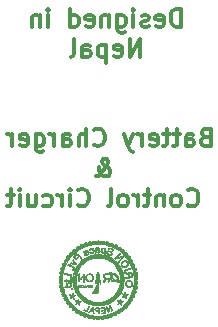
<source format=gbr>
G04 #@! TF.GenerationSoftware,KiCad,Pcbnew,(5.0.1)-3*
G04 #@! TF.CreationDate,2021-06-13T08:30:19+05:45*
G04 #@! TF.ProjectId,Logic-circuit,4C6F6769632D636972637569742E6B69,rev?*
G04 #@! TF.SameCoordinates,Original*
G04 #@! TF.FileFunction,Legend,Bot*
G04 #@! TF.FilePolarity,Positive*
%FSLAX46Y46*%
G04 Gerber Fmt 4.6, Leading zero omitted, Abs format (unit mm)*
G04 Created by KiCad (PCBNEW (5.0.1)-3) date 6/13/2021 8:30:19 AM*
%MOMM*%
%LPD*%
G01*
G04 APERTURE LIST*
%ADD10C,0.300000*%
%ADD11C,0.010000*%
G04 APERTURE END LIST*
D10*
X142525714Y-69793571D02*
X142525714Y-68293571D01*
X142168571Y-68293571D01*
X141954285Y-68365000D01*
X141811428Y-68507857D01*
X141740000Y-68650714D01*
X141668571Y-68936428D01*
X141668571Y-69150714D01*
X141740000Y-69436428D01*
X141811428Y-69579285D01*
X141954285Y-69722142D01*
X142168571Y-69793571D01*
X142525714Y-69793571D01*
X140454285Y-69722142D02*
X140597142Y-69793571D01*
X140882857Y-69793571D01*
X141025714Y-69722142D01*
X141097142Y-69579285D01*
X141097142Y-69007857D01*
X141025714Y-68865000D01*
X140882857Y-68793571D01*
X140597142Y-68793571D01*
X140454285Y-68865000D01*
X140382857Y-69007857D01*
X140382857Y-69150714D01*
X141097142Y-69293571D01*
X139811428Y-69722142D02*
X139668571Y-69793571D01*
X139382857Y-69793571D01*
X139240000Y-69722142D01*
X139168571Y-69579285D01*
X139168571Y-69507857D01*
X139240000Y-69365000D01*
X139382857Y-69293571D01*
X139597142Y-69293571D01*
X139740000Y-69222142D01*
X139811428Y-69079285D01*
X139811428Y-69007857D01*
X139740000Y-68865000D01*
X139597142Y-68793571D01*
X139382857Y-68793571D01*
X139240000Y-68865000D01*
X138525714Y-69793571D02*
X138525714Y-68793571D01*
X138525714Y-68293571D02*
X138597142Y-68365000D01*
X138525714Y-68436428D01*
X138454285Y-68365000D01*
X138525714Y-68293571D01*
X138525714Y-68436428D01*
X137168571Y-68793571D02*
X137168571Y-70007857D01*
X137240000Y-70150714D01*
X137311428Y-70222142D01*
X137454285Y-70293571D01*
X137668571Y-70293571D01*
X137811428Y-70222142D01*
X137168571Y-69722142D02*
X137311428Y-69793571D01*
X137597142Y-69793571D01*
X137740000Y-69722142D01*
X137811428Y-69650714D01*
X137882857Y-69507857D01*
X137882857Y-69079285D01*
X137811428Y-68936428D01*
X137740000Y-68865000D01*
X137597142Y-68793571D01*
X137311428Y-68793571D01*
X137168571Y-68865000D01*
X136454285Y-68793571D02*
X136454285Y-69793571D01*
X136454285Y-68936428D02*
X136382857Y-68865000D01*
X136240000Y-68793571D01*
X136025714Y-68793571D01*
X135882857Y-68865000D01*
X135811428Y-69007857D01*
X135811428Y-69793571D01*
X134525714Y-69722142D02*
X134668571Y-69793571D01*
X134954285Y-69793571D01*
X135097142Y-69722142D01*
X135168571Y-69579285D01*
X135168571Y-69007857D01*
X135097142Y-68865000D01*
X134954285Y-68793571D01*
X134668571Y-68793571D01*
X134525714Y-68865000D01*
X134454285Y-69007857D01*
X134454285Y-69150714D01*
X135168571Y-69293571D01*
X133168571Y-69793571D02*
X133168571Y-68293571D01*
X133168571Y-69722142D02*
X133311428Y-69793571D01*
X133597142Y-69793571D01*
X133740000Y-69722142D01*
X133811428Y-69650714D01*
X133882857Y-69507857D01*
X133882857Y-69079285D01*
X133811428Y-68936428D01*
X133740000Y-68865000D01*
X133597142Y-68793571D01*
X133311428Y-68793571D01*
X133168571Y-68865000D01*
X131311428Y-69793571D02*
X131311428Y-68793571D01*
X131311428Y-68293571D02*
X131382857Y-68365000D01*
X131311428Y-68436428D01*
X131240000Y-68365000D01*
X131311428Y-68293571D01*
X131311428Y-68436428D01*
X130597142Y-68793571D02*
X130597142Y-69793571D01*
X130597142Y-68936428D02*
X130525714Y-68865000D01*
X130382857Y-68793571D01*
X130168571Y-68793571D01*
X130025714Y-68865000D01*
X129954285Y-69007857D01*
X129954285Y-69793571D01*
X139061428Y-72343571D02*
X139061428Y-70843571D01*
X138204285Y-72343571D01*
X138204285Y-70843571D01*
X136918571Y-72272142D02*
X137061428Y-72343571D01*
X137347142Y-72343571D01*
X137490000Y-72272142D01*
X137561428Y-72129285D01*
X137561428Y-71557857D01*
X137490000Y-71415000D01*
X137347142Y-71343571D01*
X137061428Y-71343571D01*
X136918571Y-71415000D01*
X136847142Y-71557857D01*
X136847142Y-71700714D01*
X137561428Y-71843571D01*
X136204285Y-71343571D02*
X136204285Y-72843571D01*
X136204285Y-71415000D02*
X136061428Y-71343571D01*
X135775714Y-71343571D01*
X135632857Y-71415000D01*
X135561428Y-71486428D01*
X135490000Y-71629285D01*
X135490000Y-72057857D01*
X135561428Y-72200714D01*
X135632857Y-72272142D01*
X135775714Y-72343571D01*
X136061428Y-72343571D01*
X136204285Y-72272142D01*
X134204285Y-72343571D02*
X134204285Y-71557857D01*
X134275714Y-71415000D01*
X134418571Y-71343571D01*
X134704285Y-71343571D01*
X134847142Y-71415000D01*
X134204285Y-72272142D02*
X134347142Y-72343571D01*
X134704285Y-72343571D01*
X134847142Y-72272142D01*
X134918571Y-72129285D01*
X134918571Y-71986428D01*
X134847142Y-71843571D01*
X134704285Y-71772142D01*
X134347142Y-71772142D01*
X134204285Y-71700714D01*
X133275714Y-72343571D02*
X133418571Y-72272142D01*
X133490000Y-72129285D01*
X133490000Y-70843571D01*
X144607142Y-79132857D02*
X144392857Y-79204285D01*
X144321428Y-79275714D01*
X144250000Y-79418571D01*
X144250000Y-79632857D01*
X144321428Y-79775714D01*
X144392857Y-79847142D01*
X144535714Y-79918571D01*
X145107142Y-79918571D01*
X145107142Y-78418571D01*
X144607142Y-78418571D01*
X144464285Y-78490000D01*
X144392857Y-78561428D01*
X144321428Y-78704285D01*
X144321428Y-78847142D01*
X144392857Y-78990000D01*
X144464285Y-79061428D01*
X144607142Y-79132857D01*
X145107142Y-79132857D01*
X142964285Y-79918571D02*
X142964285Y-79132857D01*
X143035714Y-78990000D01*
X143178571Y-78918571D01*
X143464285Y-78918571D01*
X143607142Y-78990000D01*
X142964285Y-79847142D02*
X143107142Y-79918571D01*
X143464285Y-79918571D01*
X143607142Y-79847142D01*
X143678571Y-79704285D01*
X143678571Y-79561428D01*
X143607142Y-79418571D01*
X143464285Y-79347142D01*
X143107142Y-79347142D01*
X142964285Y-79275714D01*
X142464285Y-78918571D02*
X141892857Y-78918571D01*
X142250000Y-78418571D02*
X142250000Y-79704285D01*
X142178571Y-79847142D01*
X142035714Y-79918571D01*
X141892857Y-79918571D01*
X141607142Y-78918571D02*
X141035714Y-78918571D01*
X141392857Y-78418571D02*
X141392857Y-79704285D01*
X141321428Y-79847142D01*
X141178571Y-79918571D01*
X141035714Y-79918571D01*
X139964285Y-79847142D02*
X140107142Y-79918571D01*
X140392857Y-79918571D01*
X140535714Y-79847142D01*
X140607142Y-79704285D01*
X140607142Y-79132857D01*
X140535714Y-78990000D01*
X140392857Y-78918571D01*
X140107142Y-78918571D01*
X139964285Y-78990000D01*
X139892857Y-79132857D01*
X139892857Y-79275714D01*
X140607142Y-79418571D01*
X139250000Y-79918571D02*
X139250000Y-78918571D01*
X139250000Y-79204285D02*
X139178571Y-79061428D01*
X139107142Y-78990000D01*
X138964285Y-78918571D01*
X138821428Y-78918571D01*
X138464285Y-78918571D02*
X138107142Y-79918571D01*
X137750000Y-78918571D02*
X138107142Y-79918571D01*
X138250000Y-80275714D01*
X138321428Y-80347142D01*
X138464285Y-80418571D01*
X135178571Y-79775714D02*
X135250000Y-79847142D01*
X135464285Y-79918571D01*
X135607142Y-79918571D01*
X135821428Y-79847142D01*
X135964285Y-79704285D01*
X136035714Y-79561428D01*
X136107142Y-79275714D01*
X136107142Y-79061428D01*
X136035714Y-78775714D01*
X135964285Y-78632857D01*
X135821428Y-78490000D01*
X135607142Y-78418571D01*
X135464285Y-78418571D01*
X135250000Y-78490000D01*
X135178571Y-78561428D01*
X134535714Y-79918571D02*
X134535714Y-78418571D01*
X133892857Y-79918571D02*
X133892857Y-79132857D01*
X133964285Y-78990000D01*
X134107142Y-78918571D01*
X134321428Y-78918571D01*
X134464285Y-78990000D01*
X134535714Y-79061428D01*
X132535714Y-79918571D02*
X132535714Y-79132857D01*
X132607142Y-78990000D01*
X132750000Y-78918571D01*
X133035714Y-78918571D01*
X133178571Y-78990000D01*
X132535714Y-79847142D02*
X132678571Y-79918571D01*
X133035714Y-79918571D01*
X133178571Y-79847142D01*
X133250000Y-79704285D01*
X133250000Y-79561428D01*
X133178571Y-79418571D01*
X133035714Y-79347142D01*
X132678571Y-79347142D01*
X132535714Y-79275714D01*
X131821428Y-79918571D02*
X131821428Y-78918571D01*
X131821428Y-79204285D02*
X131750000Y-79061428D01*
X131678571Y-78990000D01*
X131535714Y-78918571D01*
X131392857Y-78918571D01*
X130250000Y-78918571D02*
X130250000Y-80132857D01*
X130321428Y-80275714D01*
X130392857Y-80347142D01*
X130535714Y-80418571D01*
X130750000Y-80418571D01*
X130892857Y-80347142D01*
X130250000Y-79847142D02*
X130392857Y-79918571D01*
X130678571Y-79918571D01*
X130821428Y-79847142D01*
X130892857Y-79775714D01*
X130964285Y-79632857D01*
X130964285Y-79204285D01*
X130892857Y-79061428D01*
X130821428Y-78990000D01*
X130678571Y-78918571D01*
X130392857Y-78918571D01*
X130250000Y-78990000D01*
X128964285Y-79847142D02*
X129107142Y-79918571D01*
X129392857Y-79918571D01*
X129535714Y-79847142D01*
X129607142Y-79704285D01*
X129607142Y-79132857D01*
X129535714Y-78990000D01*
X129392857Y-78918571D01*
X129107142Y-78918571D01*
X128964285Y-78990000D01*
X128892857Y-79132857D01*
X128892857Y-79275714D01*
X129607142Y-79418571D01*
X128250000Y-79918571D02*
X128250000Y-78918571D01*
X128250000Y-79204285D02*
X128178571Y-79061428D01*
X128107142Y-78990000D01*
X127964285Y-78918571D01*
X127821428Y-78918571D01*
X135357142Y-82468571D02*
X135428571Y-82468571D01*
X135571428Y-82397142D01*
X135785714Y-82182857D01*
X136142857Y-81754285D01*
X136285714Y-81540000D01*
X136357142Y-81325714D01*
X136357142Y-81182857D01*
X136285714Y-81040000D01*
X136142857Y-80968571D01*
X136071428Y-80968571D01*
X135928571Y-81040000D01*
X135857142Y-81182857D01*
X135857142Y-81254285D01*
X135928571Y-81397142D01*
X136000000Y-81468571D01*
X136428571Y-81754285D01*
X136500000Y-81825714D01*
X136571428Y-81968571D01*
X136571428Y-82182857D01*
X136500000Y-82325714D01*
X136428571Y-82397142D01*
X136285714Y-82468571D01*
X136071428Y-82468571D01*
X135928571Y-82397142D01*
X135857142Y-82325714D01*
X135642857Y-82040000D01*
X135571428Y-81825714D01*
X135571428Y-81682857D01*
X143107142Y-84875714D02*
X143178571Y-84947142D01*
X143392857Y-85018571D01*
X143535714Y-85018571D01*
X143750000Y-84947142D01*
X143892857Y-84804285D01*
X143964285Y-84661428D01*
X144035714Y-84375714D01*
X144035714Y-84161428D01*
X143964285Y-83875714D01*
X143892857Y-83732857D01*
X143750000Y-83590000D01*
X143535714Y-83518571D01*
X143392857Y-83518571D01*
X143178571Y-83590000D01*
X143107142Y-83661428D01*
X142250000Y-85018571D02*
X142392857Y-84947142D01*
X142464285Y-84875714D01*
X142535714Y-84732857D01*
X142535714Y-84304285D01*
X142464285Y-84161428D01*
X142392857Y-84090000D01*
X142250000Y-84018571D01*
X142035714Y-84018571D01*
X141892857Y-84090000D01*
X141821428Y-84161428D01*
X141750000Y-84304285D01*
X141750000Y-84732857D01*
X141821428Y-84875714D01*
X141892857Y-84947142D01*
X142035714Y-85018571D01*
X142250000Y-85018571D01*
X141107142Y-84018571D02*
X141107142Y-85018571D01*
X141107142Y-84161428D02*
X141035714Y-84090000D01*
X140892857Y-84018571D01*
X140678571Y-84018571D01*
X140535714Y-84090000D01*
X140464285Y-84232857D01*
X140464285Y-85018571D01*
X139964285Y-84018571D02*
X139392857Y-84018571D01*
X139750000Y-83518571D02*
X139750000Y-84804285D01*
X139678571Y-84947142D01*
X139535714Y-85018571D01*
X139392857Y-85018571D01*
X138892857Y-85018571D02*
X138892857Y-84018571D01*
X138892857Y-84304285D02*
X138821428Y-84161428D01*
X138750000Y-84090000D01*
X138607142Y-84018571D01*
X138464285Y-84018571D01*
X137750000Y-85018571D02*
X137892857Y-84947142D01*
X137964285Y-84875714D01*
X138035714Y-84732857D01*
X138035714Y-84304285D01*
X137964285Y-84161428D01*
X137892857Y-84090000D01*
X137750000Y-84018571D01*
X137535714Y-84018571D01*
X137392857Y-84090000D01*
X137321428Y-84161428D01*
X137250000Y-84304285D01*
X137250000Y-84732857D01*
X137321428Y-84875714D01*
X137392857Y-84947142D01*
X137535714Y-85018571D01*
X137750000Y-85018571D01*
X136392857Y-85018571D02*
X136535714Y-84947142D01*
X136607142Y-84804285D01*
X136607142Y-83518571D01*
X133821428Y-84875714D02*
X133892857Y-84947142D01*
X134107142Y-85018571D01*
X134250000Y-85018571D01*
X134464285Y-84947142D01*
X134607142Y-84804285D01*
X134678571Y-84661428D01*
X134750000Y-84375714D01*
X134750000Y-84161428D01*
X134678571Y-83875714D01*
X134607142Y-83732857D01*
X134464285Y-83590000D01*
X134250000Y-83518571D01*
X134107142Y-83518571D01*
X133892857Y-83590000D01*
X133821428Y-83661428D01*
X133178571Y-85018571D02*
X133178571Y-84018571D01*
X133178571Y-83518571D02*
X133250000Y-83590000D01*
X133178571Y-83661428D01*
X133107142Y-83590000D01*
X133178571Y-83518571D01*
X133178571Y-83661428D01*
X132464285Y-85018571D02*
X132464285Y-84018571D01*
X132464285Y-84304285D02*
X132392857Y-84161428D01*
X132321428Y-84090000D01*
X132178571Y-84018571D01*
X132035714Y-84018571D01*
X130892857Y-84947142D02*
X131035714Y-85018571D01*
X131321428Y-85018571D01*
X131464285Y-84947142D01*
X131535714Y-84875714D01*
X131607142Y-84732857D01*
X131607142Y-84304285D01*
X131535714Y-84161428D01*
X131464285Y-84090000D01*
X131321428Y-84018571D01*
X131035714Y-84018571D01*
X130892857Y-84090000D01*
X129607142Y-84018571D02*
X129607142Y-85018571D01*
X130250000Y-84018571D02*
X130250000Y-84804285D01*
X130178571Y-84947142D01*
X130035714Y-85018571D01*
X129821428Y-85018571D01*
X129678571Y-84947142D01*
X129607142Y-84875714D01*
X128892857Y-85018571D02*
X128892857Y-84018571D01*
X128892857Y-83518571D02*
X128964285Y-83590000D01*
X128892857Y-83661428D01*
X128821428Y-83590000D01*
X128892857Y-83518571D01*
X128892857Y-83661428D01*
X128392857Y-84018571D02*
X127821428Y-84018571D01*
X128178571Y-83518571D02*
X128178571Y-84804285D01*
X128107142Y-84947142D01*
X127964285Y-85018571D01*
X127821428Y-85018571D01*
D11*
G04 #@! TO.C,G\002A\002A\002A*
G36*
X133830900Y-90697767D02*
X133828682Y-91027443D01*
X133828372Y-91100636D01*
X133828434Y-91168554D01*
X133828840Y-91229324D01*
X133829562Y-91281079D01*
X133830573Y-91321946D01*
X133831844Y-91350057D01*
X133833347Y-91363541D01*
X133833728Y-91364381D01*
X133836326Y-91365427D01*
X133840661Y-91363830D01*
X133847649Y-91358592D01*
X133858206Y-91348719D01*
X133873249Y-91333214D01*
X133893695Y-91311084D01*
X133920460Y-91281330D01*
X133954462Y-91242959D01*
X133996616Y-91194974D01*
X134047840Y-91136380D01*
X134109050Y-91066181D01*
X134122576Y-91050655D01*
X134163275Y-91004202D01*
X134200500Y-90962220D01*
X134232779Y-90926333D01*
X134258635Y-90898163D01*
X134276593Y-90879334D01*
X134285180Y-90871468D01*
X134285559Y-90871334D01*
X134287270Y-90879452D01*
X134288822Y-90902417D01*
X134290159Y-90938141D01*
X134291224Y-90984537D01*
X134291960Y-91039519D01*
X134292311Y-91100998D01*
X134292333Y-91121100D01*
X134292333Y-91370867D01*
X134360066Y-91370867D01*
X134360066Y-91032200D01*
X134359896Y-90958338D01*
X134359410Y-90890030D01*
X134358645Y-90829070D01*
X134357639Y-90777250D01*
X134356429Y-90736362D01*
X134355053Y-90708197D01*
X134353547Y-90694549D01*
X134352999Y-90693534D01*
X134343240Y-90699314D01*
X134328301Y-90713550D01*
X134325343Y-90716817D01*
X134315052Y-90728614D01*
X134295250Y-90751456D01*
X134267477Y-90783559D01*
X134233274Y-90823137D01*
X134194182Y-90868407D01*
X134151740Y-90917584D01*
X134107489Y-90968882D01*
X134062969Y-91020518D01*
X134019722Y-91070707D01*
X133979287Y-91117664D01*
X133956870Y-91143714D01*
X133935426Y-91167666D01*
X133917183Y-91186302D01*
X133905728Y-91195980D01*
X133904983Y-91196365D01*
X133901861Y-91194381D01*
X133899378Y-91184435D01*
X133897472Y-91165086D01*
X133896083Y-91134891D01*
X133895150Y-91092410D01*
X133894612Y-91036200D01*
X133894406Y-90964821D01*
X133894400Y-90946757D01*
X133894400Y-90692511D01*
X133830900Y-90697767D01*
X133830900Y-90697767D01*
G37*
X133830900Y-90697767D02*
X133828682Y-91027443D01*
X133828372Y-91100636D01*
X133828434Y-91168554D01*
X133828840Y-91229324D01*
X133829562Y-91281079D01*
X133830573Y-91321946D01*
X133831844Y-91350057D01*
X133833347Y-91363541D01*
X133833728Y-91364381D01*
X133836326Y-91365427D01*
X133840661Y-91363830D01*
X133847649Y-91358592D01*
X133858206Y-91348719D01*
X133873249Y-91333214D01*
X133893695Y-91311084D01*
X133920460Y-91281330D01*
X133954462Y-91242959D01*
X133996616Y-91194974D01*
X134047840Y-91136380D01*
X134109050Y-91066181D01*
X134122576Y-91050655D01*
X134163275Y-91004202D01*
X134200500Y-90962220D01*
X134232779Y-90926333D01*
X134258635Y-90898163D01*
X134276593Y-90879334D01*
X134285180Y-90871468D01*
X134285559Y-90871334D01*
X134287270Y-90879452D01*
X134288822Y-90902417D01*
X134290159Y-90938141D01*
X134291224Y-90984537D01*
X134291960Y-91039519D01*
X134292311Y-91100998D01*
X134292333Y-91121100D01*
X134292333Y-91370867D01*
X134360066Y-91370867D01*
X134360066Y-91032200D01*
X134359896Y-90958338D01*
X134359410Y-90890030D01*
X134358645Y-90829070D01*
X134357639Y-90777250D01*
X134356429Y-90736362D01*
X134355053Y-90708197D01*
X134353547Y-90694549D01*
X134352999Y-90693534D01*
X134343240Y-90699314D01*
X134328301Y-90713550D01*
X134325343Y-90716817D01*
X134315052Y-90728614D01*
X134295250Y-90751456D01*
X134267477Y-90783559D01*
X134233274Y-90823137D01*
X134194182Y-90868407D01*
X134151740Y-90917584D01*
X134107489Y-90968882D01*
X134062969Y-91020518D01*
X134019722Y-91070707D01*
X133979287Y-91117664D01*
X133956870Y-91143714D01*
X133935426Y-91167666D01*
X133917183Y-91186302D01*
X133905728Y-91195980D01*
X133904983Y-91196365D01*
X133901861Y-91194381D01*
X133899378Y-91184435D01*
X133897472Y-91165086D01*
X133896083Y-91134891D01*
X133895150Y-91092410D01*
X133894612Y-91036200D01*
X133894406Y-90964821D01*
X133894400Y-90946757D01*
X133894400Y-90692511D01*
X133830900Y-90697767D01*
G36*
X134692754Y-90695026D02*
X134628777Y-90721258D01*
X134569893Y-90761472D01*
X134538680Y-90791622D01*
X134495034Y-90848838D01*
X134466295Y-90909959D01*
X134451720Y-90970347D01*
X134448021Y-91046655D01*
X134460718Y-91119776D01*
X134489360Y-91188188D01*
X134533495Y-91250370D01*
X134535665Y-91252805D01*
X134584715Y-91298279D01*
X134640649Y-91331761D01*
X134705977Y-91355369D01*
X134762501Y-91367285D01*
X134812876Y-91368751D01*
X134864177Y-91359892D01*
X134870440Y-91358222D01*
X134943840Y-91331137D01*
X135004495Y-91293399D01*
X135053455Y-91244171D01*
X135091770Y-91182619D01*
X135092107Y-91181930D01*
X135120466Y-91108216D01*
X135132229Y-91036508D01*
X135130786Y-91015210D01*
X135057375Y-91015210D01*
X135053622Y-91071449D01*
X135037693Y-91126376D01*
X135009004Y-91177929D01*
X134966970Y-91224045D01*
X134931567Y-91250545D01*
X134871464Y-91279595D01*
X134808510Y-91292209D01*
X134744357Y-91288275D01*
X134680657Y-91267680D01*
X134680547Y-91267629D01*
X134626158Y-91234535D01*
X134580485Y-91190706D01*
X134547384Y-91139894D01*
X134545846Y-91136627D01*
X134535259Y-91108673D01*
X134529276Y-91078217D01*
X134526850Y-91039098D01*
X134526653Y-91023733D01*
X134527240Y-90985238D01*
X134530271Y-90957362D01*
X134536982Y-90933835D01*
X134548606Y-90908388D01*
X134549843Y-90905970D01*
X134588024Y-90848472D01*
X134636018Y-90804497D01*
X134692761Y-90774696D01*
X134757187Y-90759721D01*
X134791866Y-90757995D01*
X134856965Y-90765686D01*
X134913982Y-90786498D01*
X134962332Y-90818369D01*
X135001432Y-90859238D01*
X135030695Y-90907042D01*
X135049538Y-90959720D01*
X135057375Y-91015210D01*
X135130786Y-91015210D01*
X135127419Y-90965561D01*
X135106059Y-90894132D01*
X135097714Y-90875149D01*
X135059917Y-90812754D01*
X135011755Y-90762030D01*
X134955435Y-90723307D01*
X134893166Y-90696915D01*
X134827158Y-90683184D01*
X134759617Y-90682444D01*
X134692754Y-90695026D01*
X134692754Y-90695026D01*
G37*
X134692754Y-90695026D02*
X134628777Y-90721258D01*
X134569893Y-90761472D01*
X134538680Y-90791622D01*
X134495034Y-90848838D01*
X134466295Y-90909959D01*
X134451720Y-90970347D01*
X134448021Y-91046655D01*
X134460718Y-91119776D01*
X134489360Y-91188188D01*
X134533495Y-91250370D01*
X134535665Y-91252805D01*
X134584715Y-91298279D01*
X134640649Y-91331761D01*
X134705977Y-91355369D01*
X134762501Y-91367285D01*
X134812876Y-91368751D01*
X134864177Y-91359892D01*
X134870440Y-91358222D01*
X134943840Y-91331137D01*
X135004495Y-91293399D01*
X135053455Y-91244171D01*
X135091770Y-91182619D01*
X135092107Y-91181930D01*
X135120466Y-91108216D01*
X135132229Y-91036508D01*
X135130786Y-91015210D01*
X135057375Y-91015210D01*
X135053622Y-91071449D01*
X135037693Y-91126376D01*
X135009004Y-91177929D01*
X134966970Y-91224045D01*
X134931567Y-91250545D01*
X134871464Y-91279595D01*
X134808510Y-91292209D01*
X134744357Y-91288275D01*
X134680657Y-91267680D01*
X134680547Y-91267629D01*
X134626158Y-91234535D01*
X134580485Y-91190706D01*
X134547384Y-91139894D01*
X134545846Y-91136627D01*
X134535259Y-91108673D01*
X134529276Y-91078217D01*
X134526850Y-91039098D01*
X134526653Y-91023733D01*
X134527240Y-90985238D01*
X134530271Y-90957362D01*
X134536982Y-90933835D01*
X134548606Y-90908388D01*
X134549843Y-90905970D01*
X134588024Y-90848472D01*
X134636018Y-90804497D01*
X134692761Y-90774696D01*
X134757187Y-90759721D01*
X134791866Y-90757995D01*
X134856965Y-90765686D01*
X134913982Y-90786498D01*
X134962332Y-90818369D01*
X135001432Y-90859238D01*
X135030695Y-90907042D01*
X135049538Y-90959720D01*
X135057375Y-91015210D01*
X135130786Y-91015210D01*
X135127419Y-90965561D01*
X135106059Y-90894132D01*
X135097714Y-90875149D01*
X135059917Y-90812754D01*
X135011755Y-90762030D01*
X134955435Y-90723307D01*
X134893166Y-90696915D01*
X134827158Y-90683184D01*
X134759617Y-90682444D01*
X134692754Y-90695026D01*
G36*
X136233974Y-90677823D02*
X136220851Y-90678100D01*
X136161252Y-90679762D01*
X136115560Y-90682332D01*
X136080749Y-90686596D01*
X136053793Y-90693343D01*
X136031667Y-90703359D01*
X136011345Y-90717431D01*
X135989800Y-90736348D01*
X135987041Y-90738931D01*
X135951806Y-90782833D01*
X135928678Y-90834791D01*
X135918916Y-90890469D01*
X135923775Y-90945528D01*
X135925367Y-90951767D01*
X135942564Y-90991317D01*
X135970480Y-91031454D01*
X136004323Y-91066279D01*
X136036466Y-91088501D01*
X136057862Y-91101026D01*
X136070784Y-91111757D01*
X136072670Y-91115964D01*
X136067722Y-91126148D01*
X136055831Y-91147378D01*
X136038926Y-91176279D01*
X136023987Y-91201170D01*
X136004834Y-91233117D01*
X135989474Y-91259428D01*
X135979729Y-91276934D01*
X135977200Y-91282433D01*
X135973071Y-91291401D01*
X135962603Y-91309455D01*
X135956033Y-91320067D01*
X135943396Y-91341806D01*
X135935827Y-91358144D01*
X135934866Y-91362232D01*
X135942475Y-91367184D01*
X135961907Y-91370307D01*
X135976678Y-91370867D01*
X136018490Y-91370867D01*
X136093596Y-91245983D01*
X136168702Y-91121100D01*
X136259218Y-91118697D01*
X136349733Y-91116294D01*
X136349733Y-91230188D01*
X136350101Y-91273364D01*
X136351109Y-91311128D01*
X136352611Y-91339885D01*
X136354462Y-91356042D01*
X136354872Y-91357474D01*
X136365661Y-91365570D01*
X136385912Y-91370441D01*
X136408333Y-91371322D01*
X136425631Y-91367449D01*
X136428755Y-91365222D01*
X136430532Y-91355354D01*
X136432079Y-91331298D01*
X136433302Y-91295799D01*
X136434107Y-91251602D01*
X136434400Y-91201453D01*
X136434400Y-91201028D01*
X136434233Y-91144646D01*
X136433610Y-91102954D01*
X136432348Y-91073714D01*
X136430264Y-91054684D01*
X136427174Y-91043624D01*
X136422895Y-91038294D01*
X136421007Y-91037339D01*
X136408516Y-91035684D01*
X136382083Y-91034250D01*
X136344698Y-91033130D01*
X136299351Y-91032417D01*
X136254943Y-91032200D01*
X136199912Y-91032065D01*
X136158958Y-91031468D01*
X136129229Y-91030122D01*
X136107870Y-91027739D01*
X136092027Y-91024032D01*
X136078845Y-91018714D01*
X136068951Y-91013473D01*
X136033222Y-90984763D01*
X136010263Y-90948174D01*
X136000183Y-90907072D01*
X136003089Y-90864822D01*
X136019090Y-90824787D01*
X136048294Y-90790332D01*
X136061460Y-90780346D01*
X136072958Y-90773279D01*
X136085140Y-90768208D01*
X136100923Y-90764804D01*
X136123226Y-90762738D01*
X136154966Y-90761681D01*
X136199062Y-90761303D01*
X136230759Y-90761267D01*
X136286803Y-90761012D01*
X136328141Y-90759851D01*
X136356995Y-90757193D01*
X136375591Y-90752443D01*
X136386152Y-90745011D01*
X136390901Y-90734302D01*
X136392062Y-90719725D01*
X136392066Y-90718277D01*
X136390989Y-90703423D01*
X136386323Y-90692435D01*
X136375921Y-90684807D01*
X136357633Y-90680036D01*
X136329312Y-90677618D01*
X136288808Y-90677048D01*
X136233974Y-90677823D01*
X136233974Y-90677823D01*
G37*
X136233974Y-90677823D02*
X136220851Y-90678100D01*
X136161252Y-90679762D01*
X136115560Y-90682332D01*
X136080749Y-90686596D01*
X136053793Y-90693343D01*
X136031667Y-90703359D01*
X136011345Y-90717431D01*
X135989800Y-90736348D01*
X135987041Y-90738931D01*
X135951806Y-90782833D01*
X135928678Y-90834791D01*
X135918916Y-90890469D01*
X135923775Y-90945528D01*
X135925367Y-90951767D01*
X135942564Y-90991317D01*
X135970480Y-91031454D01*
X136004323Y-91066279D01*
X136036466Y-91088501D01*
X136057862Y-91101026D01*
X136070784Y-91111757D01*
X136072670Y-91115964D01*
X136067722Y-91126148D01*
X136055831Y-91147378D01*
X136038926Y-91176279D01*
X136023987Y-91201170D01*
X136004834Y-91233117D01*
X135989474Y-91259428D01*
X135979729Y-91276934D01*
X135977200Y-91282433D01*
X135973071Y-91291401D01*
X135962603Y-91309455D01*
X135956033Y-91320067D01*
X135943396Y-91341806D01*
X135935827Y-91358144D01*
X135934866Y-91362232D01*
X135942475Y-91367184D01*
X135961907Y-91370307D01*
X135976678Y-91370867D01*
X136018490Y-91370867D01*
X136093596Y-91245983D01*
X136168702Y-91121100D01*
X136259218Y-91118697D01*
X136349733Y-91116294D01*
X136349733Y-91230188D01*
X136350101Y-91273364D01*
X136351109Y-91311128D01*
X136352611Y-91339885D01*
X136354462Y-91356042D01*
X136354872Y-91357474D01*
X136365661Y-91365570D01*
X136385912Y-91370441D01*
X136408333Y-91371322D01*
X136425631Y-91367449D01*
X136428755Y-91365222D01*
X136430532Y-91355354D01*
X136432079Y-91331298D01*
X136433302Y-91295799D01*
X136434107Y-91251602D01*
X136434400Y-91201453D01*
X136434400Y-91201028D01*
X136434233Y-91144646D01*
X136433610Y-91102954D01*
X136432348Y-91073714D01*
X136430264Y-91054684D01*
X136427174Y-91043624D01*
X136422895Y-91038294D01*
X136421007Y-91037339D01*
X136408516Y-91035684D01*
X136382083Y-91034250D01*
X136344698Y-91033130D01*
X136299351Y-91032417D01*
X136254943Y-91032200D01*
X136199912Y-91032065D01*
X136158958Y-91031468D01*
X136129229Y-91030122D01*
X136107870Y-91027739D01*
X136092027Y-91024032D01*
X136078845Y-91018714D01*
X136068951Y-91013473D01*
X136033222Y-90984763D01*
X136010263Y-90948174D01*
X136000183Y-90907072D01*
X136003089Y-90864822D01*
X136019090Y-90824787D01*
X136048294Y-90790332D01*
X136061460Y-90780346D01*
X136072958Y-90773279D01*
X136085140Y-90768208D01*
X136100923Y-90764804D01*
X136123226Y-90762738D01*
X136154966Y-90761681D01*
X136199062Y-90761303D01*
X136230759Y-90761267D01*
X136286803Y-90761012D01*
X136328141Y-90759851D01*
X136356995Y-90757193D01*
X136375591Y-90752443D01*
X136386152Y-90745011D01*
X136390901Y-90734302D01*
X136392062Y-90719725D01*
X136392066Y-90718277D01*
X136390989Y-90703423D01*
X136386323Y-90692435D01*
X136375921Y-90684807D01*
X136357633Y-90680036D01*
X136329312Y-90677618D01*
X136288808Y-90677048D01*
X136233974Y-90677823D01*
G36*
X136470453Y-90586941D02*
X136455234Y-90607250D01*
X136451333Y-90633116D01*
X136456938Y-90680178D01*
X136474284Y-90732362D01*
X136504164Y-90791889D01*
X136514433Y-90809422D01*
X136554025Y-90875294D01*
X136542896Y-90913531D01*
X136537910Y-90939543D01*
X136534181Y-90976069D01*
X136532286Y-91016699D01*
X136532168Y-91032200D01*
X136536534Y-91096521D01*
X136550267Y-91150637D01*
X136575389Y-91199603D01*
X136613921Y-91248471D01*
X136622267Y-91257467D01*
X136663020Y-91295861D01*
X136704619Y-91323837D01*
X136753354Y-91345165D01*
X136785766Y-91355513D01*
X136836957Y-91367144D01*
X136882825Y-91369252D01*
X136930508Y-91361665D01*
X136966588Y-91351218D01*
X137026859Y-91331569D01*
X137079879Y-91362130D01*
X137152259Y-91398849D01*
X137217102Y-91421128D01*
X137242991Y-91426365D01*
X137269812Y-91427769D01*
X137290302Y-91420318D01*
X137300141Y-91413333D01*
X137318165Y-91392847D01*
X137323398Y-91366467D01*
X137323400Y-91365851D01*
X137318561Y-91334398D01*
X137304943Y-91292710D01*
X137289389Y-91256811D01*
X137231645Y-91256811D01*
X137230690Y-91288103D01*
X137222043Y-91307074D01*
X137203559Y-91317288D01*
X137175118Y-91319273D01*
X137141566Y-91313018D01*
X137125467Y-91307253D01*
X137105970Y-91297552D01*
X137095415Y-91289276D01*
X137094800Y-91287671D01*
X137100422Y-91278145D01*
X137100997Y-91277501D01*
X136942400Y-91277501D01*
X136934756Y-91286121D01*
X136914515Y-91291483D01*
X136885714Y-91293502D01*
X136852387Y-91292095D01*
X136818571Y-91287179D01*
X136793625Y-91280577D01*
X136731287Y-91252804D01*
X136681596Y-91215088D01*
X136642290Y-91165517D01*
X136628377Y-91140785D01*
X136617368Y-91110298D01*
X136609155Y-91070923D01*
X136604638Y-91029584D01*
X136604717Y-90993211D01*
X136607156Y-90977383D01*
X136610191Y-90967532D01*
X136614565Y-90963894D01*
X136622572Y-90967912D01*
X136636509Y-90981028D01*
X136658670Y-91004685D01*
X136669680Y-91016690D01*
X136712104Y-91061664D01*
X136758152Y-91108196D01*
X136804566Y-91153165D01*
X136848086Y-91193453D01*
X136885453Y-91225938D01*
X136902473Y-91239556D01*
X136923822Y-91257021D01*
X136938310Y-91271099D01*
X136942400Y-91277501D01*
X137100997Y-91277501D01*
X137114519Y-91262362D01*
X137120955Y-91256034D01*
X137141855Y-91232683D01*
X137162715Y-91204134D01*
X137168600Y-91194716D01*
X137190090Y-91158266D01*
X137204887Y-91182599D01*
X137222850Y-91220234D01*
X137231645Y-91256811D01*
X137289389Y-91256811D01*
X137283891Y-91244124D01*
X137256752Y-91191976D01*
X137245193Y-91172037D01*
X137229044Y-91144365D01*
X137218701Y-91123146D01*
X137212823Y-91103055D01*
X137210069Y-91078766D01*
X137209891Y-91072557D01*
X137137635Y-91072557D01*
X137120168Y-91119240D01*
X137105444Y-91150368D01*
X137085462Y-91181928D01*
X137063162Y-91210308D01*
X137041485Y-91231895D01*
X137023372Y-91243076D01*
X137018719Y-91243867D01*
X137004775Y-91238996D01*
X136982214Y-91226145D01*
X136955606Y-91207955D01*
X136952163Y-91205393D01*
X136913972Y-91174844D01*
X136872473Y-91138509D01*
X136829553Y-91098378D01*
X136787095Y-91056442D01*
X136746985Y-91014689D01*
X136711106Y-90975109D01*
X136681344Y-90939692D01*
X136659584Y-90910428D01*
X136647709Y-90889305D01*
X136646066Y-90882261D01*
X136653124Y-90864810D01*
X136671855Y-90842900D01*
X136698598Y-90819248D01*
X136729690Y-90796576D01*
X136761470Y-90777603D01*
X136790276Y-90765048D01*
X136808728Y-90761453D01*
X136823695Y-90767233D01*
X136848027Y-90783523D01*
X136879616Y-90808380D01*
X136916355Y-90839860D01*
X136956135Y-90876020D01*
X136996848Y-90914916D01*
X137036386Y-90954604D01*
X137072641Y-90993142D01*
X137103505Y-91028585D01*
X137117397Y-91046028D01*
X137137635Y-91072557D01*
X137209891Y-91072557D01*
X137209097Y-91044954D01*
X137208911Y-91027967D01*
X137207639Y-91004889D01*
X137137749Y-91004889D01*
X137135106Y-91014905D01*
X137133756Y-91015267D01*
X137125426Y-91009406D01*
X137110460Y-90994476D01*
X137100891Y-90983822D01*
X137080774Y-90962053D01*
X137051652Y-90932347D01*
X137017064Y-90898144D01*
X136980547Y-90862882D01*
X136945640Y-90830003D01*
X136915880Y-90802945D01*
X136906038Y-90794375D01*
X136887737Y-90777327D01*
X136876433Y-90764070D01*
X136874666Y-90760089D01*
X136881946Y-90756161D01*
X136900775Y-90756817D01*
X136926640Y-90761285D01*
X136955024Y-90768796D01*
X136980500Y-90778171D01*
X137031085Y-90808842D01*
X137075164Y-90851974D01*
X137106379Y-90899492D01*
X137118558Y-90927377D01*
X137128498Y-90956993D01*
X137135221Y-90984208D01*
X137137749Y-91004889D01*
X137207639Y-91004889D01*
X137205395Y-90964206D01*
X137195053Y-90911902D01*
X137176103Y-90866345D01*
X137146761Y-90822827D01*
X137119301Y-90791287D01*
X137063047Y-90742021D01*
X137003973Y-90708467D01*
X136722266Y-90708467D01*
X136715367Y-90716496D01*
X136698286Y-90727125D01*
X136693349Y-90729587D01*
X136669124Y-90744666D01*
X136643518Y-90765699D01*
X136636199Y-90772907D01*
X136618351Y-90790330D01*
X136604899Y-90801238D01*
X136601184Y-90803018D01*
X136593876Y-90796393D01*
X136584335Y-90779257D01*
X136582134Y-90774239D01*
X136571373Y-90735937D01*
X136572706Y-90704472D01*
X136585138Y-90681938D01*
X136607674Y-90670426D01*
X136631537Y-90670430D01*
X136658065Y-90676637D01*
X136685036Y-90685883D01*
X136707550Y-90696112D01*
X136720705Y-90705270D01*
X136722266Y-90708467D01*
X137003973Y-90708467D01*
X137000249Y-90706352D01*
X136933338Y-90685162D01*
X136864743Y-90679330D01*
X136822576Y-90683788D01*
X136800843Y-90687331D01*
X136784103Y-90687689D01*
X136767724Y-90683551D01*
X136747077Y-90673609D01*
X136717531Y-90656553D01*
X136709566Y-90651829D01*
X136663190Y-90624922D01*
X136627156Y-90605829D01*
X136597730Y-90592956D01*
X136571173Y-90584710D01*
X136543751Y-90579497D01*
X136538163Y-90578721D01*
X136497854Y-90577583D01*
X136470453Y-90586941D01*
X136470453Y-90586941D01*
G37*
X136470453Y-90586941D02*
X136455234Y-90607250D01*
X136451333Y-90633116D01*
X136456938Y-90680178D01*
X136474284Y-90732362D01*
X136504164Y-90791889D01*
X136514433Y-90809422D01*
X136554025Y-90875294D01*
X136542896Y-90913531D01*
X136537910Y-90939543D01*
X136534181Y-90976069D01*
X136532286Y-91016699D01*
X136532168Y-91032200D01*
X136536534Y-91096521D01*
X136550267Y-91150637D01*
X136575389Y-91199603D01*
X136613921Y-91248471D01*
X136622267Y-91257467D01*
X136663020Y-91295861D01*
X136704619Y-91323837D01*
X136753354Y-91345165D01*
X136785766Y-91355513D01*
X136836957Y-91367144D01*
X136882825Y-91369252D01*
X136930508Y-91361665D01*
X136966588Y-91351218D01*
X137026859Y-91331569D01*
X137079879Y-91362130D01*
X137152259Y-91398849D01*
X137217102Y-91421128D01*
X137242991Y-91426365D01*
X137269812Y-91427769D01*
X137290302Y-91420318D01*
X137300141Y-91413333D01*
X137318165Y-91392847D01*
X137323398Y-91366467D01*
X137323400Y-91365851D01*
X137318561Y-91334398D01*
X137304943Y-91292710D01*
X137289389Y-91256811D01*
X137231645Y-91256811D01*
X137230690Y-91288103D01*
X137222043Y-91307074D01*
X137203559Y-91317288D01*
X137175118Y-91319273D01*
X137141566Y-91313018D01*
X137125467Y-91307253D01*
X137105970Y-91297552D01*
X137095415Y-91289276D01*
X137094800Y-91287671D01*
X137100422Y-91278145D01*
X137100997Y-91277501D01*
X136942400Y-91277501D01*
X136934756Y-91286121D01*
X136914515Y-91291483D01*
X136885714Y-91293502D01*
X136852387Y-91292095D01*
X136818571Y-91287179D01*
X136793625Y-91280577D01*
X136731287Y-91252804D01*
X136681596Y-91215088D01*
X136642290Y-91165517D01*
X136628377Y-91140785D01*
X136617368Y-91110298D01*
X136609155Y-91070923D01*
X136604638Y-91029584D01*
X136604717Y-90993211D01*
X136607156Y-90977383D01*
X136610191Y-90967532D01*
X136614565Y-90963894D01*
X136622572Y-90967912D01*
X136636509Y-90981028D01*
X136658670Y-91004685D01*
X136669680Y-91016690D01*
X136712104Y-91061664D01*
X136758152Y-91108196D01*
X136804566Y-91153165D01*
X136848086Y-91193453D01*
X136885453Y-91225938D01*
X136902473Y-91239556D01*
X136923822Y-91257021D01*
X136938310Y-91271099D01*
X136942400Y-91277501D01*
X137100997Y-91277501D01*
X137114519Y-91262362D01*
X137120955Y-91256034D01*
X137141855Y-91232683D01*
X137162715Y-91204134D01*
X137168600Y-91194716D01*
X137190090Y-91158266D01*
X137204887Y-91182599D01*
X137222850Y-91220234D01*
X137231645Y-91256811D01*
X137289389Y-91256811D01*
X137283891Y-91244124D01*
X137256752Y-91191976D01*
X137245193Y-91172037D01*
X137229044Y-91144365D01*
X137218701Y-91123146D01*
X137212823Y-91103055D01*
X137210069Y-91078766D01*
X137209891Y-91072557D01*
X137137635Y-91072557D01*
X137120168Y-91119240D01*
X137105444Y-91150368D01*
X137085462Y-91181928D01*
X137063162Y-91210308D01*
X137041485Y-91231895D01*
X137023372Y-91243076D01*
X137018719Y-91243867D01*
X137004775Y-91238996D01*
X136982214Y-91226145D01*
X136955606Y-91207955D01*
X136952163Y-91205393D01*
X136913972Y-91174844D01*
X136872473Y-91138509D01*
X136829553Y-91098378D01*
X136787095Y-91056442D01*
X136746985Y-91014689D01*
X136711106Y-90975109D01*
X136681344Y-90939692D01*
X136659584Y-90910428D01*
X136647709Y-90889305D01*
X136646066Y-90882261D01*
X136653124Y-90864810D01*
X136671855Y-90842900D01*
X136698598Y-90819248D01*
X136729690Y-90796576D01*
X136761470Y-90777603D01*
X136790276Y-90765048D01*
X136808728Y-90761453D01*
X136823695Y-90767233D01*
X136848027Y-90783523D01*
X136879616Y-90808380D01*
X136916355Y-90839860D01*
X136956135Y-90876020D01*
X136996848Y-90914916D01*
X137036386Y-90954604D01*
X137072641Y-90993142D01*
X137103505Y-91028585D01*
X137117397Y-91046028D01*
X137137635Y-91072557D01*
X137209891Y-91072557D01*
X137209097Y-91044954D01*
X137208911Y-91027967D01*
X137207639Y-91004889D01*
X137137749Y-91004889D01*
X137135106Y-91014905D01*
X137133756Y-91015267D01*
X137125426Y-91009406D01*
X137110460Y-90994476D01*
X137100891Y-90983822D01*
X137080774Y-90962053D01*
X137051652Y-90932347D01*
X137017064Y-90898144D01*
X136980547Y-90862882D01*
X136945640Y-90830003D01*
X136915880Y-90802945D01*
X136906038Y-90794375D01*
X136887737Y-90777327D01*
X136876433Y-90764070D01*
X136874666Y-90760089D01*
X136881946Y-90756161D01*
X136900775Y-90756817D01*
X136926640Y-90761285D01*
X136955024Y-90768796D01*
X136980500Y-90778171D01*
X137031085Y-90808842D01*
X137075164Y-90851974D01*
X137106379Y-90899492D01*
X137118558Y-90927377D01*
X137128498Y-90956993D01*
X137135221Y-90984208D01*
X137137749Y-91004889D01*
X137207639Y-91004889D01*
X137205395Y-90964206D01*
X137195053Y-90911902D01*
X137176103Y-90866345D01*
X137146761Y-90822827D01*
X137119301Y-90791287D01*
X137063047Y-90742021D01*
X137003973Y-90708467D01*
X136722266Y-90708467D01*
X136715367Y-90716496D01*
X136698286Y-90727125D01*
X136693349Y-90729587D01*
X136669124Y-90744666D01*
X136643518Y-90765699D01*
X136636199Y-90772907D01*
X136618351Y-90790330D01*
X136604899Y-90801238D01*
X136601184Y-90803018D01*
X136593876Y-90796393D01*
X136584335Y-90779257D01*
X136582134Y-90774239D01*
X136571373Y-90735937D01*
X136572706Y-90704472D01*
X136585138Y-90681938D01*
X136607674Y-90670426D01*
X136631537Y-90670430D01*
X136658065Y-90676637D01*
X136685036Y-90685883D01*
X136707550Y-90696112D01*
X136720705Y-90705270D01*
X136722266Y-90708467D01*
X137003973Y-90708467D01*
X137000249Y-90706352D01*
X136933338Y-90685162D01*
X136864743Y-90679330D01*
X136822576Y-90683788D01*
X136800843Y-90687331D01*
X136784103Y-90687689D01*
X136767724Y-90683551D01*
X136747077Y-90673609D01*
X136717531Y-90656553D01*
X136709566Y-90651829D01*
X136663190Y-90624922D01*
X136627156Y-90605829D01*
X136597730Y-90592956D01*
X136571173Y-90584710D01*
X136543751Y-90579497D01*
X136538163Y-90578721D01*
X136497854Y-90577583D01*
X136470453Y-90586941D01*
G36*
X135481913Y-90540161D02*
X135469071Y-90560510D01*
X135453886Y-90590507D01*
X135437874Y-90626950D01*
X135422552Y-90666634D01*
X135410749Y-90702000D01*
X135397962Y-90747251D01*
X135388501Y-90790002D01*
X135382036Y-90833768D01*
X135378234Y-90882065D01*
X135376762Y-90938411D01*
X135377290Y-91006321D01*
X135378216Y-91046368D01*
X135382792Y-91217453D01*
X135353370Y-91251827D01*
X135335809Y-91271059D01*
X135322309Y-91283534D01*
X135317571Y-91286200D01*
X135309405Y-91279559D01*
X135299775Y-91264862D01*
X135289251Y-91250789D01*
X135280857Y-91252283D01*
X135274449Y-91269686D01*
X135269881Y-91303338D01*
X135267492Y-91341365D01*
X135266906Y-91395453D01*
X135270913Y-91440567D01*
X135279356Y-91481181D01*
X135289726Y-91514748D01*
X135299066Y-91532664D01*
X135306858Y-91534653D01*
X135312586Y-91520440D01*
X135315127Y-91500209D01*
X135318010Y-91481084D01*
X135325316Y-91464999D01*
X135339950Y-91447663D01*
X135364817Y-91424784D01*
X135368182Y-91421849D01*
X135418677Y-91377929D01*
X135431444Y-91410381D01*
X135444025Y-91440377D01*
X135454659Y-91457957D01*
X135466832Y-91466744D01*
X135484032Y-91470361D01*
X135489698Y-91470896D01*
X135519218Y-91469494D01*
X135537443Y-91457380D01*
X135547813Y-91431911D01*
X135549215Y-91425154D01*
X135556046Y-91404068D01*
X135565459Y-91391458D01*
X135566831Y-91390761D01*
X135579141Y-91393644D01*
X135599853Y-91406054D01*
X135625204Y-91425736D01*
X135625212Y-91425743D01*
X135650776Y-91448991D01*
X135665877Y-91467534D01*
X135673905Y-91486402D01*
X135677176Y-91502771D01*
X135681844Y-91525213D01*
X135687137Y-91538574D01*
X135689265Y-91540200D01*
X135694433Y-91532656D01*
X135701726Y-91512891D01*
X135709471Y-91485543D01*
X135717928Y-91447591D01*
X135722254Y-91414083D01*
X135722292Y-91380490D01*
X135717882Y-91342281D01*
X135708869Y-91294927D01*
X135701716Y-91262571D01*
X135694754Y-91249478D01*
X135686365Y-91250630D01*
X135681141Y-91264442D01*
X135680867Y-91269767D01*
X135678026Y-91283309D01*
X135668880Y-91283540D01*
X135652489Y-91270065D01*
X135634442Y-91250217D01*
X135603631Y-91214233D01*
X135609304Y-91153629D01*
X135613140Y-91098014D01*
X135615147Y-91036087D01*
X135615378Y-90972378D01*
X135613886Y-90911420D01*
X135610723Y-90857745D01*
X135605943Y-90815883D01*
X135605299Y-90812067D01*
X135595421Y-90766347D01*
X135581932Y-90718163D01*
X135565968Y-90670296D01*
X135548668Y-90625525D01*
X135531172Y-90586632D01*
X135514617Y-90556397D01*
X135500143Y-90537600D01*
X135490896Y-90532667D01*
X135481913Y-90540161D01*
X135481913Y-90540161D01*
G37*
X135481913Y-90540161D02*
X135469071Y-90560510D01*
X135453886Y-90590507D01*
X135437874Y-90626950D01*
X135422552Y-90666634D01*
X135410749Y-90702000D01*
X135397962Y-90747251D01*
X135388501Y-90790002D01*
X135382036Y-90833768D01*
X135378234Y-90882065D01*
X135376762Y-90938411D01*
X135377290Y-91006321D01*
X135378216Y-91046368D01*
X135382792Y-91217453D01*
X135353370Y-91251827D01*
X135335809Y-91271059D01*
X135322309Y-91283534D01*
X135317571Y-91286200D01*
X135309405Y-91279559D01*
X135299775Y-91264862D01*
X135289251Y-91250789D01*
X135280857Y-91252283D01*
X135274449Y-91269686D01*
X135269881Y-91303338D01*
X135267492Y-91341365D01*
X135266906Y-91395453D01*
X135270913Y-91440567D01*
X135279356Y-91481181D01*
X135289726Y-91514748D01*
X135299066Y-91532664D01*
X135306858Y-91534653D01*
X135312586Y-91520440D01*
X135315127Y-91500209D01*
X135318010Y-91481084D01*
X135325316Y-91464999D01*
X135339950Y-91447663D01*
X135364817Y-91424784D01*
X135368182Y-91421849D01*
X135418677Y-91377929D01*
X135431444Y-91410381D01*
X135444025Y-91440377D01*
X135454659Y-91457957D01*
X135466832Y-91466744D01*
X135484032Y-91470361D01*
X135489698Y-91470896D01*
X135519218Y-91469494D01*
X135537443Y-91457380D01*
X135547813Y-91431911D01*
X135549215Y-91425154D01*
X135556046Y-91404068D01*
X135565459Y-91391458D01*
X135566831Y-91390761D01*
X135579141Y-91393644D01*
X135599853Y-91406054D01*
X135625204Y-91425736D01*
X135625212Y-91425743D01*
X135650776Y-91448991D01*
X135665877Y-91467534D01*
X135673905Y-91486402D01*
X135677176Y-91502771D01*
X135681844Y-91525213D01*
X135687137Y-91538574D01*
X135689265Y-91540200D01*
X135694433Y-91532656D01*
X135701726Y-91512891D01*
X135709471Y-91485543D01*
X135717928Y-91447591D01*
X135722254Y-91414083D01*
X135722292Y-91380490D01*
X135717882Y-91342281D01*
X135708869Y-91294927D01*
X135701716Y-91262571D01*
X135694754Y-91249478D01*
X135686365Y-91250630D01*
X135681141Y-91264442D01*
X135680867Y-91269767D01*
X135678026Y-91283309D01*
X135668880Y-91283540D01*
X135652489Y-91270065D01*
X135634442Y-91250217D01*
X135603631Y-91214233D01*
X135609304Y-91153629D01*
X135613140Y-91098014D01*
X135615147Y-91036087D01*
X135615378Y-90972378D01*
X135613886Y-90911420D01*
X135610723Y-90857745D01*
X135605943Y-90815883D01*
X135605299Y-90812067D01*
X135595421Y-90766347D01*
X135581932Y-90718163D01*
X135565968Y-90670296D01*
X135548668Y-90625525D01*
X135531172Y-90586632D01*
X135514617Y-90556397D01*
X135500143Y-90537600D01*
X135490896Y-90532667D01*
X135481913Y-90540161D01*
G36*
X133849664Y-91625119D02*
X133823878Y-91626198D01*
X133809357Y-91628589D01*
X133803267Y-91632775D01*
X133802775Y-91639241D01*
X133802856Y-91639683D01*
X133806838Y-91647224D01*
X133817508Y-91652070D01*
X133838196Y-91655012D01*
X133872232Y-91656844D01*
X133875443Y-91656959D01*
X133945200Y-91659418D01*
X133945200Y-91725755D01*
X133879583Y-91728227D01*
X133845148Y-91730231D01*
X133824732Y-91733493D01*
X133815429Y-91738684D01*
X133813966Y-91743400D01*
X133817613Y-91750202D01*
X133830490Y-91754639D01*
X133855501Y-91757382D01*
X133879583Y-91758573D01*
X133945200Y-91761046D01*
X133945200Y-91836533D01*
X133873733Y-91836533D01*
X133832418Y-91838079D01*
X133805391Y-91842529D01*
X133793406Y-91849606D01*
X133797223Y-91859032D01*
X133802298Y-91862750D01*
X133815413Y-91865981D01*
X133840102Y-91868334D01*
X133871678Y-91869755D01*
X133905455Y-91870187D01*
X133936745Y-91869578D01*
X133960862Y-91867871D01*
X133973118Y-91865011D01*
X133973422Y-91864756D01*
X133975472Y-91854664D01*
X133977190Y-91830886D01*
X133978426Y-91796668D01*
X133979030Y-91755257D01*
X133979066Y-91741989D01*
X133979066Y-91624867D01*
X133889546Y-91624867D01*
X133849664Y-91625119D01*
X133849664Y-91625119D01*
G37*
X133849664Y-91625119D02*
X133823878Y-91626198D01*
X133809357Y-91628589D01*
X133803267Y-91632775D01*
X133802775Y-91639241D01*
X133802856Y-91639683D01*
X133806838Y-91647224D01*
X133817508Y-91652070D01*
X133838196Y-91655012D01*
X133872232Y-91656844D01*
X133875443Y-91656959D01*
X133945200Y-91659418D01*
X133945200Y-91725755D01*
X133879583Y-91728227D01*
X133845148Y-91730231D01*
X133824732Y-91733493D01*
X133815429Y-91738684D01*
X133813966Y-91743400D01*
X133817613Y-91750202D01*
X133830490Y-91754639D01*
X133855501Y-91757382D01*
X133879583Y-91758573D01*
X133945200Y-91761046D01*
X133945200Y-91836533D01*
X133873733Y-91836533D01*
X133832418Y-91838079D01*
X133805391Y-91842529D01*
X133793406Y-91849606D01*
X133797223Y-91859032D01*
X133802298Y-91862750D01*
X133815413Y-91865981D01*
X133840102Y-91868334D01*
X133871678Y-91869755D01*
X133905455Y-91870187D01*
X133936745Y-91869578D01*
X133960862Y-91867871D01*
X133973118Y-91865011D01*
X133973422Y-91864756D01*
X133975472Y-91854664D01*
X133977190Y-91830886D01*
X133978426Y-91796668D01*
X133979030Y-91755257D01*
X133979066Y-91741989D01*
X133979066Y-91624867D01*
X133889546Y-91624867D01*
X133849664Y-91625119D01*
G36*
X134109721Y-91627328D02*
X134095909Y-91635199D01*
X134080618Y-91650319D01*
X134065044Y-91669128D01*
X134060962Y-91681535D01*
X134064941Y-91689823D01*
X134073171Y-91695583D01*
X134083453Y-91691029D01*
X134098486Y-91676061D01*
X134126937Y-91655120D01*
X134157354Y-91649249D01*
X134186236Y-91657491D01*
X134210078Y-91678891D01*
X134224874Y-91710552D01*
X134230376Y-91753514D01*
X134223459Y-91790819D01*
X134205208Y-91819594D01*
X134177204Y-91836807D01*
X134142660Y-91840271D01*
X134112216Y-91827920D01*
X134092836Y-91807278D01*
X134079291Y-91792540D01*
X134065595Y-91785706D01*
X134056549Y-91788497D01*
X134055266Y-91793802D01*
X134061768Y-91816996D01*
X134077850Y-91840964D01*
X134098377Y-91858099D01*
X134098828Y-91858335D01*
X134133279Y-91868351D01*
X134172427Y-91868315D01*
X134207415Y-91858323D01*
X134209677Y-91857147D01*
X134236332Y-91833702D01*
X134254709Y-91799259D01*
X134263368Y-91758312D01*
X134260870Y-91715354D01*
X134258395Y-91705044D01*
X134243221Y-91668059D01*
X134220494Y-91644034D01*
X134187252Y-91630680D01*
X134156857Y-91626505D01*
X134127969Y-91625076D01*
X134109721Y-91627328D01*
X134109721Y-91627328D01*
G37*
X134109721Y-91627328D02*
X134095909Y-91635199D01*
X134080618Y-91650319D01*
X134065044Y-91669128D01*
X134060962Y-91681535D01*
X134064941Y-91689823D01*
X134073171Y-91695583D01*
X134083453Y-91691029D01*
X134098486Y-91676061D01*
X134126937Y-91655120D01*
X134157354Y-91649249D01*
X134186236Y-91657491D01*
X134210078Y-91678891D01*
X134224874Y-91710552D01*
X134230376Y-91753514D01*
X134223459Y-91790819D01*
X134205208Y-91819594D01*
X134177204Y-91836807D01*
X134142660Y-91840271D01*
X134112216Y-91827920D01*
X134092836Y-91807278D01*
X134079291Y-91792540D01*
X134065595Y-91785706D01*
X134056549Y-91788497D01*
X134055266Y-91793802D01*
X134061768Y-91816996D01*
X134077850Y-91840964D01*
X134098377Y-91858099D01*
X134098828Y-91858335D01*
X134133279Y-91868351D01*
X134172427Y-91868315D01*
X134207415Y-91858323D01*
X134209677Y-91857147D01*
X134236332Y-91833702D01*
X134254709Y-91799259D01*
X134263368Y-91758312D01*
X134260870Y-91715354D01*
X134258395Y-91705044D01*
X134243221Y-91668059D01*
X134220494Y-91644034D01*
X134187252Y-91630680D01*
X134156857Y-91626505D01*
X134127969Y-91625076D01*
X134109721Y-91627328D01*
G36*
X134409244Y-91639688D02*
X134399836Y-91656617D01*
X134372877Y-91720058D01*
X134352363Y-91769657D01*
X134337725Y-91806983D01*
X134328395Y-91833608D01*
X134323805Y-91851101D01*
X134323386Y-91861034D01*
X134324828Y-91863948D01*
X134337759Y-91868209D01*
X134351428Y-91855739D01*
X134365576Y-91827347D01*
X134373731Y-91808670D01*
X134382459Y-91798786D01*
X134396966Y-91794896D01*
X134422460Y-91794202D01*
X134427270Y-91794200D01*
X134475701Y-91794200D01*
X134491967Y-91829658D01*
X134506826Y-91856134D01*
X134520204Y-91868710D01*
X134530778Y-91866246D01*
X134532143Y-91864344D01*
X134530709Y-91854381D01*
X134523874Y-91831533D01*
X134512639Y-91798591D01*
X134498004Y-91758345D01*
X134496216Y-91753646D01*
X134460946Y-91753646D01*
X134455363Y-91764337D01*
X134439812Y-91768385D01*
X134426882Y-91768800D01*
X134405050Y-91767936D01*
X134396121Y-91763595D01*
X134396085Y-91753156D01*
X134397003Y-91749256D01*
X134403451Y-91728809D01*
X134413282Y-91702636D01*
X134415862Y-91696339D01*
X134429816Y-91662967D01*
X134445268Y-91701067D01*
X134457327Y-91733495D01*
X134460946Y-91753646D01*
X134496216Y-91753646D01*
X134480973Y-91713588D01*
X134462546Y-91667110D01*
X134453047Y-91643917D01*
X134440549Y-91627448D01*
X134425037Y-91626256D01*
X134409244Y-91639688D01*
X134409244Y-91639688D01*
G37*
X134409244Y-91639688D02*
X134399836Y-91656617D01*
X134372877Y-91720058D01*
X134352363Y-91769657D01*
X134337725Y-91806983D01*
X134328395Y-91833608D01*
X134323805Y-91851101D01*
X134323386Y-91861034D01*
X134324828Y-91863948D01*
X134337759Y-91868209D01*
X134351428Y-91855739D01*
X134365576Y-91827347D01*
X134373731Y-91808670D01*
X134382459Y-91798786D01*
X134396966Y-91794896D01*
X134422460Y-91794202D01*
X134427270Y-91794200D01*
X134475701Y-91794200D01*
X134491967Y-91829658D01*
X134506826Y-91856134D01*
X134520204Y-91868710D01*
X134530778Y-91866246D01*
X134532143Y-91864344D01*
X134530709Y-91854381D01*
X134523874Y-91831533D01*
X134512639Y-91798591D01*
X134498004Y-91758345D01*
X134496216Y-91753646D01*
X134460946Y-91753646D01*
X134455363Y-91764337D01*
X134439812Y-91768385D01*
X134426882Y-91768800D01*
X134405050Y-91767936D01*
X134396121Y-91763595D01*
X134396085Y-91753156D01*
X134397003Y-91749256D01*
X134403451Y-91728809D01*
X134413282Y-91702636D01*
X134415862Y-91696339D01*
X134429816Y-91662967D01*
X134445268Y-91701067D01*
X134457327Y-91733495D01*
X134460946Y-91753646D01*
X134496216Y-91753646D01*
X134480973Y-91713588D01*
X134462546Y-91667110D01*
X134453047Y-91643917D01*
X134440549Y-91627448D01*
X134425037Y-91626256D01*
X134409244Y-91639688D01*
G36*
X134665071Y-91626140D02*
X134629463Y-91628331D01*
X134606504Y-91631731D01*
X134591909Y-91637493D01*
X134581394Y-91646769D01*
X134579370Y-91649189D01*
X134566065Y-91677614D01*
X134564853Y-91710224D01*
X134575778Y-91739669D01*
X134578812Y-91743789D01*
X134591201Y-91754912D01*
X134609374Y-91762001D01*
X134637999Y-91766583D01*
X134652896Y-91768011D01*
X134711433Y-91773033D01*
X134715666Y-91818943D01*
X134720913Y-91850524D01*
X134729171Y-91867142D01*
X134739948Y-91867988D01*
X134743712Y-91864932D01*
X134746309Y-91854120D01*
X134748086Y-91830361D01*
X134749074Y-91797620D01*
X134749301Y-91759862D01*
X134748799Y-91721051D01*
X134748165Y-91702104D01*
X134715666Y-91702104D01*
X134715666Y-91734933D01*
X134666560Y-91734933D01*
X134638081Y-91733273D01*
X134615960Y-91728988D01*
X134607293Y-91724773D01*
X134598151Y-91705420D01*
X134599777Y-91682717D01*
X134609501Y-91667476D01*
X134629105Y-91658022D01*
X134655790Y-91652755D01*
X134682284Y-91652362D01*
X134701312Y-91657528D01*
X134702885Y-91658666D01*
X134711722Y-91674518D01*
X134715632Y-91699488D01*
X134715666Y-91702104D01*
X134748165Y-91702104D01*
X134747596Y-91685154D01*
X134745724Y-91656134D01*
X134743211Y-91637957D01*
X134741971Y-91634507D01*
X134733219Y-91628570D01*
X134714632Y-91625657D01*
X134683357Y-91625459D01*
X134665071Y-91626140D01*
X134665071Y-91626140D01*
G37*
X134665071Y-91626140D02*
X134629463Y-91628331D01*
X134606504Y-91631731D01*
X134591909Y-91637493D01*
X134581394Y-91646769D01*
X134579370Y-91649189D01*
X134566065Y-91677614D01*
X134564853Y-91710224D01*
X134575778Y-91739669D01*
X134578812Y-91743789D01*
X134591201Y-91754912D01*
X134609374Y-91762001D01*
X134637999Y-91766583D01*
X134652896Y-91768011D01*
X134711433Y-91773033D01*
X134715666Y-91818943D01*
X134720913Y-91850524D01*
X134729171Y-91867142D01*
X134739948Y-91867988D01*
X134743712Y-91864932D01*
X134746309Y-91854120D01*
X134748086Y-91830361D01*
X134749074Y-91797620D01*
X134749301Y-91759862D01*
X134748799Y-91721051D01*
X134748165Y-91702104D01*
X134715666Y-91702104D01*
X134715666Y-91734933D01*
X134666560Y-91734933D01*
X134638081Y-91733273D01*
X134615960Y-91728988D01*
X134607293Y-91724773D01*
X134598151Y-91705420D01*
X134599777Y-91682717D01*
X134609501Y-91667476D01*
X134629105Y-91658022D01*
X134655790Y-91652755D01*
X134682284Y-91652362D01*
X134701312Y-91657528D01*
X134702885Y-91658666D01*
X134711722Y-91674518D01*
X134715632Y-91699488D01*
X134715666Y-91702104D01*
X134748165Y-91702104D01*
X134747596Y-91685154D01*
X134745724Y-91656134D01*
X134743211Y-91637957D01*
X134741971Y-91634507D01*
X134733219Y-91628570D01*
X134714632Y-91625657D01*
X134683357Y-91625459D01*
X134665071Y-91626140D01*
G36*
X134891528Y-91628114D02*
X134863219Y-91638187D01*
X134842719Y-91654065D01*
X134834235Y-91674778D01*
X134834200Y-91676281D01*
X134838505Y-91690186D01*
X134850519Y-91689953D01*
X134868891Y-91675753D01*
X134873041Y-91671433D01*
X134899403Y-91653626D01*
X134921002Y-91650267D01*
X134950118Y-91655307D01*
X134966050Y-91670711D01*
X134969667Y-91689732D01*
X134966737Y-91702045D01*
X134955424Y-91711223D01*
X134931941Y-91720043D01*
X134925796Y-91721905D01*
X134899435Y-91729238D01*
X134879238Y-91733964D01*
X134872360Y-91734933D01*
X134852439Y-91742515D01*
X134836905Y-91762036D01*
X134827817Y-91788666D01*
X134827238Y-91817570D01*
X134830993Y-91831921D01*
X134845929Y-91849454D01*
X134872375Y-91862166D01*
X134905319Y-91868945D01*
X134939748Y-91868681D01*
X134966644Y-91862005D01*
X134985019Y-91849952D01*
X134999826Y-91832322D01*
X135009312Y-91813206D01*
X135011727Y-91796694D01*
X135005318Y-91786877D01*
X134999300Y-91785733D01*
X134988033Y-91790305D01*
X134986600Y-91794200D01*
X134979006Y-91811406D01*
X134959676Y-91826158D01*
X134933787Y-91835186D01*
X134919559Y-91836533D01*
X134887352Y-91834628D01*
X134868729Y-91827771D01*
X134860650Y-91814253D01*
X134859600Y-91802788D01*
X134863333Y-91786063D01*
X134876351Y-91773401D01*
X134901383Y-91762996D01*
X134931567Y-91755157D01*
X134966955Y-91741623D01*
X134991405Y-91721239D01*
X135003678Y-91696823D01*
X135002532Y-91671190D01*
X134986727Y-91647157D01*
X134981225Y-91642415D01*
X134954739Y-91629258D01*
X134923438Y-91624814D01*
X134891528Y-91628114D01*
X134891528Y-91628114D01*
G37*
X134891528Y-91628114D02*
X134863219Y-91638187D01*
X134842719Y-91654065D01*
X134834235Y-91674778D01*
X134834200Y-91676281D01*
X134838505Y-91690186D01*
X134850519Y-91689953D01*
X134868891Y-91675753D01*
X134873041Y-91671433D01*
X134899403Y-91653626D01*
X134921002Y-91650267D01*
X134950118Y-91655307D01*
X134966050Y-91670711D01*
X134969667Y-91689732D01*
X134966737Y-91702045D01*
X134955424Y-91711223D01*
X134931941Y-91720043D01*
X134925796Y-91721905D01*
X134899435Y-91729238D01*
X134879238Y-91733964D01*
X134872360Y-91734933D01*
X134852439Y-91742515D01*
X134836905Y-91762036D01*
X134827817Y-91788666D01*
X134827238Y-91817570D01*
X134830993Y-91831921D01*
X134845929Y-91849454D01*
X134872375Y-91862166D01*
X134905319Y-91868945D01*
X134939748Y-91868681D01*
X134966644Y-91862005D01*
X134985019Y-91849952D01*
X134999826Y-91832322D01*
X135009312Y-91813206D01*
X135011727Y-91796694D01*
X135005318Y-91786877D01*
X134999300Y-91785733D01*
X134988033Y-91790305D01*
X134986600Y-91794200D01*
X134979006Y-91811406D01*
X134959676Y-91826158D01*
X134933787Y-91835186D01*
X134919559Y-91836533D01*
X134887352Y-91834628D01*
X134868729Y-91827771D01*
X134860650Y-91814253D01*
X134859600Y-91802788D01*
X134863333Y-91786063D01*
X134876351Y-91773401D01*
X134901383Y-91762996D01*
X134931567Y-91755157D01*
X134966955Y-91741623D01*
X134991405Y-91721239D01*
X135003678Y-91696823D01*
X135002532Y-91671190D01*
X134986727Y-91647157D01*
X134981225Y-91642415D01*
X134954739Y-91629258D01*
X134923438Y-91624814D01*
X134891528Y-91628114D01*
G36*
X135492258Y-91482577D02*
X135471978Y-91484828D01*
X135459627Y-91490567D01*
X135450917Y-91503870D01*
X135441563Y-91528813D01*
X135440554Y-91531733D01*
X135414464Y-91601979D01*
X135381527Y-91682235D01*
X135343781Y-91768097D01*
X135303268Y-91855162D01*
X135262026Y-91939026D01*
X135222095Y-92015284D01*
X135191574Y-92069367D01*
X135169480Y-92105202D01*
X135141243Y-92148654D01*
X135109800Y-92195428D01*
X135078085Y-92241230D01*
X135049034Y-92281764D01*
X135025581Y-92312738D01*
X135023150Y-92315772D01*
X135007232Y-92337185D01*
X134997054Y-92354185D01*
X134995067Y-92360222D01*
X135003088Y-92363384D01*
X135025392Y-92365975D01*
X135059336Y-92368000D01*
X135102280Y-92369465D01*
X135151581Y-92370373D01*
X135204599Y-92370731D01*
X135258692Y-92370542D01*
X135311218Y-92369813D01*
X135359537Y-92368547D01*
X135401006Y-92366751D01*
X135432985Y-92364428D01*
X135452831Y-92361585D01*
X135458053Y-92359350D01*
X135463577Y-92345573D01*
X135470554Y-92321416D01*
X135475184Y-92302200D01*
X135483016Y-92267349D01*
X135492258Y-92226790D01*
X135498292Y-92200600D01*
X135511283Y-92141172D01*
X135521406Y-92085886D01*
X135528987Y-92031242D01*
X135534351Y-91973742D01*
X135537823Y-91909885D01*
X135539728Y-91836173D01*
X135540393Y-91749105D01*
X135540395Y-91747633D01*
X135540240Y-91686995D01*
X135539639Y-91630894D01*
X135538655Y-91581884D01*
X135537352Y-91542520D01*
X135535794Y-91515355D01*
X135534310Y-91503744D01*
X135528649Y-91488811D01*
X135518816Y-91482543D01*
X135499198Y-91482114D01*
X135492258Y-91482577D01*
X135492258Y-91482577D01*
G37*
X135492258Y-91482577D02*
X135471978Y-91484828D01*
X135459627Y-91490567D01*
X135450917Y-91503870D01*
X135441563Y-91528813D01*
X135440554Y-91531733D01*
X135414464Y-91601979D01*
X135381527Y-91682235D01*
X135343781Y-91768097D01*
X135303268Y-91855162D01*
X135262026Y-91939026D01*
X135222095Y-92015284D01*
X135191574Y-92069367D01*
X135169480Y-92105202D01*
X135141243Y-92148654D01*
X135109800Y-92195428D01*
X135078085Y-92241230D01*
X135049034Y-92281764D01*
X135025581Y-92312738D01*
X135023150Y-92315772D01*
X135007232Y-92337185D01*
X134997054Y-92354185D01*
X134995067Y-92360222D01*
X135003088Y-92363384D01*
X135025392Y-92365975D01*
X135059336Y-92368000D01*
X135102280Y-92369465D01*
X135151581Y-92370373D01*
X135204599Y-92370731D01*
X135258692Y-92370542D01*
X135311218Y-92369813D01*
X135359537Y-92368547D01*
X135401006Y-92366751D01*
X135432985Y-92364428D01*
X135452831Y-92361585D01*
X135458053Y-92359350D01*
X135463577Y-92345573D01*
X135470554Y-92321416D01*
X135475184Y-92302200D01*
X135483016Y-92267349D01*
X135492258Y-92226790D01*
X135498292Y-92200600D01*
X135511283Y-92141172D01*
X135521406Y-92085886D01*
X135528987Y-92031242D01*
X135534351Y-91973742D01*
X135537823Y-91909885D01*
X135539728Y-91836173D01*
X135540393Y-91749105D01*
X135540395Y-91747633D01*
X135540240Y-91686995D01*
X135539639Y-91630894D01*
X135538655Y-91581884D01*
X135537352Y-91542520D01*
X135535794Y-91515355D01*
X135534310Y-91503744D01*
X135528649Y-91488811D01*
X135518816Y-91482543D01*
X135499198Y-91482114D01*
X135492258Y-91482577D01*
G36*
X135463014Y-89265154D02*
X135399395Y-89266752D01*
X135340237Y-89269081D01*
X135288743Y-89272084D01*
X135248116Y-89275704D01*
X135223667Y-89279404D01*
X135193800Y-89285817D01*
X135154275Y-89294259D01*
X135112001Y-89303256D01*
X135096667Y-89306511D01*
X134927517Y-89350968D01*
X134762818Y-89411400D01*
X134603715Y-89487172D01*
X134451352Y-89577653D01*
X134306873Y-89682209D01*
X134171421Y-89800208D01*
X134128931Y-89841955D01*
X134009606Y-89974456D01*
X133902686Y-90117386D01*
X133809058Y-90269178D01*
X133729609Y-90428268D01*
X133665227Y-90593091D01*
X133624000Y-90732606D01*
X133606533Y-90804854D01*
X133593013Y-90869512D01*
X133582981Y-90930649D01*
X133575973Y-90992338D01*
X133571530Y-91058651D01*
X133569190Y-91133658D01*
X133568492Y-91221433D01*
X133568492Y-91222700D01*
X133568883Y-91300433D01*
X133570347Y-91365318D01*
X133573278Y-91421428D01*
X133578070Y-91472836D01*
X133585117Y-91523613D01*
X133594812Y-91577833D01*
X133607551Y-91639567D01*
X133609866Y-91650267D01*
X133655719Y-91821808D01*
X133717164Y-91987731D01*
X133793521Y-92147093D01*
X133884108Y-92298955D01*
X133988244Y-92442375D01*
X134105247Y-92576413D01*
X134234435Y-92700128D01*
X134375128Y-92812579D01*
X134522525Y-92910353D01*
X134617687Y-92963056D01*
X134722592Y-93013138D01*
X134831877Y-93058394D01*
X134940177Y-93096619D01*
X135042130Y-93125610D01*
X135052191Y-93128016D01*
X135119547Y-93143287D01*
X135177630Y-93155024D01*
X135230753Y-93163726D01*
X135283231Y-93169892D01*
X135339376Y-93174021D01*
X135403504Y-93176614D01*
X135479927Y-93178168D01*
X135486133Y-93178255D01*
X135544608Y-93178888D01*
X135599269Y-93179169D01*
X135647218Y-93179108D01*
X135685557Y-93178714D01*
X135711386Y-93177997D01*
X135718967Y-93177495D01*
X135797387Y-93166958D01*
X135885611Y-93150928D01*
X135977933Y-93130711D01*
X136068647Y-93107611D01*
X136152049Y-93082934D01*
X136193100Y-93069031D01*
X136266150Y-93040135D01*
X136347222Y-93003433D01*
X136431042Y-92961604D01*
X136512334Y-92917326D01*
X136585822Y-92873276D01*
X136611020Y-92856877D01*
X136758864Y-92748010D01*
X136894713Y-92627329D01*
X137018141Y-92495321D01*
X137128719Y-92352473D01*
X137226022Y-92199272D01*
X137285925Y-92086300D01*
X137357584Y-91922734D01*
X137412932Y-91757216D01*
X137452488Y-91587776D01*
X137476770Y-91412440D01*
X137482409Y-91338756D01*
X137484063Y-91222700D01*
X137403330Y-91222700D01*
X137403130Y-91294775D01*
X137402522Y-91352757D01*
X137401344Y-91399483D01*
X137399436Y-91437790D01*
X137396635Y-91470517D01*
X137392783Y-91500502D01*
X137387717Y-91530582D01*
X137385091Y-91544433D01*
X137345854Y-91714298D01*
X137296060Y-91872419D01*
X137234688Y-92021049D01*
X137160714Y-92162438D01*
X137073118Y-92298839D01*
X136995736Y-92401891D01*
X136898712Y-92513113D01*
X136790343Y-92618784D01*
X136673389Y-92716803D01*
X136550615Y-92805065D01*
X136424780Y-92881470D01*
X136298649Y-92943915D01*
X136265066Y-92958042D01*
X136234721Y-92970359D01*
X136208711Y-92981001D01*
X136193100Y-92987484D01*
X136153869Y-93002219D01*
X136098702Y-93019924D01*
X136028297Y-93040384D01*
X135960266Y-93058911D01*
X135915651Y-93069269D01*
X135859327Y-93080036D01*
X135796469Y-93090292D01*
X135740133Y-93098126D01*
X135708863Y-93100766D01*
X135664508Y-93102725D01*
X135610907Y-93104002D01*
X135551894Y-93104596D01*
X135491305Y-93104506D01*
X135432978Y-93103732D01*
X135380747Y-93102273D01*
X135338449Y-93100128D01*
X135316800Y-93098217D01*
X135143222Y-93069893D01*
X134973962Y-93026229D01*
X134810263Y-92967867D01*
X134653367Y-92895448D01*
X134504516Y-92809614D01*
X134364952Y-92711008D01*
X134235917Y-92600271D01*
X134120355Y-92480000D01*
X134022325Y-92360622D01*
X133938483Y-92243058D01*
X133866892Y-92123959D01*
X133805616Y-91999975D01*
X133752715Y-91867755D01*
X133732899Y-91810087D01*
X133694898Y-91681422D01*
X133667614Y-91557192D01*
X133650184Y-91431891D01*
X133641741Y-91300016D01*
X133640615Y-91222700D01*
X133648809Y-91041052D01*
X133673099Y-90864623D01*
X133713425Y-90693569D01*
X133769724Y-90528044D01*
X133841935Y-90368202D01*
X133929997Y-90214198D01*
X134033848Y-90066186D01*
X134153426Y-89924320D01*
X134160440Y-89916718D01*
X134230151Y-89847608D01*
X134312016Y-89776677D01*
X134401966Y-89706958D01*
X134495932Y-89641485D01*
X134589845Y-89583291D01*
X134656400Y-89546961D01*
X134770813Y-89492060D01*
X134880780Y-89447121D01*
X134990959Y-89410698D01*
X135106008Y-89381345D01*
X135230585Y-89357615D01*
X135299867Y-89347131D01*
X135331368Y-89344190D01*
X135376102Y-89341995D01*
X135430384Y-89340543D01*
X135490531Y-89339828D01*
X135552858Y-89339850D01*
X135613681Y-89340603D01*
X135669316Y-89342084D01*
X135716079Y-89344291D01*
X135750285Y-89347219D01*
X135752833Y-89347547D01*
X135810507Y-89356308D01*
X135872795Y-89367543D01*
X135936090Y-89380439D01*
X135996781Y-89394182D01*
X136051261Y-89407957D01*
X136095920Y-89420950D01*
X136125366Y-89431572D01*
X136141879Y-89438033D01*
X136168456Y-89447830D01*
X136197333Y-89458132D01*
X136242167Y-89475875D01*
X136297095Y-89500721D01*
X136358010Y-89530554D01*
X136420804Y-89563256D01*
X136481369Y-89596710D01*
X136535596Y-89628799D01*
X136565150Y-89647690D01*
X136710621Y-89754421D01*
X136843987Y-89872915D01*
X136964904Y-90002747D01*
X137073029Y-90143498D01*
X137168015Y-90294744D01*
X137249521Y-90456064D01*
X137276906Y-90519967D01*
X137309990Y-90609865D01*
X137340927Y-90711188D01*
X137368140Y-90818438D01*
X137384041Y-90893631D01*
X137390033Y-90926202D01*
X137394662Y-90956231D01*
X137398097Y-90986615D01*
X137400508Y-91020249D01*
X137402065Y-91060030D01*
X137402938Y-91108854D01*
X137403296Y-91169617D01*
X137403330Y-91222700D01*
X137484063Y-91222700D01*
X137484991Y-91157617D01*
X137471423Y-90979746D01*
X137442289Y-90805970D01*
X137398176Y-90637121D01*
X137339668Y-90474028D01*
X137267350Y-90317521D01*
X137181807Y-90168428D01*
X137083624Y-90027581D01*
X136973385Y-89895808D01*
X136851677Y-89773940D01*
X136719083Y-89662805D01*
X136576189Y-89563234D01*
X136423580Y-89476057D01*
X136261841Y-89402103D01*
X136091556Y-89342202D01*
X136070333Y-89335927D01*
X135994981Y-89315219D01*
X135926574Y-89299178D01*
X135858425Y-89286489D01*
X135783843Y-89275835D01*
X135735900Y-89270171D01*
X135698028Y-89267241D01*
X135648600Y-89265333D01*
X135590820Y-89264387D01*
X135527890Y-89264347D01*
X135463014Y-89265154D01*
X135463014Y-89265154D01*
G37*
X135463014Y-89265154D02*
X135399395Y-89266752D01*
X135340237Y-89269081D01*
X135288743Y-89272084D01*
X135248116Y-89275704D01*
X135223667Y-89279404D01*
X135193800Y-89285817D01*
X135154275Y-89294259D01*
X135112001Y-89303256D01*
X135096667Y-89306511D01*
X134927517Y-89350968D01*
X134762818Y-89411400D01*
X134603715Y-89487172D01*
X134451352Y-89577653D01*
X134306873Y-89682209D01*
X134171421Y-89800208D01*
X134128931Y-89841955D01*
X134009606Y-89974456D01*
X133902686Y-90117386D01*
X133809058Y-90269178D01*
X133729609Y-90428268D01*
X133665227Y-90593091D01*
X133624000Y-90732606D01*
X133606533Y-90804854D01*
X133593013Y-90869512D01*
X133582981Y-90930649D01*
X133575973Y-90992338D01*
X133571530Y-91058651D01*
X133569190Y-91133658D01*
X133568492Y-91221433D01*
X133568492Y-91222700D01*
X133568883Y-91300433D01*
X133570347Y-91365318D01*
X133573278Y-91421428D01*
X133578070Y-91472836D01*
X133585117Y-91523613D01*
X133594812Y-91577833D01*
X133607551Y-91639567D01*
X133609866Y-91650267D01*
X133655719Y-91821808D01*
X133717164Y-91987731D01*
X133793521Y-92147093D01*
X133884108Y-92298955D01*
X133988244Y-92442375D01*
X134105247Y-92576413D01*
X134234435Y-92700128D01*
X134375128Y-92812579D01*
X134522525Y-92910353D01*
X134617687Y-92963056D01*
X134722592Y-93013138D01*
X134831877Y-93058394D01*
X134940177Y-93096619D01*
X135042130Y-93125610D01*
X135052191Y-93128016D01*
X135119547Y-93143287D01*
X135177630Y-93155024D01*
X135230753Y-93163726D01*
X135283231Y-93169892D01*
X135339376Y-93174021D01*
X135403504Y-93176614D01*
X135479927Y-93178168D01*
X135486133Y-93178255D01*
X135544608Y-93178888D01*
X135599269Y-93179169D01*
X135647218Y-93179108D01*
X135685557Y-93178714D01*
X135711386Y-93177997D01*
X135718967Y-93177495D01*
X135797387Y-93166958D01*
X135885611Y-93150928D01*
X135977933Y-93130711D01*
X136068647Y-93107611D01*
X136152049Y-93082934D01*
X136193100Y-93069031D01*
X136266150Y-93040135D01*
X136347222Y-93003433D01*
X136431042Y-92961604D01*
X136512334Y-92917326D01*
X136585822Y-92873276D01*
X136611020Y-92856877D01*
X136758864Y-92748010D01*
X136894713Y-92627329D01*
X137018141Y-92495321D01*
X137128719Y-92352473D01*
X137226022Y-92199272D01*
X137285925Y-92086300D01*
X137357584Y-91922734D01*
X137412932Y-91757216D01*
X137452488Y-91587776D01*
X137476770Y-91412440D01*
X137482409Y-91338756D01*
X137484063Y-91222700D01*
X137403330Y-91222700D01*
X137403130Y-91294775D01*
X137402522Y-91352757D01*
X137401344Y-91399483D01*
X137399436Y-91437790D01*
X137396635Y-91470517D01*
X137392783Y-91500502D01*
X137387717Y-91530582D01*
X137385091Y-91544433D01*
X137345854Y-91714298D01*
X137296060Y-91872419D01*
X137234688Y-92021049D01*
X137160714Y-92162438D01*
X137073118Y-92298839D01*
X136995736Y-92401891D01*
X136898712Y-92513113D01*
X136790343Y-92618784D01*
X136673389Y-92716803D01*
X136550615Y-92805065D01*
X136424780Y-92881470D01*
X136298649Y-92943915D01*
X136265066Y-92958042D01*
X136234721Y-92970359D01*
X136208711Y-92981001D01*
X136193100Y-92987484D01*
X136153869Y-93002219D01*
X136098702Y-93019924D01*
X136028297Y-93040384D01*
X135960266Y-93058911D01*
X135915651Y-93069269D01*
X135859327Y-93080036D01*
X135796469Y-93090292D01*
X135740133Y-93098126D01*
X135708863Y-93100766D01*
X135664508Y-93102725D01*
X135610907Y-93104002D01*
X135551894Y-93104596D01*
X135491305Y-93104506D01*
X135432978Y-93103732D01*
X135380747Y-93102273D01*
X135338449Y-93100128D01*
X135316800Y-93098217D01*
X135143222Y-93069893D01*
X134973962Y-93026229D01*
X134810263Y-92967867D01*
X134653367Y-92895448D01*
X134504516Y-92809614D01*
X134364952Y-92711008D01*
X134235917Y-92600271D01*
X134120355Y-92480000D01*
X134022325Y-92360622D01*
X133938483Y-92243058D01*
X133866892Y-92123959D01*
X133805616Y-91999975D01*
X133752715Y-91867755D01*
X133732899Y-91810087D01*
X133694898Y-91681422D01*
X133667614Y-91557192D01*
X133650184Y-91431891D01*
X133641741Y-91300016D01*
X133640615Y-91222700D01*
X133648809Y-91041052D01*
X133673099Y-90864623D01*
X133713425Y-90693569D01*
X133769724Y-90528044D01*
X133841935Y-90368202D01*
X133929997Y-90214198D01*
X134033848Y-90066186D01*
X134153426Y-89924320D01*
X134160440Y-89916718D01*
X134230151Y-89847608D01*
X134312016Y-89776677D01*
X134401966Y-89706958D01*
X134495932Y-89641485D01*
X134589845Y-89583291D01*
X134656400Y-89546961D01*
X134770813Y-89492060D01*
X134880780Y-89447121D01*
X134990959Y-89410698D01*
X135106008Y-89381345D01*
X135230585Y-89357615D01*
X135299867Y-89347131D01*
X135331368Y-89344190D01*
X135376102Y-89341995D01*
X135430384Y-89340543D01*
X135490531Y-89339828D01*
X135552858Y-89339850D01*
X135613681Y-89340603D01*
X135669316Y-89342084D01*
X135716079Y-89344291D01*
X135750285Y-89347219D01*
X135752833Y-89347547D01*
X135810507Y-89356308D01*
X135872795Y-89367543D01*
X135936090Y-89380439D01*
X135996781Y-89394182D01*
X136051261Y-89407957D01*
X136095920Y-89420950D01*
X136125366Y-89431572D01*
X136141879Y-89438033D01*
X136168456Y-89447830D01*
X136197333Y-89458132D01*
X136242167Y-89475875D01*
X136297095Y-89500721D01*
X136358010Y-89530554D01*
X136420804Y-89563256D01*
X136481369Y-89596710D01*
X136535596Y-89628799D01*
X136565150Y-89647690D01*
X136710621Y-89754421D01*
X136843987Y-89872915D01*
X136964904Y-90002747D01*
X137073029Y-90143498D01*
X137168015Y-90294744D01*
X137249521Y-90456064D01*
X137276906Y-90519967D01*
X137309990Y-90609865D01*
X137340927Y-90711188D01*
X137368140Y-90818438D01*
X137384041Y-90893631D01*
X137390033Y-90926202D01*
X137394662Y-90956231D01*
X137398097Y-90986615D01*
X137400508Y-91020249D01*
X137402065Y-91060030D01*
X137402938Y-91108854D01*
X137403296Y-91169617D01*
X137403330Y-91222700D01*
X137484063Y-91222700D01*
X137484991Y-91157617D01*
X137471423Y-90979746D01*
X137442289Y-90805970D01*
X137398176Y-90637121D01*
X137339668Y-90474028D01*
X137267350Y-90317521D01*
X137181807Y-90168428D01*
X137083624Y-90027581D01*
X136973385Y-89895808D01*
X136851677Y-89773940D01*
X136719083Y-89662805D01*
X136576189Y-89563234D01*
X136423580Y-89476057D01*
X136261841Y-89402103D01*
X136091556Y-89342202D01*
X136070333Y-89335927D01*
X135994981Y-89315219D01*
X135926574Y-89299178D01*
X135858425Y-89286489D01*
X135783843Y-89275835D01*
X135735900Y-89270171D01*
X135698028Y-89267241D01*
X135648600Y-89265333D01*
X135590820Y-89264387D01*
X135527890Y-89264347D01*
X135463014Y-89265154D01*
G36*
X135397301Y-88466298D02*
X135359260Y-88475236D01*
X135329821Y-88485834D01*
X135307946Y-88500220D01*
X135292596Y-88520523D01*
X135282732Y-88548872D01*
X135277315Y-88587396D01*
X135275306Y-88638222D01*
X135275667Y-88703481D01*
X135275870Y-88715117D01*
X135276392Y-88766085D01*
X135276097Y-88812591D01*
X135275064Y-88851415D01*
X135273374Y-88879335D01*
X135271432Y-88892250D01*
X135267837Y-88906429D01*
X135271235Y-88913230D01*
X135285323Y-88915365D01*
X135303182Y-88915534D01*
X135327108Y-88914643D01*
X135338581Y-88910469D01*
X135342052Y-88900758D01*
X135342200Y-88895778D01*
X135344070Y-88878363D01*
X135347061Y-88871161D01*
X135356468Y-88872249D01*
X135376150Y-88879920D01*
X135398721Y-88890916D01*
X135428868Y-88905017D01*
X135456232Y-88912535D01*
X135488906Y-88915325D01*
X135506175Y-88915534D01*
X135550818Y-88913153D01*
X135583599Y-88905490D01*
X135596332Y-88899759D01*
X135628866Y-88873857D01*
X135649254Y-88839884D01*
X135657605Y-88801455D01*
X135657256Y-88797621D01*
X135581302Y-88797621D01*
X135573579Y-88824609D01*
X135554261Y-88845465D01*
X135525830Y-88858893D01*
X135490769Y-88863602D01*
X135451557Y-88858296D01*
X135420042Y-88846546D01*
X135391502Y-88828678D01*
X135372775Y-88804913D01*
X135366053Y-88791241D01*
X135357237Y-88764697D01*
X135353005Y-88738145D01*
X135353451Y-88716078D01*
X135358665Y-88702987D01*
X135364214Y-88701327D01*
X135376584Y-88703138D01*
X135400995Y-88706415D01*
X135432688Y-88710522D01*
X135440414Y-88711505D01*
X135490720Y-88719037D01*
X135526792Y-88727564D01*
X135551327Y-88738173D01*
X135567025Y-88751954D01*
X135574949Y-88765794D01*
X135581302Y-88797621D01*
X135657256Y-88797621D01*
X135654030Y-88762183D01*
X135638639Y-88725684D01*
X135611541Y-88695571D01*
X135589716Y-88682076D01*
X135567855Y-88674701D01*
X135534392Y-88667000D01*
X135494598Y-88660078D01*
X135467945Y-88656534D01*
X135418397Y-88650228D01*
X135383519Y-88643876D01*
X135361084Y-88636356D01*
X135348865Y-88626543D01*
X135344631Y-88613316D01*
X135346157Y-88595552D01*
X135346222Y-88595188D01*
X135354398Y-88566365D01*
X135368522Y-88547033D01*
X135391633Y-88535246D01*
X135426771Y-88529064D01*
X135452295Y-88527348D01*
X135485693Y-88526032D01*
X135508111Y-88527354D01*
X135524484Y-88533698D01*
X135539741Y-88547452D01*
X135558816Y-88570999D01*
X135568511Y-88583554D01*
X135580676Y-88596169D01*
X135593824Y-88598255D01*
X135611017Y-88593309D01*
X135629391Y-88585438D01*
X135638247Y-88578812D01*
X135638394Y-88578155D01*
X135634508Y-88568049D01*
X135624848Y-88548899D01*
X135619309Y-88538767D01*
X135590991Y-88504757D01*
X135550743Y-88479730D01*
X135501554Y-88464661D01*
X135446417Y-88460526D01*
X135397301Y-88466298D01*
X135397301Y-88466298D01*
G37*
X135397301Y-88466298D02*
X135359260Y-88475236D01*
X135329821Y-88485834D01*
X135307946Y-88500220D01*
X135292596Y-88520523D01*
X135282732Y-88548872D01*
X135277315Y-88587396D01*
X135275306Y-88638222D01*
X135275667Y-88703481D01*
X135275870Y-88715117D01*
X135276392Y-88766085D01*
X135276097Y-88812591D01*
X135275064Y-88851415D01*
X135273374Y-88879335D01*
X135271432Y-88892250D01*
X135267837Y-88906429D01*
X135271235Y-88913230D01*
X135285323Y-88915365D01*
X135303182Y-88915534D01*
X135327108Y-88914643D01*
X135338581Y-88910469D01*
X135342052Y-88900758D01*
X135342200Y-88895778D01*
X135344070Y-88878363D01*
X135347061Y-88871161D01*
X135356468Y-88872249D01*
X135376150Y-88879920D01*
X135398721Y-88890916D01*
X135428868Y-88905017D01*
X135456232Y-88912535D01*
X135488906Y-88915325D01*
X135506175Y-88915534D01*
X135550818Y-88913153D01*
X135583599Y-88905490D01*
X135596332Y-88899759D01*
X135628866Y-88873857D01*
X135649254Y-88839884D01*
X135657605Y-88801455D01*
X135657256Y-88797621D01*
X135581302Y-88797621D01*
X135573579Y-88824609D01*
X135554261Y-88845465D01*
X135525830Y-88858893D01*
X135490769Y-88863602D01*
X135451557Y-88858296D01*
X135420042Y-88846546D01*
X135391502Y-88828678D01*
X135372775Y-88804913D01*
X135366053Y-88791241D01*
X135357237Y-88764697D01*
X135353005Y-88738145D01*
X135353451Y-88716078D01*
X135358665Y-88702987D01*
X135364214Y-88701327D01*
X135376584Y-88703138D01*
X135400995Y-88706415D01*
X135432688Y-88710522D01*
X135440414Y-88711505D01*
X135490720Y-88719037D01*
X135526792Y-88727564D01*
X135551327Y-88738173D01*
X135567025Y-88751954D01*
X135574949Y-88765794D01*
X135581302Y-88797621D01*
X135657256Y-88797621D01*
X135654030Y-88762183D01*
X135638639Y-88725684D01*
X135611541Y-88695571D01*
X135589716Y-88682076D01*
X135567855Y-88674701D01*
X135534392Y-88667000D01*
X135494598Y-88660078D01*
X135467945Y-88656534D01*
X135418397Y-88650228D01*
X135383519Y-88643876D01*
X135361084Y-88636356D01*
X135348865Y-88626543D01*
X135344631Y-88613316D01*
X135346157Y-88595552D01*
X135346222Y-88595188D01*
X135354398Y-88566365D01*
X135368522Y-88547033D01*
X135391633Y-88535246D01*
X135426771Y-88529064D01*
X135452295Y-88527348D01*
X135485693Y-88526032D01*
X135508111Y-88527354D01*
X135524484Y-88533698D01*
X135539741Y-88547452D01*
X135558816Y-88570999D01*
X135568511Y-88583554D01*
X135580676Y-88596169D01*
X135593824Y-88598255D01*
X135611017Y-88593309D01*
X135629391Y-88585438D01*
X135638247Y-88578812D01*
X135638394Y-88578155D01*
X135634508Y-88568049D01*
X135624848Y-88548899D01*
X135619309Y-88538767D01*
X135590991Y-88504757D01*
X135550743Y-88479730D01*
X135501554Y-88464661D01*
X135446417Y-88460526D01*
X135397301Y-88466298D01*
G36*
X134894486Y-88541258D02*
X134847435Y-88560052D01*
X134808489Y-88588844D01*
X134780346Y-88625562D01*
X134765705Y-88668134D01*
X134764909Y-88674233D01*
X134764365Y-88690544D01*
X134770374Y-88697765D01*
X134787418Y-88699587D01*
X134795753Y-88699633D01*
X134817709Y-88698353D01*
X134828574Y-88691745D01*
X134834149Y-88675664D01*
X134835013Y-88671564D01*
X134849815Y-88635617D01*
X134875293Y-88609799D01*
X134908086Y-88594774D01*
X134944831Y-88591200D01*
X134982167Y-88599739D01*
X135016732Y-88621052D01*
X135029114Y-88633400D01*
X135052147Y-88668963D01*
X135069000Y-88713459D01*
X135078934Y-88762005D01*
X135081207Y-88809722D01*
X135075079Y-88851728D01*
X135065712Y-88874580D01*
X135039376Y-88904270D01*
X135003569Y-88923862D01*
X134963397Y-88931719D01*
X134923967Y-88926204D01*
X134915338Y-88922781D01*
X134897294Y-88909789D01*
X134877758Y-88888948D01*
X134871925Y-88881125D01*
X134857477Y-88861809D01*
X134846308Y-88854061D01*
X134832606Y-88855163D01*
X134822935Y-88858202D01*
X134801914Y-88865637D01*
X134794051Y-88872230D01*
X134796696Y-88883210D01*
X134803510Y-88896557D01*
X134831936Y-88934635D01*
X134871591Y-88965165D01*
X134917388Y-88985087D01*
X134961200Y-88991410D01*
X134980938Y-88988552D01*
X135009050Y-88981453D01*
X135028933Y-88975187D01*
X135078328Y-88950121D01*
X135115883Y-88913717D01*
X135140864Y-88867420D01*
X135152537Y-88812677D01*
X135150165Y-88750933D01*
X135148381Y-88740221D01*
X135129907Y-88670403D01*
X135102793Y-88615109D01*
X135066951Y-88574250D01*
X135022291Y-88547736D01*
X134968727Y-88535475D01*
X134946942Y-88534534D01*
X134894486Y-88541258D01*
X134894486Y-88541258D01*
G37*
X134894486Y-88541258D02*
X134847435Y-88560052D01*
X134808489Y-88588844D01*
X134780346Y-88625562D01*
X134765705Y-88668134D01*
X134764909Y-88674233D01*
X134764365Y-88690544D01*
X134770374Y-88697765D01*
X134787418Y-88699587D01*
X134795753Y-88699633D01*
X134817709Y-88698353D01*
X134828574Y-88691745D01*
X134834149Y-88675664D01*
X134835013Y-88671564D01*
X134849815Y-88635617D01*
X134875293Y-88609799D01*
X134908086Y-88594774D01*
X134944831Y-88591200D01*
X134982167Y-88599739D01*
X135016732Y-88621052D01*
X135029114Y-88633400D01*
X135052147Y-88668963D01*
X135069000Y-88713459D01*
X135078934Y-88762005D01*
X135081207Y-88809722D01*
X135075079Y-88851728D01*
X135065712Y-88874580D01*
X135039376Y-88904270D01*
X135003569Y-88923862D01*
X134963397Y-88931719D01*
X134923967Y-88926204D01*
X134915338Y-88922781D01*
X134897294Y-88909789D01*
X134877758Y-88888948D01*
X134871925Y-88881125D01*
X134857477Y-88861809D01*
X134846308Y-88854061D01*
X134832606Y-88855163D01*
X134822935Y-88858202D01*
X134801914Y-88865637D01*
X134794051Y-88872230D01*
X134796696Y-88883210D01*
X134803510Y-88896557D01*
X134831936Y-88934635D01*
X134871591Y-88965165D01*
X134917388Y-88985087D01*
X134961200Y-88991410D01*
X134980938Y-88988552D01*
X135009050Y-88981453D01*
X135028933Y-88975187D01*
X135078328Y-88950121D01*
X135115883Y-88913717D01*
X135140864Y-88867420D01*
X135152537Y-88812677D01*
X135150165Y-88750933D01*
X135148381Y-88740221D01*
X135129907Y-88670403D01*
X135102793Y-88615109D01*
X135066951Y-88574250D01*
X135022291Y-88547736D01*
X134968727Y-88535475D01*
X134946942Y-88534534D01*
X134894486Y-88541258D01*
G36*
X136446717Y-88506540D02*
X136400028Y-88533032D01*
X136371201Y-88561120D01*
X136357184Y-88580707D01*
X136356150Y-88594502D01*
X136369230Y-88606837D01*
X136385515Y-88615957D01*
X136403768Y-88624278D01*
X136414406Y-88623423D01*
X136424543Y-88612572D01*
X136425470Y-88611348D01*
X136452657Y-88584897D01*
X136485677Y-88566541D01*
X136516632Y-88559989D01*
X136549990Y-88564793D01*
X136589669Y-88577521D01*
X136628801Y-88595474D01*
X136660521Y-88615953D01*
X136661877Y-88617068D01*
X136681514Y-88637501D01*
X136691411Y-88661101D01*
X136694474Y-88680040D01*
X136695951Y-88706313D01*
X136691455Y-88723640D01*
X136678850Y-88739569D01*
X136677113Y-88741323D01*
X136662358Y-88753690D01*
X136645835Y-88760267D01*
X136621681Y-88762743D01*
X136602001Y-88762966D01*
X136563802Y-88761485D01*
X136520038Y-88757826D01*
X136489433Y-88754062D01*
X136427325Y-88746839D01*
X136377866Y-88745761D01*
X136337864Y-88750987D01*
X136304129Y-88762675D01*
X136302736Y-88763342D01*
X136265253Y-88790246D01*
X136238828Y-88827420D01*
X136224356Y-88871592D01*
X136222731Y-88919486D01*
X136234849Y-88967828D01*
X136242398Y-88984052D01*
X136272757Y-89025101D01*
X136315449Y-89060286D01*
X136366741Y-89088303D01*
X136422903Y-89107848D01*
X136480202Y-89117617D01*
X136534906Y-89116305D01*
X136582566Y-89102938D01*
X136604094Y-89089907D01*
X136628436Y-89070477D01*
X136651699Y-89048425D01*
X136669989Y-89027526D01*
X136679414Y-89011556D01*
X136679933Y-89008505D01*
X136673022Y-88999573D01*
X136655998Y-88988599D01*
X136652036Y-88986623D01*
X136635685Y-88979551D01*
X136623946Y-88979009D01*
X136611447Y-88986754D01*
X136592818Y-89004544D01*
X136590653Y-89006701D01*
X136551117Y-89034951D01*
X136505126Y-89048167D01*
X136453925Y-89046399D01*
X136398756Y-89029697D01*
X136340862Y-88998111D01*
X136338717Y-88996680D01*
X136311760Y-88970229D01*
X136295394Y-88936837D01*
X136290666Y-88901171D01*
X136298625Y-88867895D01*
X136306825Y-88854688D01*
X136328014Y-88835334D01*
X136356272Y-88824001D01*
X136394108Y-88820261D01*
X136444031Y-88823681D01*
X136468266Y-88827007D01*
X136540218Y-88835769D01*
X136601283Y-88838734D01*
X136649770Y-88835895D01*
X136682955Y-88827685D01*
X136705469Y-88813848D01*
X136729386Y-88792696D01*
X136737716Y-88783423D01*
X136752825Y-88763131D01*
X136760927Y-88744573D01*
X136764134Y-88720925D01*
X136764600Y-88696587D01*
X136762326Y-88657394D01*
X136754652Y-88628584D01*
X136747175Y-88614172D01*
X136713110Y-88574111D01*
X136665268Y-88540166D01*
X136606168Y-88513848D01*
X136557481Y-88500345D01*
X136499596Y-88495516D01*
X136446717Y-88506540D01*
X136446717Y-88506540D01*
G37*
X136446717Y-88506540D02*
X136400028Y-88533032D01*
X136371201Y-88561120D01*
X136357184Y-88580707D01*
X136356150Y-88594502D01*
X136369230Y-88606837D01*
X136385515Y-88615957D01*
X136403768Y-88624278D01*
X136414406Y-88623423D01*
X136424543Y-88612572D01*
X136425470Y-88611348D01*
X136452657Y-88584897D01*
X136485677Y-88566541D01*
X136516632Y-88559989D01*
X136549990Y-88564793D01*
X136589669Y-88577521D01*
X136628801Y-88595474D01*
X136660521Y-88615953D01*
X136661877Y-88617068D01*
X136681514Y-88637501D01*
X136691411Y-88661101D01*
X136694474Y-88680040D01*
X136695951Y-88706313D01*
X136691455Y-88723640D01*
X136678850Y-88739569D01*
X136677113Y-88741323D01*
X136662358Y-88753690D01*
X136645835Y-88760267D01*
X136621681Y-88762743D01*
X136602001Y-88762966D01*
X136563802Y-88761485D01*
X136520038Y-88757826D01*
X136489433Y-88754062D01*
X136427325Y-88746839D01*
X136377866Y-88745761D01*
X136337864Y-88750987D01*
X136304129Y-88762675D01*
X136302736Y-88763342D01*
X136265253Y-88790246D01*
X136238828Y-88827420D01*
X136224356Y-88871592D01*
X136222731Y-88919486D01*
X136234849Y-88967828D01*
X136242398Y-88984052D01*
X136272757Y-89025101D01*
X136315449Y-89060286D01*
X136366741Y-89088303D01*
X136422903Y-89107848D01*
X136480202Y-89117617D01*
X136534906Y-89116305D01*
X136582566Y-89102938D01*
X136604094Y-89089907D01*
X136628436Y-89070477D01*
X136651699Y-89048425D01*
X136669989Y-89027526D01*
X136679414Y-89011556D01*
X136679933Y-89008505D01*
X136673022Y-88999573D01*
X136655998Y-88988599D01*
X136652036Y-88986623D01*
X136635685Y-88979551D01*
X136623946Y-88979009D01*
X136611447Y-88986754D01*
X136592818Y-89004544D01*
X136590653Y-89006701D01*
X136551117Y-89034951D01*
X136505126Y-89048167D01*
X136453925Y-89046399D01*
X136398756Y-89029697D01*
X136340862Y-88998111D01*
X136338717Y-88996680D01*
X136311760Y-88970229D01*
X136295394Y-88936837D01*
X136290666Y-88901171D01*
X136298625Y-88867895D01*
X136306825Y-88854688D01*
X136328014Y-88835334D01*
X136356272Y-88824001D01*
X136394108Y-88820261D01*
X136444031Y-88823681D01*
X136468266Y-88827007D01*
X136540218Y-88835769D01*
X136601283Y-88838734D01*
X136649770Y-88835895D01*
X136682955Y-88827685D01*
X136705469Y-88813848D01*
X136729386Y-88792696D01*
X136737716Y-88783423D01*
X136752825Y-88763131D01*
X136760927Y-88744573D01*
X136764134Y-88720925D01*
X136764600Y-88696587D01*
X136762326Y-88657394D01*
X136754652Y-88628584D01*
X136747175Y-88614172D01*
X136713110Y-88574111D01*
X136665268Y-88540166D01*
X136606168Y-88513848D01*
X136557481Y-88500345D01*
X136499596Y-88495516D01*
X136446717Y-88506540D01*
G36*
X134441011Y-88694507D02*
X134391422Y-88715220D01*
X134348888Y-88746811D01*
X134316677Y-88786937D01*
X134299684Y-88826634D01*
X134294530Y-88867142D01*
X134297280Y-88914338D01*
X134307218Y-88960335D01*
X134313416Y-88977527D01*
X134326165Y-89008040D01*
X134391799Y-88979816D01*
X134433658Y-88961511D01*
X134480748Y-88940463D01*
X134522993Y-88921176D01*
X134523639Y-88920876D01*
X134565421Y-88901771D01*
X134594577Y-88889813D01*
X134613766Y-88884859D01*
X134625648Y-88886770D01*
X134632882Y-88895403D01*
X134638128Y-88910620D01*
X134639256Y-88914750D01*
X134643856Y-88961565D01*
X134632888Y-89004851D01*
X134607655Y-89041669D01*
X134571511Y-89068047D01*
X134536831Y-89081550D01*
X134505438Y-89082833D01*
X134471510Y-89071618D01*
X134453930Y-89062457D01*
X134430457Y-89049827D01*
X134415810Y-89045003D01*
X134404174Y-89047291D01*
X134391299Y-89054964D01*
X134373975Y-89069463D01*
X134370669Y-89083029D01*
X134381947Y-89098231D01*
X134404516Y-89115090D01*
X134436590Y-89132073D01*
X134472356Y-89140619D01*
X134491300Y-89142405D01*
X134520905Y-89143187D01*
X134544643Y-89139852D01*
X134569653Y-89130704D01*
X134596748Y-89117347D01*
X134649259Y-89082679D01*
X134686317Y-89041342D01*
X134707788Y-88993608D01*
X134713535Y-88939743D01*
X134707811Y-88897094D01*
X134686886Y-88832199D01*
X134674646Y-88810348D01*
X134591764Y-88810348D01*
X134591400Y-88822963D01*
X134590723Y-88823731D01*
X134580401Y-88830068D01*
X134558316Y-88841479D01*
X134528055Y-88856292D01*
X134493207Y-88872834D01*
X134457361Y-88889435D01*
X134424104Y-88904422D01*
X134397024Y-88916124D01*
X134379710Y-88922869D01*
X134375789Y-88923863D01*
X134368507Y-88917282D01*
X134365206Y-88910608D01*
X134360175Y-88881887D01*
X134361932Y-88847060D01*
X134369672Y-88815154D01*
X134374698Y-88804477D01*
X134399931Y-88776972D01*
X134435243Y-88757738D01*
X134475203Y-88748333D01*
X134514381Y-88750318D01*
X134536170Y-88758096D01*
X134561218Y-88774387D01*
X134580726Y-88792980D01*
X134591764Y-88810348D01*
X134674646Y-88810348D01*
X134656242Y-88777494D01*
X134617337Y-88734416D01*
X134571631Y-88704403D01*
X134520584Y-88688890D01*
X134494387Y-88687016D01*
X134441011Y-88694507D01*
X134441011Y-88694507D01*
G37*
X134441011Y-88694507D02*
X134391422Y-88715220D01*
X134348888Y-88746811D01*
X134316677Y-88786937D01*
X134299684Y-88826634D01*
X134294530Y-88867142D01*
X134297280Y-88914338D01*
X134307218Y-88960335D01*
X134313416Y-88977527D01*
X134326165Y-89008040D01*
X134391799Y-88979816D01*
X134433658Y-88961511D01*
X134480748Y-88940463D01*
X134522993Y-88921176D01*
X134523639Y-88920876D01*
X134565421Y-88901771D01*
X134594577Y-88889813D01*
X134613766Y-88884859D01*
X134625648Y-88886770D01*
X134632882Y-88895403D01*
X134638128Y-88910620D01*
X134639256Y-88914750D01*
X134643856Y-88961565D01*
X134632888Y-89004851D01*
X134607655Y-89041669D01*
X134571511Y-89068047D01*
X134536831Y-89081550D01*
X134505438Y-89082833D01*
X134471510Y-89071618D01*
X134453930Y-89062457D01*
X134430457Y-89049827D01*
X134415810Y-89045003D01*
X134404174Y-89047291D01*
X134391299Y-89054964D01*
X134373975Y-89069463D01*
X134370669Y-89083029D01*
X134381947Y-89098231D01*
X134404516Y-89115090D01*
X134436590Y-89132073D01*
X134472356Y-89140619D01*
X134491300Y-89142405D01*
X134520905Y-89143187D01*
X134544643Y-89139852D01*
X134569653Y-89130704D01*
X134596748Y-89117347D01*
X134649259Y-89082679D01*
X134686317Y-89041342D01*
X134707788Y-88993608D01*
X134713535Y-88939743D01*
X134707811Y-88897094D01*
X134686886Y-88832199D01*
X134674646Y-88810348D01*
X134591764Y-88810348D01*
X134591400Y-88822963D01*
X134590723Y-88823731D01*
X134580401Y-88830068D01*
X134558316Y-88841479D01*
X134528055Y-88856292D01*
X134493207Y-88872834D01*
X134457361Y-88889435D01*
X134424104Y-88904422D01*
X134397024Y-88916124D01*
X134379710Y-88922869D01*
X134375789Y-88923863D01*
X134368507Y-88917282D01*
X134365206Y-88910608D01*
X134360175Y-88881887D01*
X134361932Y-88847060D01*
X134369672Y-88815154D01*
X134374698Y-88804477D01*
X134399931Y-88776972D01*
X134435243Y-88757738D01*
X134475203Y-88748333D01*
X134514381Y-88750318D01*
X134536170Y-88758096D01*
X134561218Y-88774387D01*
X134580726Y-88792980D01*
X134591764Y-88810348D01*
X134674646Y-88810348D01*
X134656242Y-88777494D01*
X134617337Y-88734416D01*
X134571631Y-88704403D01*
X134520584Y-88688890D01*
X134494387Y-88687016D01*
X134441011Y-88694507D01*
G36*
X133667797Y-88975170D02*
X133610965Y-89028715D01*
X133565425Y-89072519D01*
X133529788Y-89108060D01*
X133502663Y-89136821D01*
X133482663Y-89160279D01*
X133468397Y-89179916D01*
X133458477Y-89197212D01*
X133457528Y-89199167D01*
X133442854Y-89235458D01*
X133438618Y-89265454D01*
X133444812Y-89296159D01*
X133457378Y-89326167D01*
X133487648Y-89374178D01*
X133525932Y-89409834D01*
X133569865Y-89432227D01*
X133617079Y-89440450D01*
X133665209Y-89433592D01*
X133698923Y-89418909D01*
X133719916Y-89404770D01*
X133749298Y-89382152D01*
X133783142Y-89354196D01*
X133816834Y-89324662D01*
X133897389Y-89251768D01*
X133978445Y-89337961D01*
X134008374Y-89369108D01*
X134034664Y-89395198D01*
X134054965Y-89413995D01*
X134066928Y-89423258D01*
X134068607Y-89423844D01*
X134080168Y-89417951D01*
X134096012Y-89404035D01*
X134097367Y-89402615D01*
X134104346Y-89395601D01*
X134109278Y-89389715D01*
X134111042Y-89383326D01*
X134108518Y-89374805D01*
X134100586Y-89362520D01*
X134086125Y-89344842D01*
X134064014Y-89320140D01*
X134033134Y-89286786D01*
X133992363Y-89243147D01*
X133974909Y-89224457D01*
X133952562Y-89200498D01*
X133843186Y-89200498D01*
X133837381Y-89209621D01*
X133821542Y-89226991D01*
X133798557Y-89249908D01*
X133771312Y-89275672D01*
X133742696Y-89301584D01*
X133715593Y-89324945D01*
X133692892Y-89343055D01*
X133683976Y-89349375D01*
X133660715Y-89359022D01*
X133631804Y-89364020D01*
X133625940Y-89364211D01*
X133601614Y-89362018D01*
X133581648Y-89353184D01*
X133558993Y-89334460D01*
X133556734Y-89332324D01*
X133528067Y-89298263D01*
X133515300Y-89264878D01*
X133517262Y-89231500D01*
X133525417Y-89216591D01*
X133543132Y-89193260D01*
X133567560Y-89164607D01*
X133595852Y-89133731D01*
X133625160Y-89103733D01*
X133652637Y-89077713D01*
X133675434Y-89058770D01*
X133676977Y-89057648D01*
X133700855Y-89040534D01*
X133771814Y-89115617D01*
X133799231Y-89145357D01*
X133821795Y-89171220D01*
X133837210Y-89190474D01*
X133843178Y-89200388D01*
X133843186Y-89200498D01*
X133952562Y-89200498D01*
X133932714Y-89179220D01*
X133888579Y-89131873D01*
X133845979Y-89086144D01*
X133808388Y-89045764D01*
X133782097Y-89017494D01*
X133707895Y-88937642D01*
X133667797Y-88975170D01*
X133667797Y-88975170D01*
G37*
X133667797Y-88975170D02*
X133610965Y-89028715D01*
X133565425Y-89072519D01*
X133529788Y-89108060D01*
X133502663Y-89136821D01*
X133482663Y-89160279D01*
X133468397Y-89179916D01*
X133458477Y-89197212D01*
X133457528Y-89199167D01*
X133442854Y-89235458D01*
X133438618Y-89265454D01*
X133444812Y-89296159D01*
X133457378Y-89326167D01*
X133487648Y-89374178D01*
X133525932Y-89409834D01*
X133569865Y-89432227D01*
X133617079Y-89440450D01*
X133665209Y-89433592D01*
X133698923Y-89418909D01*
X133719916Y-89404770D01*
X133749298Y-89382152D01*
X133783142Y-89354196D01*
X133816834Y-89324662D01*
X133897389Y-89251768D01*
X133978445Y-89337961D01*
X134008374Y-89369108D01*
X134034664Y-89395198D01*
X134054965Y-89413995D01*
X134066928Y-89423258D01*
X134068607Y-89423844D01*
X134080168Y-89417951D01*
X134096012Y-89404035D01*
X134097367Y-89402615D01*
X134104346Y-89395601D01*
X134109278Y-89389715D01*
X134111042Y-89383326D01*
X134108518Y-89374805D01*
X134100586Y-89362520D01*
X134086125Y-89344842D01*
X134064014Y-89320140D01*
X134033134Y-89286786D01*
X133992363Y-89243147D01*
X133974909Y-89224457D01*
X133952562Y-89200498D01*
X133843186Y-89200498D01*
X133837381Y-89209621D01*
X133821542Y-89226991D01*
X133798557Y-89249908D01*
X133771312Y-89275672D01*
X133742696Y-89301584D01*
X133715593Y-89324945D01*
X133692892Y-89343055D01*
X133683976Y-89349375D01*
X133660715Y-89359022D01*
X133631804Y-89364020D01*
X133625940Y-89364211D01*
X133601614Y-89362018D01*
X133581648Y-89353184D01*
X133558993Y-89334460D01*
X133556734Y-89332324D01*
X133528067Y-89298263D01*
X133515300Y-89264878D01*
X133517262Y-89231500D01*
X133525417Y-89216591D01*
X133543132Y-89193260D01*
X133567560Y-89164607D01*
X133595852Y-89133731D01*
X133625160Y-89103733D01*
X133652637Y-89077713D01*
X133675434Y-89058770D01*
X133676977Y-89057648D01*
X133700855Y-89040534D01*
X133771814Y-89115617D01*
X133799231Y-89145357D01*
X133821795Y-89171220D01*
X133837210Y-89190474D01*
X133843178Y-89200388D01*
X133843186Y-89200498D01*
X133952562Y-89200498D01*
X133932714Y-89179220D01*
X133888579Y-89131873D01*
X133845979Y-89086144D01*
X133808388Y-89045764D01*
X133782097Y-89017494D01*
X133707895Y-88937642D01*
X133667797Y-88975170D01*
G36*
X137304830Y-88948190D02*
X137295700Y-88959161D01*
X137276976Y-88980198D01*
X137250694Y-89009063D01*
X137218893Y-89043518D01*
X137183700Y-89081231D01*
X137141834Y-89125853D01*
X137097105Y-89173523D01*
X137053479Y-89220015D01*
X137014921Y-89261103D01*
X136994643Y-89282710D01*
X136915652Y-89366870D01*
X136973865Y-89425083D01*
X137023749Y-89411725D01*
X137055987Y-89403452D01*
X137097122Y-89393389D01*
X137139519Y-89383396D01*
X137149833Y-89381032D01*
X137217451Y-89365592D01*
X137273699Y-89352598D01*
X137323739Y-89340836D01*
X137372734Y-89329093D01*
X137425847Y-89316155D01*
X137427047Y-89315861D01*
X137464139Y-89307361D01*
X137494994Y-89301399D01*
X137516047Y-89298594D01*
X137523563Y-89299141D01*
X137519605Y-89307035D01*
X137504078Y-89326576D01*
X137477329Y-89357380D01*
X137439707Y-89399064D01*
X137391557Y-89451245D01*
X137333228Y-89513538D01*
X137265066Y-89585560D01*
X137248204Y-89603283D01*
X137210067Y-89643332D01*
X137230109Y-89664666D01*
X137246400Y-89679144D01*
X137259331Y-89685929D01*
X137260217Y-89686000D01*
X137270577Y-89680158D01*
X137288347Y-89664789D01*
X137309806Y-89643132D01*
X137311271Y-89641550D01*
X137330743Y-89620535D01*
X137358950Y-89590227D01*
X137393043Y-89553681D01*
X137430170Y-89513954D01*
X137459331Y-89482800D01*
X137514978Y-89423360D01*
X137560069Y-89375095D01*
X137595662Y-89336854D01*
X137622811Y-89307486D01*
X137642572Y-89285841D01*
X137656001Y-89270765D01*
X137664153Y-89261110D01*
X137668084Y-89255723D01*
X137668736Y-89254442D01*
X137664423Y-89245561D01*
X137650704Y-89230465D01*
X137642206Y-89222616D01*
X137613239Y-89197183D01*
X137538169Y-89216095D01*
X137495172Y-89226751D01*
X137449564Y-89237774D01*
X137410017Y-89247073D01*
X137403833Y-89248488D01*
X137333452Y-89264533D01*
X137277131Y-89277466D01*
X137232406Y-89287866D01*
X137196813Y-89296311D01*
X137167885Y-89303380D01*
X137143158Y-89309653D01*
X137140622Y-89310311D01*
X137111202Y-89316941D01*
X137086957Y-89320606D01*
X137075045Y-89320702D01*
X137074212Y-89315397D01*
X137082869Y-89301328D01*
X137101579Y-89277809D01*
X137130908Y-89244152D01*
X137171420Y-89199670D01*
X137198555Y-89170469D01*
X137238539Y-89127535D01*
X137275689Y-89087390D01*
X137308089Y-89052125D01*
X137333822Y-89023833D01*
X137350970Y-89004605D01*
X137356155Y-88998518D01*
X137376211Y-88973799D01*
X137356796Y-88953133D01*
X137336234Y-88936132D01*
X137319638Y-88934630D01*
X137304830Y-88948190D01*
X137304830Y-88948190D01*
G37*
X137304830Y-88948190D02*
X137295700Y-88959161D01*
X137276976Y-88980198D01*
X137250694Y-89009063D01*
X137218893Y-89043518D01*
X137183700Y-89081231D01*
X137141834Y-89125853D01*
X137097105Y-89173523D01*
X137053479Y-89220015D01*
X137014921Y-89261103D01*
X136994643Y-89282710D01*
X136915652Y-89366870D01*
X136973865Y-89425083D01*
X137023749Y-89411725D01*
X137055987Y-89403452D01*
X137097122Y-89393389D01*
X137139519Y-89383396D01*
X137149833Y-89381032D01*
X137217451Y-89365592D01*
X137273699Y-89352598D01*
X137323739Y-89340836D01*
X137372734Y-89329093D01*
X137425847Y-89316155D01*
X137427047Y-89315861D01*
X137464139Y-89307361D01*
X137494994Y-89301399D01*
X137516047Y-89298594D01*
X137523563Y-89299141D01*
X137519605Y-89307035D01*
X137504078Y-89326576D01*
X137477329Y-89357380D01*
X137439707Y-89399064D01*
X137391557Y-89451245D01*
X137333228Y-89513538D01*
X137265066Y-89585560D01*
X137248204Y-89603283D01*
X137210067Y-89643332D01*
X137230109Y-89664666D01*
X137246400Y-89679144D01*
X137259331Y-89685929D01*
X137260217Y-89686000D01*
X137270577Y-89680158D01*
X137288347Y-89664789D01*
X137309806Y-89643132D01*
X137311271Y-89641550D01*
X137330743Y-89620535D01*
X137358950Y-89590227D01*
X137393043Y-89553681D01*
X137430170Y-89513954D01*
X137459331Y-89482800D01*
X137514978Y-89423360D01*
X137560069Y-89375095D01*
X137595662Y-89336854D01*
X137622811Y-89307486D01*
X137642572Y-89285841D01*
X137656001Y-89270765D01*
X137664153Y-89261110D01*
X137668084Y-89255723D01*
X137668736Y-89254442D01*
X137664423Y-89245561D01*
X137650704Y-89230465D01*
X137642206Y-89222616D01*
X137613239Y-89197183D01*
X137538169Y-89216095D01*
X137495172Y-89226751D01*
X137449564Y-89237774D01*
X137410017Y-89247073D01*
X137403833Y-89248488D01*
X137333452Y-89264533D01*
X137277131Y-89277466D01*
X137232406Y-89287866D01*
X137196813Y-89296311D01*
X137167885Y-89303380D01*
X137143158Y-89309653D01*
X137140622Y-89310311D01*
X137111202Y-89316941D01*
X137086957Y-89320606D01*
X137075045Y-89320702D01*
X137074212Y-89315397D01*
X137082869Y-89301328D01*
X137101579Y-89277809D01*
X137130908Y-89244152D01*
X137171420Y-89199670D01*
X137198555Y-89170469D01*
X137238539Y-89127535D01*
X137275689Y-89087390D01*
X137308089Y-89052125D01*
X137333822Y-89023833D01*
X137350970Y-89004605D01*
X137356155Y-88998518D01*
X137376211Y-88973799D01*
X137356796Y-88953133D01*
X137336234Y-88936132D01*
X137319638Y-88934630D01*
X137304830Y-88948190D01*
G36*
X133389787Y-89506081D02*
X133376233Y-89520543D01*
X133365035Y-89537110D01*
X133361282Y-89547804D01*
X133365871Y-89557256D01*
X133378584Y-89577750D01*
X133397580Y-89606637D01*
X133421019Y-89641268D01*
X133447061Y-89678993D01*
X133473866Y-89717163D01*
X133499593Y-89753130D01*
X133522402Y-89784243D01*
X133540452Y-89807853D01*
X133549491Y-89818745D01*
X133562259Y-89837077D01*
X133560565Y-89846870D01*
X133544795Y-89847723D01*
X133526100Y-89842953D01*
X133506489Y-89837129D01*
X133474101Y-89828015D01*
X133432544Y-89816606D01*
X133385422Y-89803895D01*
X133353586Y-89795423D01*
X133214939Y-89758736D01*
X133194836Y-89782107D01*
X133181547Y-89799282D01*
X133174906Y-89811248D01*
X133174733Y-89812350D01*
X133182223Y-89817943D01*
X133201306Y-89824525D01*
X133214950Y-89827867D01*
X133233735Y-89832237D01*
X133265167Y-89839909D01*
X133306171Y-89850102D01*
X133353670Y-89862033D01*
X133404585Y-89874919D01*
X133455841Y-89887978D01*
X133504361Y-89900427D01*
X133547068Y-89911484D01*
X133580884Y-89920366D01*
X133602733Y-89926291D01*
X133607848Y-89927786D01*
X133623447Y-89924076D01*
X133640263Y-89906326D01*
X133651572Y-89887721D01*
X133656089Y-89874656D01*
X133655881Y-89873183D01*
X133649636Y-89862108D01*
X133635568Y-89839954D01*
X133615207Y-89808955D01*
X133590082Y-89771345D01*
X133561724Y-89729359D01*
X133531662Y-89685231D01*
X133501426Y-89641195D01*
X133472545Y-89599485D01*
X133446549Y-89562336D01*
X133424968Y-89531982D01*
X133409331Y-89510658D01*
X133401169Y-89500597D01*
X133400457Y-89500102D01*
X133389787Y-89506081D01*
X133389787Y-89506081D01*
G37*
X133389787Y-89506081D02*
X133376233Y-89520543D01*
X133365035Y-89537110D01*
X133361282Y-89547804D01*
X133365871Y-89557256D01*
X133378584Y-89577750D01*
X133397580Y-89606637D01*
X133421019Y-89641268D01*
X133447061Y-89678993D01*
X133473866Y-89717163D01*
X133499593Y-89753130D01*
X133522402Y-89784243D01*
X133540452Y-89807853D01*
X133549491Y-89818745D01*
X133562259Y-89837077D01*
X133560565Y-89846870D01*
X133544795Y-89847723D01*
X133526100Y-89842953D01*
X133506489Y-89837129D01*
X133474101Y-89828015D01*
X133432544Y-89816606D01*
X133385422Y-89803895D01*
X133353586Y-89795423D01*
X133214939Y-89758736D01*
X133194836Y-89782107D01*
X133181547Y-89799282D01*
X133174906Y-89811248D01*
X133174733Y-89812350D01*
X133182223Y-89817943D01*
X133201306Y-89824525D01*
X133214950Y-89827867D01*
X133233735Y-89832237D01*
X133265167Y-89839909D01*
X133306171Y-89850102D01*
X133353670Y-89862033D01*
X133404585Y-89874919D01*
X133455841Y-89887978D01*
X133504361Y-89900427D01*
X133547068Y-89911484D01*
X133580884Y-89920366D01*
X133602733Y-89926291D01*
X133607848Y-89927786D01*
X133623447Y-89924076D01*
X133640263Y-89906326D01*
X133651572Y-89887721D01*
X133656089Y-89874656D01*
X133655881Y-89873183D01*
X133649636Y-89862108D01*
X133635568Y-89839954D01*
X133615207Y-89808955D01*
X133590082Y-89771345D01*
X133561724Y-89729359D01*
X133531662Y-89685231D01*
X133501426Y-89641195D01*
X133472545Y-89599485D01*
X133446549Y-89562336D01*
X133424968Y-89531982D01*
X133409331Y-89510658D01*
X133401169Y-89500597D01*
X133400457Y-89500102D01*
X133389787Y-89506081D01*
G36*
X137746077Y-89572895D02*
X137717542Y-89575814D01*
X137692530Y-89582363D01*
X137664344Y-89594027D01*
X137645099Y-89603143D01*
X137578870Y-89643036D01*
X137522449Y-89693114D01*
X137478857Y-89750596D01*
X137472170Y-89762316D01*
X137458435Y-89790637D01*
X137450773Y-89816421D01*
X137447479Y-89847057D01*
X137446882Y-89871959D01*
X137453750Y-89941968D01*
X137474323Y-90005362D01*
X137506873Y-90060705D01*
X137549667Y-90106563D01*
X137600977Y-90141498D01*
X137659071Y-90164077D01*
X137722219Y-90172864D01*
X137788690Y-90166424D01*
X137798981Y-90164021D01*
X137862598Y-90140470D01*
X137924228Y-90103857D01*
X137979695Y-90057435D01*
X138024822Y-90004461D01*
X138044122Y-89972953D01*
X138054118Y-89950860D01*
X138060087Y-89927826D01*
X138062959Y-89898453D01*
X138063618Y-89862196D01*
X138000105Y-89862196D01*
X137988637Y-89914884D01*
X137961720Y-89965053D01*
X137919591Y-90011005D01*
X137894657Y-90030623D01*
X137832249Y-90069162D01*
X137774505Y-90092153D01*
X137720019Y-90099856D01*
X137667386Y-90092531D01*
X137632089Y-90079170D01*
X137585193Y-90048556D01*
X137547685Y-90007145D01*
X137521891Y-89958467D01*
X137510139Y-89906053D01*
X137509666Y-89893434D01*
X137517735Y-89842565D01*
X137540369Y-89793209D01*
X137575217Y-89747535D01*
X137619925Y-89707711D01*
X137672138Y-89675906D01*
X137729504Y-89654290D01*
X137778464Y-89645711D01*
X137835270Y-89647213D01*
X137883697Y-89662571D01*
X137926365Y-89692766D01*
X137939480Y-89705992D01*
X137975761Y-89756051D01*
X137995891Y-89808685D01*
X138000105Y-89862196D01*
X138063618Y-89862196D01*
X138063666Y-89859567D01*
X138062996Y-89820320D01*
X138060256Y-89792163D01*
X138054317Y-89769275D01*
X138044053Y-89745840D01*
X138040128Y-89738153D01*
X138000081Y-89677068D01*
X137949893Y-89626516D01*
X137905808Y-89596545D01*
X137882131Y-89584400D01*
X137861282Y-89577044D01*
X137837605Y-89573337D01*
X137805445Y-89572135D01*
X137784833Y-89572116D01*
X137746077Y-89572895D01*
X137746077Y-89572895D01*
G37*
X137746077Y-89572895D02*
X137717542Y-89575814D01*
X137692530Y-89582363D01*
X137664344Y-89594027D01*
X137645099Y-89603143D01*
X137578870Y-89643036D01*
X137522449Y-89693114D01*
X137478857Y-89750596D01*
X137472170Y-89762316D01*
X137458435Y-89790637D01*
X137450773Y-89816421D01*
X137447479Y-89847057D01*
X137446882Y-89871959D01*
X137453750Y-89941968D01*
X137474323Y-90005362D01*
X137506873Y-90060705D01*
X137549667Y-90106563D01*
X137600977Y-90141498D01*
X137659071Y-90164077D01*
X137722219Y-90172864D01*
X137788690Y-90166424D01*
X137798981Y-90164021D01*
X137862598Y-90140470D01*
X137924228Y-90103857D01*
X137979695Y-90057435D01*
X138024822Y-90004461D01*
X138044122Y-89972953D01*
X138054118Y-89950860D01*
X138060087Y-89927826D01*
X138062959Y-89898453D01*
X138063618Y-89862196D01*
X138000105Y-89862196D01*
X137988637Y-89914884D01*
X137961720Y-89965053D01*
X137919591Y-90011005D01*
X137894657Y-90030623D01*
X137832249Y-90069162D01*
X137774505Y-90092153D01*
X137720019Y-90099856D01*
X137667386Y-90092531D01*
X137632089Y-90079170D01*
X137585193Y-90048556D01*
X137547685Y-90007145D01*
X137521891Y-89958467D01*
X137510139Y-89906053D01*
X137509666Y-89893434D01*
X137517735Y-89842565D01*
X137540369Y-89793209D01*
X137575217Y-89747535D01*
X137619925Y-89707711D01*
X137672138Y-89675906D01*
X137729504Y-89654290D01*
X137778464Y-89645711D01*
X137835270Y-89647213D01*
X137883697Y-89662571D01*
X137926365Y-89692766D01*
X137939480Y-89705992D01*
X137975761Y-89756051D01*
X137995891Y-89808685D01*
X138000105Y-89862196D01*
X138063618Y-89862196D01*
X138063666Y-89859567D01*
X138062996Y-89820320D01*
X138060256Y-89792163D01*
X138054317Y-89769275D01*
X138044053Y-89745840D01*
X138040128Y-89738153D01*
X138000081Y-89677068D01*
X137949893Y-89626516D01*
X137905808Y-89596545D01*
X137882131Y-89584400D01*
X137861282Y-89577044D01*
X137837605Y-89573337D01*
X137805445Y-89572135D01*
X137784833Y-89572116D01*
X137746077Y-89572895D01*
G36*
X132966630Y-89916124D02*
X132948643Y-89929348D01*
X132938528Y-89938678D01*
X132937724Y-89940260D01*
X132944741Y-89945797D01*
X132963489Y-89956643D01*
X132990424Y-89970794D01*
X133001132Y-89976157D01*
X133064598Y-90007561D01*
X133050873Y-90041865D01*
X133042197Y-90065010D01*
X133041327Y-90077320D01*
X133049759Y-90083673D01*
X133065009Y-90087947D01*
X133080054Y-90089292D01*
X133090682Y-90081458D01*
X133101147Y-90062587D01*
X133111940Y-90043955D01*
X133121088Y-90034770D01*
X133123108Y-90034602D01*
X133147225Y-90044863D01*
X133179617Y-90060201D01*
X133217341Y-90079044D01*
X133257453Y-90099819D01*
X133297010Y-90120955D01*
X133333068Y-90140880D01*
X133362685Y-90158020D01*
X133382916Y-90170805D01*
X133390795Y-90177578D01*
X133391173Y-90195434D01*
X133386060Y-90216061D01*
X133381232Y-90234961D01*
X133386934Y-90247768D01*
X133395249Y-90255279D01*
X133412399Y-90267152D01*
X133424549Y-90267360D01*
X133436667Y-90254544D01*
X133444976Y-90241684D01*
X133457476Y-90212003D01*
X133462601Y-90179051D01*
X133460213Y-90148608D01*
X133450174Y-90126457D01*
X133447783Y-90124009D01*
X133435652Y-90116073D01*
X133411019Y-90102193D01*
X133376613Y-90083829D01*
X133335163Y-90062440D01*
X133293266Y-90041399D01*
X133248800Y-90019270D01*
X133209795Y-89999701D01*
X133178701Y-89983934D01*
X133157968Y-89973212D01*
X133150075Y-89968805D01*
X133150526Y-89959583D01*
X133155634Y-89945606D01*
X133159717Y-89923353D01*
X133152020Y-89908406D01*
X133136958Y-89903130D01*
X133118949Y-89909889D01*
X133108719Y-89920492D01*
X133092703Y-89942477D01*
X133044090Y-89919480D01*
X132995477Y-89896482D01*
X132966630Y-89916124D01*
X132966630Y-89916124D01*
G37*
X132966630Y-89916124D02*
X132948643Y-89929348D01*
X132938528Y-89938678D01*
X132937724Y-89940260D01*
X132944741Y-89945797D01*
X132963489Y-89956643D01*
X132990424Y-89970794D01*
X133001132Y-89976157D01*
X133064598Y-90007561D01*
X133050873Y-90041865D01*
X133042197Y-90065010D01*
X133041327Y-90077320D01*
X133049759Y-90083673D01*
X133065009Y-90087947D01*
X133080054Y-90089292D01*
X133090682Y-90081458D01*
X133101147Y-90062587D01*
X133111940Y-90043955D01*
X133121088Y-90034770D01*
X133123108Y-90034602D01*
X133147225Y-90044863D01*
X133179617Y-90060201D01*
X133217341Y-90079044D01*
X133257453Y-90099819D01*
X133297010Y-90120955D01*
X133333068Y-90140880D01*
X133362685Y-90158020D01*
X133382916Y-90170805D01*
X133390795Y-90177578D01*
X133391173Y-90195434D01*
X133386060Y-90216061D01*
X133381232Y-90234961D01*
X133386934Y-90247768D01*
X133395249Y-90255279D01*
X133412399Y-90267152D01*
X133424549Y-90267360D01*
X133436667Y-90254544D01*
X133444976Y-90241684D01*
X133457476Y-90212003D01*
X133462601Y-90179051D01*
X133460213Y-90148608D01*
X133450174Y-90126457D01*
X133447783Y-90124009D01*
X133435652Y-90116073D01*
X133411019Y-90102193D01*
X133376613Y-90083829D01*
X133335163Y-90062440D01*
X133293266Y-90041399D01*
X133248800Y-90019270D01*
X133209795Y-89999701D01*
X133178701Y-89983934D01*
X133157968Y-89973212D01*
X133150075Y-89968805D01*
X133150526Y-89959583D01*
X133155634Y-89945606D01*
X133159717Y-89923353D01*
X133152020Y-89908406D01*
X133136958Y-89903130D01*
X133118949Y-89909889D01*
X133108719Y-89920492D01*
X133092703Y-89942477D01*
X133044090Y-89919480D01*
X132995477Y-89896482D01*
X132966630Y-89916124D01*
G36*
X133322349Y-90315165D02*
X133313867Y-90325478D01*
X133306080Y-90343201D01*
X133296685Y-90367090D01*
X133295278Y-90380435D01*
X133303352Y-90388329D01*
X133321384Y-90395499D01*
X133348011Y-90403718D01*
X133363924Y-90403553D01*
X133373603Y-90394094D01*
X133378143Y-90383949D01*
X133385776Y-90355954D01*
X133381940Y-90337724D01*
X133365434Y-90325559D01*
X133358282Y-90322701D01*
X133335222Y-90314998D01*
X133322349Y-90315165D01*
X133322349Y-90315165D01*
G37*
X133322349Y-90315165D02*
X133313867Y-90325478D01*
X133306080Y-90343201D01*
X133296685Y-90367090D01*
X133295278Y-90380435D01*
X133303352Y-90388329D01*
X133321384Y-90395499D01*
X133348011Y-90403718D01*
X133363924Y-90403553D01*
X133373603Y-90394094D01*
X133378143Y-90383949D01*
X133385776Y-90355954D01*
X133381940Y-90337724D01*
X133365434Y-90325559D01*
X133358282Y-90322701D01*
X133335222Y-90314998D01*
X133322349Y-90315165D01*
G36*
X138211867Y-90222659D02*
X138181318Y-90233549D01*
X138140821Y-90247616D01*
X138092751Y-90264068D01*
X138039484Y-90282113D01*
X137983396Y-90300959D01*
X137926862Y-90319812D01*
X137872258Y-90337881D01*
X137821960Y-90354372D01*
X137778343Y-90368494D01*
X137743782Y-90379455D01*
X137720653Y-90386461D01*
X137711482Y-90388734D01*
X137696130Y-90393005D01*
X137691807Y-90397026D01*
X137690517Y-90410125D01*
X137694451Y-90430454D01*
X137701586Y-90451771D01*
X137709901Y-90467836D01*
X137716323Y-90472705D01*
X137728005Y-90469685D01*
X137751417Y-90462200D01*
X137782391Y-90451607D01*
X137797533Y-90446242D01*
X137848006Y-90428285D01*
X137903742Y-90408650D01*
X137962363Y-90388155D01*
X138021493Y-90367616D01*
X138078753Y-90347854D01*
X138131766Y-90329685D01*
X138178155Y-90313928D01*
X138215541Y-90301400D01*
X138241549Y-90292921D01*
X138253446Y-90289382D01*
X138267025Y-90283662D01*
X138270083Y-90271545D01*
X138268212Y-90259278D01*
X138258666Y-90230793D01*
X138244913Y-90215973D01*
X138230093Y-90215740D01*
X138211867Y-90222659D01*
X138211867Y-90222659D01*
G37*
X138211867Y-90222659D02*
X138181318Y-90233549D01*
X138140821Y-90247616D01*
X138092751Y-90264068D01*
X138039484Y-90282113D01*
X137983396Y-90300959D01*
X137926862Y-90319812D01*
X137872258Y-90337881D01*
X137821960Y-90354372D01*
X137778343Y-90368494D01*
X137743782Y-90379455D01*
X137720653Y-90386461D01*
X137711482Y-90388734D01*
X137696130Y-90393005D01*
X137691807Y-90397026D01*
X137690517Y-90410125D01*
X137694451Y-90430454D01*
X137701586Y-90451771D01*
X137709901Y-90467836D01*
X137716323Y-90472705D01*
X137728005Y-90469685D01*
X137751417Y-90462200D01*
X137782391Y-90451607D01*
X137797533Y-90446242D01*
X137848006Y-90428285D01*
X137903742Y-90408650D01*
X137962363Y-90388155D01*
X138021493Y-90367616D01*
X138078753Y-90347854D01*
X138131766Y-90329685D01*
X138178155Y-90313928D01*
X138215541Y-90301400D01*
X138241549Y-90292921D01*
X138253446Y-90289382D01*
X138267025Y-90283662D01*
X138270083Y-90271545D01*
X138268212Y-90259278D01*
X138258666Y-90230793D01*
X138244913Y-90215973D01*
X138230093Y-90215740D01*
X138211867Y-90222659D01*
G36*
X138198069Y-90537891D02*
X138160552Y-90550535D01*
X138125171Y-90575238D01*
X138095577Y-90608008D01*
X138075420Y-90644855D01*
X138068337Y-90679751D01*
X138064652Y-90700544D01*
X138060429Y-90710063D01*
X138053203Y-90716237D01*
X138042806Y-90711562D01*
X138030517Y-90700226D01*
X138011189Y-90683959D01*
X137983689Y-90664393D01*
X137960108Y-90649491D01*
X137933178Y-90634659D01*
X137900043Y-90618053D01*
X137864085Y-90601158D01*
X137828682Y-90585458D01*
X137797216Y-90572439D01*
X137773067Y-90563585D01*
X137759614Y-90560381D01*
X137758139Y-90560773D01*
X137757820Y-90570484D01*
X137761184Y-90591301D01*
X137765281Y-90609528D01*
X137776366Y-90654340D01*
X137889342Y-90705687D01*
X137949663Y-90734092D01*
X137995985Y-90758997D01*
X138030251Y-90782610D01*
X138054405Y-90807139D01*
X138070389Y-90834792D01*
X138080147Y-90867778D01*
X138085621Y-90908304D01*
X138087268Y-90930600D01*
X138089633Y-90968700D01*
X138051533Y-90974165D01*
X138025686Y-90977672D01*
X137989360Y-90982348D01*
X137948893Y-90987383D01*
X137933000Y-90989312D01*
X137890325Y-90994577D01*
X137861668Y-90998955D01*
X137844239Y-91003596D01*
X137835245Y-91009654D01*
X137831896Y-91018280D01*
X137831400Y-91030626D01*
X137831400Y-91031242D01*
X137832243Y-91054912D01*
X137836516Y-91070473D01*
X137846832Y-91078836D01*
X137865804Y-91080913D01*
X137896044Y-91077613D01*
X137940168Y-91069848D01*
X137941466Y-91069606D01*
X137989144Y-91061005D01*
X138048679Y-91050823D01*
X138121152Y-91038882D01*
X138207640Y-91025007D01*
X138309220Y-91009021D01*
X138372044Y-90999245D01*
X138400472Y-90994296D01*
X138421578Y-90989612D01*
X138430280Y-90986476D01*
X138431148Y-90976636D01*
X138429606Y-90954277D01*
X138425990Y-90923590D01*
X138424529Y-90913286D01*
X138362554Y-90913286D01*
X138355586Y-90920526D01*
X138337451Y-90926469D01*
X138321075Y-90930142D01*
X138288902Y-90936458D01*
X138250936Y-90943219D01*
X138213581Y-90949349D01*
X138183243Y-90953776D01*
X138172754Y-90955010D01*
X138162141Y-90948981D01*
X138158043Y-90941184D01*
X138153518Y-90921622D01*
X138147960Y-90890032D01*
X138142033Y-90851234D01*
X138136406Y-90810047D01*
X138131743Y-90771292D01*
X138128712Y-90739787D01*
X138127908Y-90723167D01*
X138134906Y-90680074D01*
X138154490Y-90646420D01*
X138184859Y-90624127D01*
X138224211Y-90615121D01*
X138229114Y-90615024D01*
X138259028Y-90619030D01*
X138283554Y-90632066D01*
X138303589Y-90655663D01*
X138320036Y-90691353D01*
X138333793Y-90740667D01*
X138345762Y-90805135D01*
X138347473Y-90816300D01*
X138352817Y-90850704D01*
X138357780Y-90880459D01*
X138361436Y-90900068D01*
X138361935Y-90902314D01*
X138362554Y-90913286D01*
X138424529Y-90913286D01*
X138424329Y-90911876D01*
X138411225Y-90826909D01*
X138399118Y-90757122D01*
X138387509Y-90700827D01*
X138375901Y-90656338D01*
X138363797Y-90621966D01*
X138350698Y-90596025D01*
X138336107Y-90576826D01*
X138321811Y-90564295D01*
X138284900Y-90546158D01*
X138240038Y-90537024D01*
X138198069Y-90537891D01*
X138198069Y-90537891D01*
G37*
X138198069Y-90537891D02*
X138160552Y-90550535D01*
X138125171Y-90575238D01*
X138095577Y-90608008D01*
X138075420Y-90644855D01*
X138068337Y-90679751D01*
X138064652Y-90700544D01*
X138060429Y-90710063D01*
X138053203Y-90716237D01*
X138042806Y-90711562D01*
X138030517Y-90700226D01*
X138011189Y-90683959D01*
X137983689Y-90664393D01*
X137960108Y-90649491D01*
X137933178Y-90634659D01*
X137900043Y-90618053D01*
X137864085Y-90601158D01*
X137828682Y-90585458D01*
X137797216Y-90572439D01*
X137773067Y-90563585D01*
X137759614Y-90560381D01*
X137758139Y-90560773D01*
X137757820Y-90570484D01*
X137761184Y-90591301D01*
X137765281Y-90609528D01*
X137776366Y-90654340D01*
X137889342Y-90705687D01*
X137949663Y-90734092D01*
X137995985Y-90758997D01*
X138030251Y-90782610D01*
X138054405Y-90807139D01*
X138070389Y-90834792D01*
X138080147Y-90867778D01*
X138085621Y-90908304D01*
X138087268Y-90930600D01*
X138089633Y-90968700D01*
X138051533Y-90974165D01*
X138025686Y-90977672D01*
X137989360Y-90982348D01*
X137948893Y-90987383D01*
X137933000Y-90989312D01*
X137890325Y-90994577D01*
X137861668Y-90998955D01*
X137844239Y-91003596D01*
X137835245Y-91009654D01*
X137831896Y-91018280D01*
X137831400Y-91030626D01*
X137831400Y-91031242D01*
X137832243Y-91054912D01*
X137836516Y-91070473D01*
X137846832Y-91078836D01*
X137865804Y-91080913D01*
X137896044Y-91077613D01*
X137940168Y-91069848D01*
X137941466Y-91069606D01*
X137989144Y-91061005D01*
X138048679Y-91050823D01*
X138121152Y-91038882D01*
X138207640Y-91025007D01*
X138309220Y-91009021D01*
X138372044Y-90999245D01*
X138400472Y-90994296D01*
X138421578Y-90989612D01*
X138430280Y-90986476D01*
X138431148Y-90976636D01*
X138429606Y-90954277D01*
X138425990Y-90923590D01*
X138424529Y-90913286D01*
X138362554Y-90913286D01*
X138355586Y-90920526D01*
X138337451Y-90926469D01*
X138321075Y-90930142D01*
X138288902Y-90936458D01*
X138250936Y-90943219D01*
X138213581Y-90949349D01*
X138183243Y-90953776D01*
X138172754Y-90955010D01*
X138162141Y-90948981D01*
X138158043Y-90941184D01*
X138153518Y-90921622D01*
X138147960Y-90890032D01*
X138142033Y-90851234D01*
X138136406Y-90810047D01*
X138131743Y-90771292D01*
X138128712Y-90739787D01*
X138127908Y-90723167D01*
X138134906Y-90680074D01*
X138154490Y-90646420D01*
X138184859Y-90624127D01*
X138224211Y-90615121D01*
X138229114Y-90615024D01*
X138259028Y-90619030D01*
X138283554Y-90632066D01*
X138303589Y-90655663D01*
X138320036Y-90691353D01*
X138333793Y-90740667D01*
X138345762Y-90805135D01*
X138347473Y-90816300D01*
X138352817Y-90850704D01*
X138357780Y-90880459D01*
X138361436Y-90900068D01*
X138361935Y-90902314D01*
X138362554Y-90913286D01*
X138424529Y-90913286D01*
X138424329Y-90911876D01*
X138411225Y-90826909D01*
X138399118Y-90757122D01*
X138387509Y-90700827D01*
X138375901Y-90656338D01*
X138363797Y-90621966D01*
X138350698Y-90596025D01*
X138336107Y-90576826D01*
X138321811Y-90564295D01*
X138284900Y-90546158D01*
X138240038Y-90537024D01*
X138198069Y-90537891D01*
G36*
X132672575Y-90667611D02*
X132662396Y-90677105D01*
X132658790Y-90696398D01*
X132658396Y-90712584D01*
X132661097Y-90736078D01*
X132669247Y-90744330D01*
X132669475Y-90744334D01*
X132682147Y-90745485D01*
X132707508Y-90748593D01*
X132741492Y-90753142D01*
X132768959Y-90757008D01*
X132807516Y-90762545D01*
X132857874Y-90769776D01*
X132915074Y-90777990D01*
X132974156Y-90786473D01*
X133013866Y-90792176D01*
X133063607Y-90799566D01*
X133107554Y-90806563D01*
X133142961Y-90812693D01*
X133167078Y-90817480D01*
X133177150Y-90820442D01*
X133178908Y-90829204D01*
X133178011Y-90850736D01*
X133174364Y-90885857D01*
X133167871Y-90935387D01*
X133158437Y-91000144D01*
X133149625Y-91057600D01*
X133146565Y-91084067D01*
X133146322Y-91103215D01*
X133147968Y-91109397D01*
X133160477Y-91115152D01*
X133180005Y-91119459D01*
X133199205Y-91121241D01*
X133210729Y-91119418D01*
X133211377Y-91118706D01*
X133214050Y-91108054D01*
X133218210Y-91084897D01*
X133223110Y-91053516D01*
X133224964Y-91040667D01*
X133231157Y-90997310D01*
X133238514Y-90946606D01*
X133245669Y-90897949D01*
X133247258Y-90887257D01*
X133253754Y-90838842D01*
X133257836Y-90797949D01*
X133259359Y-90767035D01*
X133258182Y-90748557D01*
X133255559Y-90744334D01*
X133246347Y-90743180D01*
X133223113Y-90739978D01*
X133188593Y-90735111D01*
X133145524Y-90728966D01*
X133101043Y-90722565D01*
X133044694Y-90714452D01*
X132986887Y-90706178D01*
X132932670Y-90698463D01*
X132887088Y-90692025D01*
X132865700Y-90689035D01*
X132821823Y-90682928D01*
X132776929Y-90676660D01*
X132738383Y-90671258D01*
X132726000Y-90669516D01*
X132692664Y-90665790D01*
X132672575Y-90667611D01*
X132672575Y-90667611D01*
G37*
X132672575Y-90667611D02*
X132662396Y-90677105D01*
X132658790Y-90696398D01*
X132658396Y-90712584D01*
X132661097Y-90736078D01*
X132669247Y-90744330D01*
X132669475Y-90744334D01*
X132682147Y-90745485D01*
X132707508Y-90748593D01*
X132741492Y-90753142D01*
X132768959Y-90757008D01*
X132807516Y-90762545D01*
X132857874Y-90769776D01*
X132915074Y-90777990D01*
X132974156Y-90786473D01*
X133013866Y-90792176D01*
X133063607Y-90799566D01*
X133107554Y-90806563D01*
X133142961Y-90812693D01*
X133167078Y-90817480D01*
X133177150Y-90820442D01*
X133178908Y-90829204D01*
X133178011Y-90850736D01*
X133174364Y-90885857D01*
X133167871Y-90935387D01*
X133158437Y-91000144D01*
X133149625Y-91057600D01*
X133146565Y-91084067D01*
X133146322Y-91103215D01*
X133147968Y-91109397D01*
X133160477Y-91115152D01*
X133180005Y-91119459D01*
X133199205Y-91121241D01*
X133210729Y-91119418D01*
X133211377Y-91118706D01*
X133214050Y-91108054D01*
X133218210Y-91084897D01*
X133223110Y-91053516D01*
X133224964Y-91040667D01*
X133231157Y-90997310D01*
X133238514Y-90946606D01*
X133245669Y-90897949D01*
X133247258Y-90887257D01*
X133253754Y-90838842D01*
X133257836Y-90797949D01*
X133259359Y-90767035D01*
X133258182Y-90748557D01*
X133255559Y-90744334D01*
X133246347Y-90743180D01*
X133223113Y-90739978D01*
X133188593Y-90735111D01*
X133145524Y-90728966D01*
X133101043Y-90722565D01*
X133044694Y-90714452D01*
X132986887Y-90706178D01*
X132932670Y-90698463D01*
X132887088Y-90692025D01*
X132865700Y-90689035D01*
X132821823Y-90682928D01*
X132776929Y-90676660D01*
X132738383Y-90671258D01*
X132726000Y-90669516D01*
X132692664Y-90665790D01*
X132672575Y-90667611D01*
G36*
X132807977Y-91169290D02*
X132788846Y-91173503D01*
X132780645Y-91184907D01*
X132778408Y-91199042D01*
X132775783Y-91226183D01*
X132665847Y-91231167D01*
X132649771Y-91267150D01*
X132633694Y-91303133D01*
X132775803Y-91303133D01*
X132782874Y-91339117D01*
X132789023Y-91362370D01*
X132797882Y-91373633D01*
X132813006Y-91377779D01*
X132827761Y-91378135D01*
X132834346Y-91371620D01*
X132836029Y-91353805D01*
X132836066Y-91346529D01*
X132837640Y-91324073D01*
X132841559Y-91309934D01*
X132842985Y-91308324D01*
X132853372Y-91306559D01*
X132877723Y-91304391D01*
X132913077Y-91302026D01*
X132956474Y-91299667D01*
X132990879Y-91298095D01*
X133047958Y-91295959D01*
X133090320Y-91295442D01*
X133120146Y-91297120D01*
X133139620Y-91301572D01*
X133150925Y-91309376D01*
X133156244Y-91321108D01*
X133157759Y-91337348D01*
X133157800Y-91342270D01*
X133160634Y-91362836D01*
X133168128Y-91370973D01*
X133168383Y-91370982D01*
X133184851Y-91373173D01*
X133197292Y-91376014D01*
X133214680Y-91375053D01*
X133225624Y-91362230D01*
X133231736Y-91336229D01*
X133229204Y-91303343D01*
X133219272Y-91270430D01*
X133204499Y-91245825D01*
X133184550Y-91222700D01*
X132840300Y-91222700D01*
X132837610Y-91194690D01*
X132834224Y-91175712D01*
X132825482Y-91168903D01*
X132807977Y-91169290D01*
X132807977Y-91169290D01*
G37*
X132807977Y-91169290D02*
X132788846Y-91173503D01*
X132780645Y-91184907D01*
X132778408Y-91199042D01*
X132775783Y-91226183D01*
X132665847Y-91231167D01*
X132649771Y-91267150D01*
X132633694Y-91303133D01*
X132775803Y-91303133D01*
X132782874Y-91339117D01*
X132789023Y-91362370D01*
X132797882Y-91373633D01*
X132813006Y-91377779D01*
X132827761Y-91378135D01*
X132834346Y-91371620D01*
X132836029Y-91353805D01*
X132836066Y-91346529D01*
X132837640Y-91324073D01*
X132841559Y-91309934D01*
X132842985Y-91308324D01*
X132853372Y-91306559D01*
X132877723Y-91304391D01*
X132913077Y-91302026D01*
X132956474Y-91299667D01*
X132990879Y-91298095D01*
X133047958Y-91295959D01*
X133090320Y-91295442D01*
X133120146Y-91297120D01*
X133139620Y-91301572D01*
X133150925Y-91309376D01*
X133156244Y-91321108D01*
X133157759Y-91337348D01*
X133157800Y-91342270D01*
X133160634Y-91362836D01*
X133168128Y-91370973D01*
X133168383Y-91370982D01*
X133184851Y-91373173D01*
X133197292Y-91376014D01*
X133214680Y-91375053D01*
X133225624Y-91362230D01*
X133231736Y-91336229D01*
X133229204Y-91303343D01*
X133219272Y-91270430D01*
X133204499Y-91245825D01*
X133184550Y-91222700D01*
X132840300Y-91222700D01*
X132837610Y-91194690D01*
X132834224Y-91175712D01*
X132825482Y-91168903D01*
X132807977Y-91169290D01*
G36*
X138045004Y-91246731D02*
X137993626Y-91257728D01*
X137949264Y-91279060D01*
X137905111Y-91312520D01*
X137865805Y-91353892D01*
X137835982Y-91398962D01*
X137834027Y-91402840D01*
X137822787Y-91427541D01*
X137815745Y-91449564D01*
X137811948Y-91474250D01*
X137810440Y-91506939D01*
X137810235Y-91535967D01*
X137812416Y-91590586D01*
X137820246Y-91633752D01*
X137835648Y-91670529D01*
X137860547Y-91705982D01*
X137885202Y-91733291D01*
X137922801Y-91765473D01*
X137967583Y-91789965D01*
X138023391Y-91808644D01*
X138054203Y-91815881D01*
X138095264Y-91823595D01*
X138127517Y-91826490D01*
X138158387Y-91824570D01*
X138195298Y-91817838D01*
X138203933Y-91815943D01*
X138271571Y-91793260D01*
X138327778Y-91758145D01*
X138372188Y-91710984D01*
X138404432Y-91652167D01*
X138423794Y-91584035D01*
X138426821Y-91535967D01*
X138360092Y-91535967D01*
X138354881Y-91591241D01*
X138338041Y-91636861D01*
X138307674Y-91677030D01*
X138288144Y-91695260D01*
X138246667Y-91722392D01*
X138197906Y-91738143D01*
X138139965Y-91742830D01*
X138070945Y-91736765D01*
X138054316Y-91734060D01*
X137995081Y-91716393D01*
X137946327Y-91686790D01*
X137909332Y-91646883D01*
X137885375Y-91598305D01*
X137875733Y-91542688D01*
X137877207Y-91507824D01*
X137890930Y-91450261D01*
X137918418Y-91401348D01*
X137949107Y-91368388D01*
X137972171Y-91349396D01*
X137994297Y-91336733D01*
X138019764Y-91329221D01*
X138052851Y-91325680D01*
X138097836Y-91324929D01*
X138106567Y-91324991D01*
X138147264Y-91326183D01*
X138177302Y-91329680D01*
X138202916Y-91336676D01*
X138230345Y-91348364D01*
X138231381Y-91348856D01*
X138285102Y-91380022D01*
X138323397Y-91415784D01*
X138347552Y-91458014D01*
X138358854Y-91508579D01*
X138360092Y-91535967D01*
X138426821Y-91535967D01*
X138428122Y-91515330D01*
X138416582Y-91449688D01*
X138390191Y-91389339D01*
X138349970Y-91336511D01*
X138296936Y-91293432D01*
X138288600Y-91288337D01*
X138236307Y-91265280D01*
X138174490Y-91250266D01*
X138108829Y-91243887D01*
X138045004Y-91246731D01*
X138045004Y-91246731D01*
G37*
X138045004Y-91246731D02*
X137993626Y-91257728D01*
X137949264Y-91279060D01*
X137905111Y-91312520D01*
X137865805Y-91353892D01*
X137835982Y-91398962D01*
X137834027Y-91402840D01*
X137822787Y-91427541D01*
X137815745Y-91449564D01*
X137811948Y-91474250D01*
X137810440Y-91506939D01*
X137810235Y-91535967D01*
X137812416Y-91590586D01*
X137820246Y-91633752D01*
X137835648Y-91670529D01*
X137860547Y-91705982D01*
X137885202Y-91733291D01*
X137922801Y-91765473D01*
X137967583Y-91789965D01*
X138023391Y-91808644D01*
X138054203Y-91815881D01*
X138095264Y-91823595D01*
X138127517Y-91826490D01*
X138158387Y-91824570D01*
X138195298Y-91817838D01*
X138203933Y-91815943D01*
X138271571Y-91793260D01*
X138327778Y-91758145D01*
X138372188Y-91710984D01*
X138404432Y-91652167D01*
X138423794Y-91584035D01*
X138426821Y-91535967D01*
X138360092Y-91535967D01*
X138354881Y-91591241D01*
X138338041Y-91636861D01*
X138307674Y-91677030D01*
X138288144Y-91695260D01*
X138246667Y-91722392D01*
X138197906Y-91738143D01*
X138139965Y-91742830D01*
X138070945Y-91736765D01*
X138054316Y-91734060D01*
X137995081Y-91716393D01*
X137946327Y-91686790D01*
X137909332Y-91646883D01*
X137885375Y-91598305D01*
X137875733Y-91542688D01*
X137877207Y-91507824D01*
X137890930Y-91450261D01*
X137918418Y-91401348D01*
X137949107Y-91368388D01*
X137972171Y-91349396D01*
X137994297Y-91336733D01*
X138019764Y-91329221D01*
X138052851Y-91325680D01*
X138097836Y-91324929D01*
X138106567Y-91324991D01*
X138147264Y-91326183D01*
X138177302Y-91329680D01*
X138202916Y-91336676D01*
X138230345Y-91348364D01*
X138231381Y-91348856D01*
X138285102Y-91380022D01*
X138323397Y-91415784D01*
X138347552Y-91458014D01*
X138358854Y-91508579D01*
X138360092Y-91535967D01*
X138426821Y-91535967D01*
X138428122Y-91515330D01*
X138416582Y-91449688D01*
X138390191Y-91389339D01*
X138349970Y-91336511D01*
X138296936Y-91293432D01*
X138288600Y-91288337D01*
X138236307Y-91265280D01*
X138174490Y-91250266D01*
X138108829Y-91243887D01*
X138045004Y-91246731D01*
G36*
X133015257Y-91429029D02*
X132970427Y-91435807D01*
X132950366Y-91441474D01*
X132891172Y-91468267D01*
X132847107Y-91502565D01*
X132818052Y-91544513D01*
X132803887Y-91594253D01*
X132802339Y-91619073D01*
X132804413Y-91657640D01*
X132812773Y-91686806D01*
X132830239Y-91713743D01*
X132846947Y-91732546D01*
X132862145Y-91750614D01*
X132865119Y-91760667D01*
X132860748Y-91764168D01*
X132849075Y-91766738D01*
X132825079Y-91771037D01*
X132793191Y-91776361D01*
X132757848Y-91782010D01*
X132723482Y-91787281D01*
X132694528Y-91791472D01*
X132675419Y-91793882D01*
X132671022Y-91794200D01*
X132668463Y-91801774D01*
X132666929Y-91820935D01*
X132666733Y-91832300D01*
X132666775Y-91850158D01*
X132668826Y-91861572D01*
X132675779Y-91867333D01*
X132690522Y-91868232D01*
X132715947Y-91865061D01*
X132754944Y-91858609D01*
X132759866Y-91857787D01*
X132853218Y-91842324D01*
X132938462Y-91828411D01*
X133012742Y-91816508D01*
X133073133Y-91807088D01*
X133136557Y-91797352D01*
X133185195Y-91789700D01*
X133221005Y-91783691D01*
X133245947Y-91778885D01*
X133261980Y-91774841D01*
X133271060Y-91771120D01*
X133275147Y-91767280D01*
X133276200Y-91762882D01*
X133276218Y-91761421D01*
X133271650Y-91729897D01*
X133258696Y-91712795D01*
X133245540Y-91709533D01*
X133225189Y-91709533D01*
X133242294Y-91676004D01*
X133257520Y-91629006D01*
X133257498Y-91624932D01*
X133196619Y-91624932D01*
X133184142Y-91662936D01*
X133158467Y-91697659D01*
X133122876Y-91721381D01*
X133084621Y-91734027D01*
X133045779Y-91740226D01*
X133004125Y-91742250D01*
X132966236Y-91740084D01*
X132940334Y-91734370D01*
X132903092Y-91712656D01*
X132878446Y-91682631D01*
X132866646Y-91647576D01*
X132867942Y-91610771D01*
X132882587Y-91575495D01*
X132910829Y-91545029D01*
X132925127Y-91535425D01*
X132966813Y-91517259D01*
X133015449Y-91505598D01*
X133064198Y-91501528D01*
X133106224Y-91506134D01*
X133107547Y-91506481D01*
X133148500Y-91524603D01*
X133177892Y-91552215D01*
X133194379Y-91586572D01*
X133196619Y-91624932D01*
X133257498Y-91624932D01*
X133257251Y-91581230D01*
X133242590Y-91535258D01*
X133214641Y-91493669D01*
X133174507Y-91459044D01*
X133141961Y-91441296D01*
X133107339Y-91431767D01*
X133062999Y-91427680D01*
X133015257Y-91429029D01*
X133015257Y-91429029D01*
G37*
X133015257Y-91429029D02*
X132970427Y-91435807D01*
X132950366Y-91441474D01*
X132891172Y-91468267D01*
X132847107Y-91502565D01*
X132818052Y-91544513D01*
X132803887Y-91594253D01*
X132802339Y-91619073D01*
X132804413Y-91657640D01*
X132812773Y-91686806D01*
X132830239Y-91713743D01*
X132846947Y-91732546D01*
X132862145Y-91750614D01*
X132865119Y-91760667D01*
X132860748Y-91764168D01*
X132849075Y-91766738D01*
X132825079Y-91771037D01*
X132793191Y-91776361D01*
X132757848Y-91782010D01*
X132723482Y-91787281D01*
X132694528Y-91791472D01*
X132675419Y-91793882D01*
X132671022Y-91794200D01*
X132668463Y-91801774D01*
X132666929Y-91820935D01*
X132666733Y-91832300D01*
X132666775Y-91850158D01*
X132668826Y-91861572D01*
X132675779Y-91867333D01*
X132690522Y-91868232D01*
X132715947Y-91865061D01*
X132754944Y-91858609D01*
X132759866Y-91857787D01*
X132853218Y-91842324D01*
X132938462Y-91828411D01*
X133012742Y-91816508D01*
X133073133Y-91807088D01*
X133136557Y-91797352D01*
X133185195Y-91789700D01*
X133221005Y-91783691D01*
X133245947Y-91778885D01*
X133261980Y-91774841D01*
X133271060Y-91771120D01*
X133275147Y-91767280D01*
X133276200Y-91762882D01*
X133276218Y-91761421D01*
X133271650Y-91729897D01*
X133258696Y-91712795D01*
X133245540Y-91709533D01*
X133225189Y-91709533D01*
X133242294Y-91676004D01*
X133257520Y-91629006D01*
X133257498Y-91624932D01*
X133196619Y-91624932D01*
X133184142Y-91662936D01*
X133158467Y-91697659D01*
X133122876Y-91721381D01*
X133084621Y-91734027D01*
X133045779Y-91740226D01*
X133004125Y-91742250D01*
X132966236Y-91740084D01*
X132940334Y-91734370D01*
X132903092Y-91712656D01*
X132878446Y-91682631D01*
X132866646Y-91647576D01*
X132867942Y-91610771D01*
X132882587Y-91575495D01*
X132910829Y-91545029D01*
X132925127Y-91535425D01*
X132966813Y-91517259D01*
X133015449Y-91505598D01*
X133064198Y-91501528D01*
X133106224Y-91506134D01*
X133107547Y-91506481D01*
X133148500Y-91524603D01*
X133177892Y-91552215D01*
X133194379Y-91586572D01*
X133196619Y-91624932D01*
X133257498Y-91624932D01*
X133257251Y-91581230D01*
X133242590Y-91535258D01*
X133214641Y-91493669D01*
X133174507Y-91459044D01*
X133141961Y-91441296D01*
X133107339Y-91431767D01*
X133062999Y-91427680D01*
X133015257Y-91429029D01*
G36*
X133279722Y-91915196D02*
X133264754Y-91920774D01*
X133252251Y-91926648D01*
X133247958Y-91934925D01*
X133250652Y-91950990D01*
X133254686Y-91965156D01*
X133265790Y-91991272D01*
X133281342Y-92002599D01*
X133304707Y-92000658D01*
X133320783Y-91995020D01*
X133335863Y-91987656D01*
X133342456Y-91978234D01*
X133341685Y-91962019D01*
X133334943Y-91935252D01*
X133328523Y-91916806D01*
X133319732Y-91907841D01*
X133304741Y-91907568D01*
X133279722Y-91915196D01*
X133279722Y-91915196D01*
G37*
X133279722Y-91915196D02*
X133264754Y-91920774D01*
X133252251Y-91926648D01*
X133247958Y-91934925D01*
X133250652Y-91950990D01*
X133254686Y-91965156D01*
X133265790Y-91991272D01*
X133281342Y-92002599D01*
X133304707Y-92000658D01*
X133320783Y-91995020D01*
X133335863Y-91987656D01*
X133342456Y-91978234D01*
X133341685Y-91962019D01*
X133334943Y-91935252D01*
X133328523Y-91916806D01*
X133319732Y-91907841D01*
X133304741Y-91907568D01*
X133279722Y-91915196D01*
G36*
X137794585Y-92250049D02*
X137782320Y-92267980D01*
X137764873Y-92301034D01*
X137754479Y-92321638D01*
X137735074Y-92359843D01*
X137721233Y-92385284D01*
X137710972Y-92400357D01*
X137702309Y-92407457D01*
X137693262Y-92408980D01*
X137683341Y-92407597D01*
X137636140Y-92399351D01*
X137593276Y-92392644D01*
X137557585Y-92387842D01*
X137531904Y-92385316D01*
X137519068Y-92385432D01*
X137518133Y-92386135D01*
X137523779Y-92393958D01*
X137539043Y-92410894D01*
X137561418Y-92434238D01*
X137581633Y-92454600D01*
X137616694Y-92491921D01*
X137638003Y-92520845D01*
X137645996Y-92542214D01*
X137641111Y-92556873D01*
X137636439Y-92560574D01*
X137628112Y-92570469D01*
X137616203Y-92590232D01*
X137602593Y-92615933D01*
X137589163Y-92643646D01*
X137577794Y-92669442D01*
X137570367Y-92689393D01*
X137568763Y-92699570D01*
X137569610Y-92700134D01*
X137580742Y-92696447D01*
X137603081Y-92686531D01*
X137632879Y-92672105D01*
X137652712Y-92662034D01*
X137685033Y-92645750D01*
X137711972Y-92632939D01*
X137729848Y-92625311D01*
X137734702Y-92623934D01*
X137743724Y-92629606D01*
X137761664Y-92644939D01*
X137785684Y-92667405D01*
X137806000Y-92687434D01*
X137832535Y-92713558D01*
X137854884Y-92734466D01*
X137870286Y-92747641D01*
X137875638Y-92750934D01*
X137881207Y-92743925D01*
X137882198Y-92736117D01*
X137880662Y-92721048D01*
X137876595Y-92694568D01*
X137870809Y-92661866D01*
X137869498Y-92654939D01*
X137862143Y-92615152D01*
X137858285Y-92589082D01*
X137857909Y-92573882D01*
X137861003Y-92566704D01*
X137867554Y-92564698D01*
X137869079Y-92564667D01*
X137883937Y-92558159D01*
X137888129Y-92553123D01*
X137898261Y-92544289D01*
X137919767Y-92530246D01*
X137948882Y-92513366D01*
X137965217Y-92504550D01*
X138035533Y-92467522D01*
X138007550Y-92460106D01*
X137985458Y-92455274D01*
X137953120Y-92449403D01*
X137917079Y-92443669D01*
X137912739Y-92443035D01*
X137873104Y-92435729D01*
X137848028Y-92427511D01*
X137839421Y-92420707D01*
X137835276Y-92406839D01*
X137829905Y-92380973D01*
X137824267Y-92347904D01*
X137822487Y-92336067D01*
X137815618Y-92290251D01*
X137809700Y-92260859D01*
X137803200Y-92247567D01*
X137794585Y-92250049D01*
X137794585Y-92250049D01*
G37*
X137794585Y-92250049D02*
X137782320Y-92267980D01*
X137764873Y-92301034D01*
X137754479Y-92321638D01*
X137735074Y-92359843D01*
X137721233Y-92385284D01*
X137710972Y-92400357D01*
X137702309Y-92407457D01*
X137693262Y-92408980D01*
X137683341Y-92407597D01*
X137636140Y-92399351D01*
X137593276Y-92392644D01*
X137557585Y-92387842D01*
X137531904Y-92385316D01*
X137519068Y-92385432D01*
X137518133Y-92386135D01*
X137523779Y-92393958D01*
X137539043Y-92410894D01*
X137561418Y-92434238D01*
X137581633Y-92454600D01*
X137616694Y-92491921D01*
X137638003Y-92520845D01*
X137645996Y-92542214D01*
X137641111Y-92556873D01*
X137636439Y-92560574D01*
X137628112Y-92570469D01*
X137616203Y-92590232D01*
X137602593Y-92615933D01*
X137589163Y-92643646D01*
X137577794Y-92669442D01*
X137570367Y-92689393D01*
X137568763Y-92699570D01*
X137569610Y-92700134D01*
X137580742Y-92696447D01*
X137603081Y-92686531D01*
X137632879Y-92672105D01*
X137652712Y-92662034D01*
X137685033Y-92645750D01*
X137711972Y-92632939D01*
X137729848Y-92625311D01*
X137734702Y-92623934D01*
X137743724Y-92629606D01*
X137761664Y-92644939D01*
X137785684Y-92667405D01*
X137806000Y-92687434D01*
X137832535Y-92713558D01*
X137854884Y-92734466D01*
X137870286Y-92747641D01*
X137875638Y-92750934D01*
X137881207Y-92743925D01*
X137882198Y-92736117D01*
X137880662Y-92721048D01*
X137876595Y-92694568D01*
X137870809Y-92661866D01*
X137869498Y-92654939D01*
X137862143Y-92615152D01*
X137858285Y-92589082D01*
X137857909Y-92573882D01*
X137861003Y-92566704D01*
X137867554Y-92564698D01*
X137869079Y-92564667D01*
X137883937Y-92558159D01*
X137888129Y-92553123D01*
X137898261Y-92544289D01*
X137919767Y-92530246D01*
X137948882Y-92513366D01*
X137965217Y-92504550D01*
X138035533Y-92467522D01*
X138007550Y-92460106D01*
X137985458Y-92455274D01*
X137953120Y-92449403D01*
X137917079Y-92443669D01*
X137912739Y-92443035D01*
X137873104Y-92435729D01*
X137848028Y-92427511D01*
X137839421Y-92420707D01*
X137835276Y-92406839D01*
X137829905Y-92380973D01*
X137824267Y-92347904D01*
X137822487Y-92336067D01*
X137815618Y-92290251D01*
X137809700Y-92260859D01*
X137803200Y-92247567D01*
X137794585Y-92250049D01*
G36*
X133370566Y-92326184D02*
X133358590Y-92345330D01*
X133342529Y-92373565D01*
X133325933Y-92404503D01*
X133306518Y-92441263D01*
X133292749Y-92465403D01*
X133282505Y-92479349D01*
X133273664Y-92485530D01*
X133264105Y-92486370D01*
X133255528Y-92485020D01*
X133210042Y-92477002D01*
X133167907Y-92470579D01*
X133132781Y-92466226D01*
X133108323Y-92464419D01*
X133100105Y-92464790D01*
X133096968Y-92469594D01*
X133103756Y-92481830D01*
X133121391Y-92502743D01*
X133150794Y-92533580D01*
X133151450Y-92534247D01*
X133177915Y-92561784D01*
X133199270Y-92585213D01*
X133213080Y-92601781D01*
X133217066Y-92608377D01*
X133213473Y-92618651D01*
X133203786Y-92640414D01*
X133189641Y-92670093D01*
X133178438Y-92692719D01*
X133162763Y-92725308D01*
X133151177Y-92752095D01*
X133145082Y-92769665D01*
X133144818Y-92774641D01*
X133153964Y-92773162D01*
X133174888Y-92765303D01*
X133204300Y-92752401D01*
X133232710Y-92738868D01*
X133315594Y-92698087D01*
X133384350Y-92766844D01*
X133416456Y-92798637D01*
X133438583Y-92819593D01*
X133452471Y-92831098D01*
X133459857Y-92834538D01*
X133462480Y-92831300D01*
X133462598Y-92829250D01*
X133461103Y-92818458D01*
X133457136Y-92795501D01*
X133451477Y-92764835D01*
X133449898Y-92756539D01*
X133441165Y-92710175D01*
X133436753Y-92676964D01*
X133438274Y-92653344D01*
X133447337Y-92635752D01*
X133465554Y-92620627D01*
X133494534Y-92604407D01*
X133525818Y-92588618D01*
X133614437Y-92544007D01*
X133564898Y-92533902D01*
X133526809Y-92526851D01*
X133485848Y-92520324D01*
X133467573Y-92517826D01*
X133433678Y-92511018D01*
X133414751Y-92501154D01*
X133412339Y-92497941D01*
X133408042Y-92483843D01*
X133402606Y-92457378D01*
X133396885Y-92422996D01*
X133393827Y-92401580D01*
X133388563Y-92366657D01*
X133383306Y-92339066D01*
X133378805Y-92322403D01*
X133376670Y-92319134D01*
X133370566Y-92326184D01*
X133370566Y-92326184D01*
G37*
X133370566Y-92326184D02*
X133358590Y-92345330D01*
X133342529Y-92373565D01*
X133325933Y-92404503D01*
X133306518Y-92441263D01*
X133292749Y-92465403D01*
X133282505Y-92479349D01*
X133273664Y-92485530D01*
X133264105Y-92486370D01*
X133255528Y-92485020D01*
X133210042Y-92477002D01*
X133167907Y-92470579D01*
X133132781Y-92466226D01*
X133108323Y-92464419D01*
X133100105Y-92464790D01*
X133096968Y-92469594D01*
X133103756Y-92481830D01*
X133121391Y-92502743D01*
X133150794Y-92533580D01*
X133151450Y-92534247D01*
X133177915Y-92561784D01*
X133199270Y-92585213D01*
X133213080Y-92601781D01*
X133217066Y-92608377D01*
X133213473Y-92618651D01*
X133203786Y-92640414D01*
X133189641Y-92670093D01*
X133178438Y-92692719D01*
X133162763Y-92725308D01*
X133151177Y-92752095D01*
X133145082Y-92769665D01*
X133144818Y-92774641D01*
X133153964Y-92773162D01*
X133174888Y-92765303D01*
X133204300Y-92752401D01*
X133232710Y-92738868D01*
X133315594Y-92698087D01*
X133384350Y-92766844D01*
X133416456Y-92798637D01*
X133438583Y-92819593D01*
X133452471Y-92831098D01*
X133459857Y-92834538D01*
X133462480Y-92831300D01*
X133462598Y-92829250D01*
X133461103Y-92818458D01*
X133457136Y-92795501D01*
X133451477Y-92764835D01*
X133449898Y-92756539D01*
X133441165Y-92710175D01*
X133436753Y-92676964D01*
X133438274Y-92653344D01*
X133447337Y-92635752D01*
X133465554Y-92620627D01*
X133494534Y-92604407D01*
X133525818Y-92588618D01*
X133614437Y-92544007D01*
X133564898Y-92533902D01*
X133526809Y-92526851D01*
X133485848Y-92520324D01*
X133467573Y-92517826D01*
X133433678Y-92511018D01*
X133414751Y-92501154D01*
X133412339Y-92497941D01*
X133408042Y-92483843D01*
X133402606Y-92457378D01*
X133396885Y-92422996D01*
X133393827Y-92401580D01*
X133388563Y-92366657D01*
X133383306Y-92339066D01*
X133378805Y-92322403D01*
X133376670Y-92319134D01*
X133370566Y-92326184D01*
G36*
X133825514Y-92842699D02*
X133811392Y-92868599D01*
X133797648Y-92896497D01*
X133774751Y-92941805D01*
X133757160Y-92972387D01*
X133744125Y-92989331D01*
X133734898Y-92993725D01*
X133731925Y-92992036D01*
X133722056Y-92988901D01*
X133700310Y-92984894D01*
X133670896Y-92980526D01*
X133638022Y-92976308D01*
X133605895Y-92972750D01*
X133578724Y-92970363D01*
X133560715Y-92969658D01*
X133555733Y-92970647D01*
X133561376Y-92978338D01*
X133576633Y-92995164D01*
X133598997Y-93018434D01*
X133619233Y-93038800D01*
X133645447Y-93065806D01*
X133666395Y-93089230D01*
X133679534Y-93106111D01*
X133682733Y-93112662D01*
X133679058Y-93124389D01*
X133669154Y-93147338D01*
X133654705Y-93177757D01*
X133643554Y-93199989D01*
X133627594Y-93232373D01*
X133615681Y-93258894D01*
X133609264Y-93276177D01*
X133608804Y-93280960D01*
X133617725Y-93279259D01*
X133638273Y-93271149D01*
X133667064Y-93258053D01*
X133690148Y-93246762D01*
X133723598Y-93230478D01*
X133752041Y-93217585D01*
X133771703Y-93209740D01*
X133778026Y-93208134D01*
X133788214Y-93213832D01*
X133807128Y-93229232D01*
X133831800Y-93251787D01*
X133852066Y-93271634D01*
X133878447Y-93297729D01*
X133900442Y-93318624D01*
X133915358Y-93331810D01*
X133920303Y-93335134D01*
X133921933Y-93327511D01*
X133921107Y-93307612D01*
X133918312Y-93282217D01*
X133913091Y-93245830D01*
X133907352Y-93209122D01*
X133904040Y-93189660D01*
X133900820Y-93164708D01*
X133900786Y-93146715D01*
X133902010Y-93142399D01*
X133911292Y-93135738D01*
X133932480Y-93123605D01*
X133962214Y-93107854D01*
X133989989Y-93093849D01*
X134027452Y-93074374D01*
X134052181Y-93059355D01*
X134063034Y-93049536D01*
X134062496Y-93046502D01*
X134049753Y-93042491D01*
X134024796Y-93037368D01*
X133992224Y-93032034D01*
X133979606Y-93030248D01*
X133936138Y-93024230D01*
X133906388Y-93018407D01*
X133887363Y-93010235D01*
X133876073Y-92997171D01*
X133869524Y-92976672D01*
X133864725Y-92946194D01*
X133862652Y-92930835D01*
X133855742Y-92882105D01*
X133849757Y-92849552D01*
X133843513Y-92832550D01*
X133835827Y-92830474D01*
X133825514Y-92842699D01*
X133825514Y-92842699D01*
G37*
X133825514Y-92842699D02*
X133811392Y-92868599D01*
X133797648Y-92896497D01*
X133774751Y-92941805D01*
X133757160Y-92972387D01*
X133744125Y-92989331D01*
X133734898Y-92993725D01*
X133731925Y-92992036D01*
X133722056Y-92988901D01*
X133700310Y-92984894D01*
X133670896Y-92980526D01*
X133638022Y-92976308D01*
X133605895Y-92972750D01*
X133578724Y-92970363D01*
X133560715Y-92969658D01*
X133555733Y-92970647D01*
X133561376Y-92978338D01*
X133576633Y-92995164D01*
X133598997Y-93018434D01*
X133619233Y-93038800D01*
X133645447Y-93065806D01*
X133666395Y-93089230D01*
X133679534Y-93106111D01*
X133682733Y-93112662D01*
X133679058Y-93124389D01*
X133669154Y-93147338D01*
X133654705Y-93177757D01*
X133643554Y-93199989D01*
X133627594Y-93232373D01*
X133615681Y-93258894D01*
X133609264Y-93276177D01*
X133608804Y-93280960D01*
X133617725Y-93279259D01*
X133638273Y-93271149D01*
X133667064Y-93258053D01*
X133690148Y-93246762D01*
X133723598Y-93230478D01*
X133752041Y-93217585D01*
X133771703Y-93209740D01*
X133778026Y-93208134D01*
X133788214Y-93213832D01*
X133807128Y-93229232D01*
X133831800Y-93251787D01*
X133852066Y-93271634D01*
X133878447Y-93297729D01*
X133900442Y-93318624D01*
X133915358Y-93331810D01*
X133920303Y-93335134D01*
X133921933Y-93327511D01*
X133921107Y-93307612D01*
X133918312Y-93282217D01*
X133913091Y-93245830D01*
X133907352Y-93209122D01*
X133904040Y-93189660D01*
X133900820Y-93164708D01*
X133900786Y-93146715D01*
X133902010Y-93142399D01*
X133911292Y-93135738D01*
X133932480Y-93123605D01*
X133962214Y-93107854D01*
X133989989Y-93093849D01*
X134027452Y-93074374D01*
X134052181Y-93059355D01*
X134063034Y-93049536D01*
X134062496Y-93046502D01*
X134049753Y-93042491D01*
X134024796Y-93037368D01*
X133992224Y-93032034D01*
X133979606Y-93030248D01*
X133936138Y-93024230D01*
X133906388Y-93018407D01*
X133887363Y-93010235D01*
X133876073Y-92997171D01*
X133869524Y-92976672D01*
X133864725Y-92946194D01*
X133862652Y-92930835D01*
X133855742Y-92882105D01*
X133849757Y-92849552D01*
X133843513Y-92832550D01*
X133835827Y-92830474D01*
X133825514Y-92842699D01*
G36*
X137394314Y-92845919D02*
X137379308Y-92873149D01*
X137364690Y-92902143D01*
X137344705Y-92941083D01*
X137329748Y-92966899D01*
X137317955Y-92981935D01*
X137307461Y-92988534D01*
X137296400Y-92989038D01*
X137295629Y-92988918D01*
X137251715Y-92982005D01*
X137210022Y-92976008D01*
X137173836Y-92971338D01*
X137146446Y-92968408D01*
X137131137Y-92967630D01*
X137129118Y-92968027D01*
X137133183Y-92975041D01*
X137147083Y-92991396D01*
X137168570Y-93014571D01*
X137192427Y-93039063D01*
X137259519Y-93106550D01*
X137215310Y-93195442D01*
X137198775Y-93229995D01*
X137186475Y-93258280D01*
X137179597Y-93277368D01*
X137179310Y-93284334D01*
X137189933Y-93280620D01*
X137211783Y-93270638D01*
X137241164Y-93256125D01*
X137260356Y-93246234D01*
X137293264Y-93229763D01*
X137321717Y-93216875D01*
X137341649Y-93209346D01*
X137347559Y-93208134D01*
X137359199Y-93213865D01*
X137379325Y-93229348D01*
X137404804Y-93252012D01*
X137425000Y-93271634D01*
X137451426Y-93297738D01*
X137473526Y-93318636D01*
X137488587Y-93331819D01*
X137493654Y-93335134D01*
X137495019Y-93327547D01*
X137493323Y-93307606D01*
X137488939Y-93279539D01*
X137488653Y-93277984D01*
X137482175Y-93241101D01*
X137476224Y-93204060D01*
X137472864Y-93180611D01*
X137467656Y-93140389D01*
X137557773Y-93095180D01*
X137647891Y-93049971D01*
X137610529Y-93040800D01*
X137580203Y-93034523D01*
X137543446Y-93028484D01*
X137522366Y-93025687D01*
X137487598Y-93021001D01*
X137464734Y-93014477D01*
X137450604Y-93002755D01*
X137442033Y-92982474D01*
X137435850Y-92950275D01*
X137433006Y-92931036D01*
X137425774Y-92882676D01*
X137419591Y-92850534D01*
X137413154Y-92834061D01*
X137405162Y-92832706D01*
X137394314Y-92845919D01*
X137394314Y-92845919D01*
G37*
X137394314Y-92845919D02*
X137379308Y-92873149D01*
X137364690Y-92902143D01*
X137344705Y-92941083D01*
X137329748Y-92966899D01*
X137317955Y-92981935D01*
X137307461Y-92988534D01*
X137296400Y-92989038D01*
X137295629Y-92988918D01*
X137251715Y-92982005D01*
X137210022Y-92976008D01*
X137173836Y-92971338D01*
X137146446Y-92968408D01*
X137131137Y-92967630D01*
X137129118Y-92968027D01*
X137133183Y-92975041D01*
X137147083Y-92991396D01*
X137168570Y-93014571D01*
X137192427Y-93039063D01*
X137259519Y-93106550D01*
X137215310Y-93195442D01*
X137198775Y-93229995D01*
X137186475Y-93258280D01*
X137179597Y-93277368D01*
X137179310Y-93284334D01*
X137189933Y-93280620D01*
X137211783Y-93270638D01*
X137241164Y-93256125D01*
X137260356Y-93246234D01*
X137293264Y-93229763D01*
X137321717Y-93216875D01*
X137341649Y-93209346D01*
X137347559Y-93208134D01*
X137359199Y-93213865D01*
X137379325Y-93229348D01*
X137404804Y-93252012D01*
X137425000Y-93271634D01*
X137451426Y-93297738D01*
X137473526Y-93318636D01*
X137488587Y-93331819D01*
X137493654Y-93335134D01*
X137495019Y-93327547D01*
X137493323Y-93307606D01*
X137488939Y-93279539D01*
X137488653Y-93277984D01*
X137482175Y-93241101D01*
X137476224Y-93204060D01*
X137472864Y-93180611D01*
X137467656Y-93140389D01*
X137557773Y-93095180D01*
X137647891Y-93049971D01*
X137610529Y-93040800D01*
X137580203Y-93034523D01*
X137543446Y-93028484D01*
X137522366Y-93025687D01*
X137487598Y-93021001D01*
X137464734Y-93014477D01*
X137450604Y-93002755D01*
X137442033Y-92982474D01*
X137435850Y-92950275D01*
X137433006Y-92931036D01*
X137425774Y-92882676D01*
X137419591Y-92850534D01*
X137413154Y-92834061D01*
X137405162Y-92832706D01*
X137394314Y-92845919D01*
G36*
X135893603Y-88515822D02*
X135848607Y-88536146D01*
X135812187Y-88570496D01*
X135783953Y-88619260D01*
X135763514Y-88682828D01*
X135760709Y-88695506D01*
X135754586Y-88755352D01*
X135760838Y-88810675D01*
X135777888Y-88859866D01*
X135804157Y-88901317D01*
X135838064Y-88933421D01*
X135878030Y-88954570D01*
X135922478Y-88963156D01*
X135969826Y-88957571D01*
X136004716Y-88943930D01*
X136020894Y-88936689D01*
X136027038Y-88939794D01*
X136028000Y-88954839D01*
X136026510Y-88977726D01*
X136022647Y-89007669D01*
X136017318Y-89039599D01*
X136011434Y-89068446D01*
X136005902Y-89089137D01*
X136002686Y-89096097D01*
X135992326Y-89097423D01*
X135968723Y-89095980D01*
X135935281Y-89092094D01*
X135895406Y-89086091D01*
X135891463Y-89085432D01*
X135741697Y-89066302D01*
X135585278Y-89057711D01*
X135426119Y-89059455D01*
X135268130Y-89071328D01*
X135115224Y-89093125D01*
X134971312Y-89124643D01*
X134931567Y-89135646D01*
X134747532Y-89197837D01*
X134571933Y-89274560D01*
X134405324Y-89365358D01*
X134248262Y-89469772D01*
X134101303Y-89587347D01*
X133965001Y-89717625D01*
X133839914Y-89860149D01*
X133726596Y-90014462D01*
X133625603Y-90180106D01*
X133597221Y-90233040D01*
X133523097Y-90389176D01*
X133463689Y-90544924D01*
X133418399Y-90702787D01*
X133386631Y-90865264D01*
X133367790Y-91034858D01*
X133361277Y-91214071D01*
X133361265Y-91222700D01*
X133364858Y-91368606D01*
X133376147Y-91504153D01*
X133395890Y-91634430D01*
X133424851Y-91764526D01*
X133461272Y-91891567D01*
X133501956Y-92005526D01*
X133553396Y-92124826D01*
X133613013Y-92244369D01*
X133678234Y-92359054D01*
X133746480Y-92463783D01*
X133759694Y-92482297D01*
X133778791Y-92509517D01*
X133793263Y-92531829D01*
X133800739Y-92545516D01*
X133801266Y-92547493D01*
X133807651Y-92558114D01*
X133813118Y-92562129D01*
X133823253Y-92571045D01*
X133841520Y-92589942D01*
X133865136Y-92615858D01*
X133886110Y-92639774D01*
X134012817Y-92774152D01*
X134151051Y-92897435D01*
X134299321Y-93008702D01*
X134456134Y-93107031D01*
X134620001Y-93191501D01*
X134789429Y-93261190D01*
X134962927Y-93315178D01*
X134991140Y-93322341D01*
X135062587Y-93339359D01*
X135124899Y-93352691D01*
X135182061Y-93362811D01*
X135238056Y-93370197D01*
X135296868Y-93375322D01*
X135362480Y-93378662D01*
X135438876Y-93380693D01*
X135486133Y-93381415D01*
X135546901Y-93382025D01*
X135603785Y-93382309D01*
X135654045Y-93382275D01*
X135694945Y-93381931D01*
X135723745Y-93381287D01*
X135735900Y-93380598D01*
X135772028Y-93376069D01*
X135819344Y-93369066D01*
X135872441Y-93360481D01*
X135925910Y-93351202D01*
X135974343Y-93342119D01*
X135994133Y-93338108D01*
X136148901Y-93298314D01*
X136305527Y-93243922D01*
X136460628Y-93176437D01*
X136610821Y-93097362D01*
X136752724Y-93008201D01*
X136781762Y-92987904D01*
X136854438Y-92933145D01*
X136929378Y-92871298D01*
X137003218Y-92805475D01*
X137072598Y-92738790D01*
X137134156Y-92674355D01*
X137184530Y-92615283D01*
X137185484Y-92614070D01*
X137205786Y-92590076D01*
X137223412Y-92572512D01*
X137234909Y-92564774D01*
X137235749Y-92564667D01*
X137246183Y-92559208D01*
X137247200Y-92555401D01*
X137251866Y-92544956D01*
X137264433Y-92524282D01*
X137282757Y-92496782D01*
X137296577Y-92477085D01*
X137396739Y-92322641D01*
X137483362Y-92158978D01*
X137555939Y-91987686D01*
X137613962Y-91810360D01*
X137656925Y-91628590D01*
X137684321Y-91443970D01*
X137694412Y-91278269D01*
X137539831Y-91278269D01*
X137527158Y-91455316D01*
X137498482Y-91631097D01*
X137454230Y-91804192D01*
X137394832Y-91973182D01*
X137320714Y-92136649D01*
X137232306Y-92293172D01*
X137132803Y-92437684D01*
X137107659Y-92470369D01*
X137085021Y-92498778D01*
X137067474Y-92519728D01*
X137057980Y-92529737D01*
X137046530Y-92544232D01*
X137044000Y-92553004D01*
X137039545Y-92563595D01*
X137036352Y-92564667D01*
X137027974Y-92570315D01*
X137009877Y-92585898D01*
X136984313Y-92609370D01*
X136953532Y-92638686D01*
X136934977Y-92656775D01*
X136796630Y-92781109D01*
X136649387Y-92891103D01*
X136493739Y-92986510D01*
X136330179Y-93067081D01*
X136159199Y-93132567D01*
X135981291Y-93182722D01*
X135833266Y-93211807D01*
X135793908Y-93217990D01*
X135760786Y-93222728D01*
X135730793Y-93226173D01*
X135700823Y-93228480D01*
X135667771Y-93229801D01*
X135628531Y-93230289D01*
X135579995Y-93230098D01*
X135519059Y-93229379D01*
X135486133Y-93228916D01*
X135410657Y-93227444D01*
X135349003Y-93225282D01*
X135298067Y-93222221D01*
X135254746Y-93218050D01*
X135215934Y-93212561D01*
X135198267Y-93209446D01*
X135131984Y-93196798D01*
X135079180Y-93186069D01*
X135036609Y-93176538D01*
X135001021Y-93167486D01*
X134973900Y-93159648D01*
X134804904Y-93101474D01*
X134648035Y-93033519D01*
X134500789Y-92954528D01*
X134360661Y-92863247D01*
X134313500Y-92828665D01*
X134261145Y-92788517D01*
X134217902Y-92753561D01*
X134178862Y-92719493D01*
X134139119Y-92682009D01*
X134093763Y-92636806D01*
X134087732Y-92630681D01*
X134060598Y-92603890D01*
X134037244Y-92582326D01*
X134020480Y-92568490D01*
X134013648Y-92564667D01*
X134004861Y-92558331D01*
X134004466Y-92555748D01*
X133999485Y-92545486D01*
X133986187Y-92525741D01*
X133967039Y-92500082D01*
X133958327Y-92489002D01*
X133848736Y-92338383D01*
X133754162Y-92180024D01*
X133674566Y-92013835D01*
X133609911Y-91839728D01*
X133560159Y-91657617D01*
X133528483Y-91489400D01*
X133524400Y-91451237D01*
X133521289Y-91399767D01*
X133519152Y-91338590D01*
X133517987Y-91271305D01*
X133517795Y-91201511D01*
X133518577Y-91132807D01*
X133520330Y-91068792D01*
X133523057Y-91013066D01*
X133526757Y-90969227D01*
X133528483Y-90956000D01*
X133563750Y-90770718D01*
X133612423Y-90595199D01*
X133674990Y-90428254D01*
X133751944Y-90268693D01*
X133843773Y-90115328D01*
X133919633Y-90007734D01*
X134031626Y-89872301D01*
X134156130Y-89746906D01*
X134291661Y-89632464D01*
X134436737Y-89529889D01*
X134589877Y-89440093D01*
X134749599Y-89363992D01*
X134914419Y-89302498D01*
X135082856Y-89256526D01*
X135164400Y-89240268D01*
X135222293Y-89230604D01*
X135273313Y-89223421D01*
X135321917Y-89218376D01*
X135372560Y-89215128D01*
X135429696Y-89213334D01*
X135497782Y-89212650D01*
X135524233Y-89212610D01*
X135637042Y-89214419D01*
X135737999Y-89220257D01*
X135831839Y-89230740D01*
X135923298Y-89246484D01*
X136017108Y-89268106D01*
X136078800Y-89284811D01*
X136181255Y-89318010D01*
X136288777Y-89360309D01*
X136397736Y-89409839D01*
X136504506Y-89464733D01*
X136605456Y-89523122D01*
X136696959Y-89583138D01*
X136775387Y-89642912D01*
X136777165Y-89644401D01*
X136895384Y-89748839D01*
X136999540Y-89852544D01*
X137092076Y-89958570D01*
X137175434Y-90069971D01*
X137252055Y-90189801D01*
X137324382Y-90321113D01*
X137335101Y-90342167D01*
X137401163Y-90487540D01*
X137453730Y-90635685D01*
X137493504Y-90789258D01*
X137521190Y-90950915D01*
X137536071Y-91101375D01*
X137539831Y-91278269D01*
X137694412Y-91278269D01*
X137695641Y-91258091D01*
X137695933Y-91223274D01*
X137687606Y-91032546D01*
X137662760Y-90845073D01*
X137621598Y-90661440D01*
X137564324Y-90482232D01*
X137491138Y-90308036D01*
X137402246Y-90139438D01*
X137297849Y-89977022D01*
X137234575Y-89891417D01*
X137111982Y-89746918D01*
X136977478Y-89614104D01*
X136832001Y-89493635D01*
X136676492Y-89386170D01*
X136511891Y-89292368D01*
X136339137Y-89212889D01*
X136188866Y-89157825D01*
X136155904Y-89147631D01*
X136121911Y-89137894D01*
X136114783Y-89135985D01*
X136095301Y-89129441D01*
X136083541Y-89120036D01*
X136078621Y-89104510D01*
X136079657Y-89079603D01*
X136085765Y-89042058D01*
X136087220Y-89034310D01*
X136092362Y-89005517D01*
X136098873Y-88966700D01*
X136105635Y-88924587D01*
X136108168Y-88908271D01*
X136115556Y-88860467D01*
X136124074Y-88805861D01*
X136132175Y-88754372D01*
X136134141Y-88741967D01*
X136142711Y-88687769D01*
X136069010Y-88687769D01*
X136068185Y-88723684D01*
X136068110Y-88725384D01*
X136060211Y-88788749D01*
X136042905Y-88838933D01*
X136016484Y-88875532D01*
X135981237Y-88898145D01*
X135937633Y-88906365D01*
X135905606Y-88902496D01*
X135878638Y-88887108D01*
X135875945Y-88884892D01*
X135847245Y-88854283D01*
X135830921Y-88819132D01*
X135824936Y-88774668D01*
X135824800Y-88765091D01*
X135830125Y-88704718D01*
X135845339Y-88652407D01*
X135869301Y-88610141D01*
X135900869Y-88579901D01*
X135938900Y-88563669D01*
X135941061Y-88563240D01*
X135978390Y-88564400D01*
X136013485Y-88580824D01*
X136043320Y-88610862D01*
X136051468Y-88623433D01*
X136061571Y-88643276D01*
X136067112Y-88662844D01*
X136069010Y-88687769D01*
X136142711Y-88687769D01*
X136143664Y-88681743D01*
X136150699Y-88636109D01*
X136155449Y-88602935D01*
X136158118Y-88580092D01*
X136158907Y-88565451D01*
X136158022Y-88556884D01*
X136155665Y-88552261D01*
X136152502Y-88549744D01*
X136129881Y-88542441D01*
X136110261Y-88547904D01*
X136099210Y-88564167D01*
X136094311Y-88579810D01*
X136088167Y-88583383D01*
X136077392Y-88574444D01*
X136064545Y-88559629D01*
X136033066Y-88530570D01*
X135996450Y-88514394D01*
X135950166Y-88509144D01*
X135947566Y-88509134D01*
X135893603Y-88515822D01*
X135893603Y-88515822D01*
G37*
X135893603Y-88515822D02*
X135848607Y-88536146D01*
X135812187Y-88570496D01*
X135783953Y-88619260D01*
X135763514Y-88682828D01*
X135760709Y-88695506D01*
X135754586Y-88755352D01*
X135760838Y-88810675D01*
X135777888Y-88859866D01*
X135804157Y-88901317D01*
X135838064Y-88933421D01*
X135878030Y-88954570D01*
X135922478Y-88963156D01*
X135969826Y-88957571D01*
X136004716Y-88943930D01*
X136020894Y-88936689D01*
X136027038Y-88939794D01*
X136028000Y-88954839D01*
X136026510Y-88977726D01*
X136022647Y-89007669D01*
X136017318Y-89039599D01*
X136011434Y-89068446D01*
X136005902Y-89089137D01*
X136002686Y-89096097D01*
X135992326Y-89097423D01*
X135968723Y-89095980D01*
X135935281Y-89092094D01*
X135895406Y-89086091D01*
X135891463Y-89085432D01*
X135741697Y-89066302D01*
X135585278Y-89057711D01*
X135426119Y-89059455D01*
X135268130Y-89071328D01*
X135115224Y-89093125D01*
X134971312Y-89124643D01*
X134931567Y-89135646D01*
X134747532Y-89197837D01*
X134571933Y-89274560D01*
X134405324Y-89365358D01*
X134248262Y-89469772D01*
X134101303Y-89587347D01*
X133965001Y-89717625D01*
X133839914Y-89860149D01*
X133726596Y-90014462D01*
X133625603Y-90180106D01*
X133597221Y-90233040D01*
X133523097Y-90389176D01*
X133463689Y-90544924D01*
X133418399Y-90702787D01*
X133386631Y-90865264D01*
X133367790Y-91034858D01*
X133361277Y-91214071D01*
X133361265Y-91222700D01*
X133364858Y-91368606D01*
X133376147Y-91504153D01*
X133395890Y-91634430D01*
X133424851Y-91764526D01*
X133461272Y-91891567D01*
X133501956Y-92005526D01*
X133553396Y-92124826D01*
X133613013Y-92244369D01*
X133678234Y-92359054D01*
X133746480Y-92463783D01*
X133759694Y-92482297D01*
X133778791Y-92509517D01*
X133793263Y-92531829D01*
X133800739Y-92545516D01*
X133801266Y-92547493D01*
X133807651Y-92558114D01*
X133813118Y-92562129D01*
X133823253Y-92571045D01*
X133841520Y-92589942D01*
X133865136Y-92615858D01*
X133886110Y-92639774D01*
X134012817Y-92774152D01*
X134151051Y-92897435D01*
X134299321Y-93008702D01*
X134456134Y-93107031D01*
X134620001Y-93191501D01*
X134789429Y-93261190D01*
X134962927Y-93315178D01*
X134991140Y-93322341D01*
X135062587Y-93339359D01*
X135124899Y-93352691D01*
X135182061Y-93362811D01*
X135238056Y-93370197D01*
X135296868Y-93375322D01*
X135362480Y-93378662D01*
X135438876Y-93380693D01*
X135486133Y-93381415D01*
X135546901Y-93382025D01*
X135603785Y-93382309D01*
X135654045Y-93382275D01*
X135694945Y-93381931D01*
X135723745Y-93381287D01*
X135735900Y-93380598D01*
X135772028Y-93376069D01*
X135819344Y-93369066D01*
X135872441Y-93360481D01*
X135925910Y-93351202D01*
X135974343Y-93342119D01*
X135994133Y-93338108D01*
X136148901Y-93298314D01*
X136305527Y-93243922D01*
X136460628Y-93176437D01*
X136610821Y-93097362D01*
X136752724Y-93008201D01*
X136781762Y-92987904D01*
X136854438Y-92933145D01*
X136929378Y-92871298D01*
X137003218Y-92805475D01*
X137072598Y-92738790D01*
X137134156Y-92674355D01*
X137184530Y-92615283D01*
X137185484Y-92614070D01*
X137205786Y-92590076D01*
X137223412Y-92572512D01*
X137234909Y-92564774D01*
X137235749Y-92564667D01*
X137246183Y-92559208D01*
X137247200Y-92555401D01*
X137251866Y-92544956D01*
X137264433Y-92524282D01*
X137282757Y-92496782D01*
X137296577Y-92477085D01*
X137396739Y-92322641D01*
X137483362Y-92158978D01*
X137555939Y-91987686D01*
X137613962Y-91810360D01*
X137656925Y-91628590D01*
X137684321Y-91443970D01*
X137694412Y-91278269D01*
X137539831Y-91278269D01*
X137527158Y-91455316D01*
X137498482Y-91631097D01*
X137454230Y-91804192D01*
X137394832Y-91973182D01*
X137320714Y-92136649D01*
X137232306Y-92293172D01*
X137132803Y-92437684D01*
X137107659Y-92470369D01*
X137085021Y-92498778D01*
X137067474Y-92519728D01*
X137057980Y-92529737D01*
X137046530Y-92544232D01*
X137044000Y-92553004D01*
X137039545Y-92563595D01*
X137036352Y-92564667D01*
X137027974Y-92570315D01*
X137009877Y-92585898D01*
X136984313Y-92609370D01*
X136953532Y-92638686D01*
X136934977Y-92656775D01*
X136796630Y-92781109D01*
X136649387Y-92891103D01*
X136493739Y-92986510D01*
X136330179Y-93067081D01*
X136159199Y-93132567D01*
X135981291Y-93182722D01*
X135833266Y-93211807D01*
X135793908Y-93217990D01*
X135760786Y-93222728D01*
X135730793Y-93226173D01*
X135700823Y-93228480D01*
X135667771Y-93229801D01*
X135628531Y-93230289D01*
X135579995Y-93230098D01*
X135519059Y-93229379D01*
X135486133Y-93228916D01*
X135410657Y-93227444D01*
X135349003Y-93225282D01*
X135298067Y-93222221D01*
X135254746Y-93218050D01*
X135215934Y-93212561D01*
X135198267Y-93209446D01*
X135131984Y-93196798D01*
X135079180Y-93186069D01*
X135036609Y-93176538D01*
X135001021Y-93167486D01*
X134973900Y-93159648D01*
X134804904Y-93101474D01*
X134648035Y-93033519D01*
X134500789Y-92954528D01*
X134360661Y-92863247D01*
X134313500Y-92828665D01*
X134261145Y-92788517D01*
X134217902Y-92753561D01*
X134178862Y-92719493D01*
X134139119Y-92682009D01*
X134093763Y-92636806D01*
X134087732Y-92630681D01*
X134060598Y-92603890D01*
X134037244Y-92582326D01*
X134020480Y-92568490D01*
X134013648Y-92564667D01*
X134004861Y-92558331D01*
X134004466Y-92555748D01*
X133999485Y-92545486D01*
X133986187Y-92525741D01*
X133967039Y-92500082D01*
X133958327Y-92489002D01*
X133848736Y-92338383D01*
X133754162Y-92180024D01*
X133674566Y-92013835D01*
X133609911Y-91839728D01*
X133560159Y-91657617D01*
X133528483Y-91489400D01*
X133524400Y-91451237D01*
X133521289Y-91399767D01*
X133519152Y-91338590D01*
X133517987Y-91271305D01*
X133517795Y-91201511D01*
X133518577Y-91132807D01*
X133520330Y-91068792D01*
X133523057Y-91013066D01*
X133526757Y-90969227D01*
X133528483Y-90956000D01*
X133563750Y-90770718D01*
X133612423Y-90595199D01*
X133674990Y-90428254D01*
X133751944Y-90268693D01*
X133843773Y-90115328D01*
X133919633Y-90007734D01*
X134031626Y-89872301D01*
X134156130Y-89746906D01*
X134291661Y-89632464D01*
X134436737Y-89529889D01*
X134589877Y-89440093D01*
X134749599Y-89363992D01*
X134914419Y-89302498D01*
X135082856Y-89256526D01*
X135164400Y-89240268D01*
X135222293Y-89230604D01*
X135273313Y-89223421D01*
X135321917Y-89218376D01*
X135372560Y-89215128D01*
X135429696Y-89213334D01*
X135497782Y-89212650D01*
X135524233Y-89212610D01*
X135637042Y-89214419D01*
X135737999Y-89220257D01*
X135831839Y-89230740D01*
X135923298Y-89246484D01*
X136017108Y-89268106D01*
X136078800Y-89284811D01*
X136181255Y-89318010D01*
X136288777Y-89360309D01*
X136397736Y-89409839D01*
X136504506Y-89464733D01*
X136605456Y-89523122D01*
X136696959Y-89583138D01*
X136775387Y-89642912D01*
X136777165Y-89644401D01*
X136895384Y-89748839D01*
X136999540Y-89852544D01*
X137092076Y-89958570D01*
X137175434Y-90069971D01*
X137252055Y-90189801D01*
X137324382Y-90321113D01*
X137335101Y-90342167D01*
X137401163Y-90487540D01*
X137453730Y-90635685D01*
X137493504Y-90789258D01*
X137521190Y-90950915D01*
X137536071Y-91101375D01*
X137539831Y-91278269D01*
X137694412Y-91278269D01*
X137695641Y-91258091D01*
X137695933Y-91223274D01*
X137687606Y-91032546D01*
X137662760Y-90845073D01*
X137621598Y-90661440D01*
X137564324Y-90482232D01*
X137491138Y-90308036D01*
X137402246Y-90139438D01*
X137297849Y-89977022D01*
X137234575Y-89891417D01*
X137111982Y-89746918D01*
X136977478Y-89614104D01*
X136832001Y-89493635D01*
X136676492Y-89386170D01*
X136511891Y-89292368D01*
X136339137Y-89212889D01*
X136188866Y-89157825D01*
X136155904Y-89147631D01*
X136121911Y-89137894D01*
X136114783Y-89135985D01*
X136095301Y-89129441D01*
X136083541Y-89120036D01*
X136078621Y-89104510D01*
X136079657Y-89079603D01*
X136085765Y-89042058D01*
X136087220Y-89034310D01*
X136092362Y-89005517D01*
X136098873Y-88966700D01*
X136105635Y-88924587D01*
X136108168Y-88908271D01*
X136115556Y-88860467D01*
X136124074Y-88805861D01*
X136132175Y-88754372D01*
X136134141Y-88741967D01*
X136142711Y-88687769D01*
X136069010Y-88687769D01*
X136068185Y-88723684D01*
X136068110Y-88725384D01*
X136060211Y-88788749D01*
X136042905Y-88838933D01*
X136016484Y-88875532D01*
X135981237Y-88898145D01*
X135937633Y-88906365D01*
X135905606Y-88902496D01*
X135878638Y-88887108D01*
X135875945Y-88884892D01*
X135847245Y-88854283D01*
X135830921Y-88819132D01*
X135824936Y-88774668D01*
X135824800Y-88765091D01*
X135830125Y-88704718D01*
X135845339Y-88652407D01*
X135869301Y-88610141D01*
X135900869Y-88579901D01*
X135938900Y-88563669D01*
X135941061Y-88563240D01*
X135978390Y-88564400D01*
X136013485Y-88580824D01*
X136043320Y-88610862D01*
X136051468Y-88623433D01*
X136061571Y-88643276D01*
X136067112Y-88662844D01*
X136069010Y-88687769D01*
X136142711Y-88687769D01*
X136143664Y-88681743D01*
X136150699Y-88636109D01*
X136155449Y-88602935D01*
X136158118Y-88580092D01*
X136158907Y-88565451D01*
X136158022Y-88556884D01*
X136155665Y-88552261D01*
X136152502Y-88549744D01*
X136129881Y-88542441D01*
X136110261Y-88547904D01*
X136099210Y-88564167D01*
X136094311Y-88579810D01*
X136088167Y-88583383D01*
X136077392Y-88574444D01*
X136064545Y-88559629D01*
X136033066Y-88530570D01*
X135996450Y-88514394D01*
X135950166Y-88509144D01*
X135947566Y-88509134D01*
X135893603Y-88515822D01*
G36*
X134689232Y-93485144D02*
X134672580Y-93520943D01*
X134651331Y-93566779D01*
X134627961Y-93617304D01*
X134604945Y-93667171D01*
X134599939Y-93678034D01*
X134580644Y-93719453D01*
X134563476Y-93755437D01*
X134549815Y-93783157D01*
X134541045Y-93799781D01*
X134538856Y-93803122D01*
X134529210Y-93802159D01*
X134507461Y-93794851D01*
X134476677Y-93782369D01*
X134439928Y-93765885D01*
X134433770Y-93762988D01*
X134395828Y-93745216D01*
X134362998Y-93730199D01*
X134338528Y-93719398D01*
X134325665Y-93714271D01*
X134325024Y-93714100D01*
X134314196Y-93719139D01*
X134303807Y-93733067D01*
X134298737Y-93744531D01*
X134299876Y-93753017D01*
X134309863Y-93761487D01*
X134331335Y-93772898D01*
X134345448Y-93779782D01*
X134404399Y-93808002D01*
X134456937Y-93832469D01*
X134501200Y-93852359D01*
X134535327Y-93866849D01*
X134557457Y-93875116D01*
X134564717Y-93876763D01*
X134571196Y-93869252D01*
X134583607Y-93848052D01*
X134601035Y-93814959D01*
X134622559Y-93771769D01*
X134647264Y-93720278D01*
X134673333Y-93664237D01*
X134698906Y-93608435D01*
X134722159Y-93557607D01*
X134742156Y-93513805D01*
X134757964Y-93479077D01*
X134768649Y-93455473D01*
X134773276Y-93445043D01*
X134773356Y-93444838D01*
X134768474Y-93436665D01*
X134753025Y-93425898D01*
X134749967Y-93424258D01*
X134723921Y-93410789D01*
X134689232Y-93485144D01*
X134689232Y-93485144D01*
G37*
X134689232Y-93485144D02*
X134672580Y-93520943D01*
X134651331Y-93566779D01*
X134627961Y-93617304D01*
X134604945Y-93667171D01*
X134599939Y-93678034D01*
X134580644Y-93719453D01*
X134563476Y-93755437D01*
X134549815Y-93783157D01*
X134541045Y-93799781D01*
X134538856Y-93803122D01*
X134529210Y-93802159D01*
X134507461Y-93794851D01*
X134476677Y-93782369D01*
X134439928Y-93765885D01*
X134433770Y-93762988D01*
X134395828Y-93745216D01*
X134362998Y-93730199D01*
X134338528Y-93719398D01*
X134325665Y-93714271D01*
X134325024Y-93714100D01*
X134314196Y-93719139D01*
X134303807Y-93733067D01*
X134298737Y-93744531D01*
X134299876Y-93753017D01*
X134309863Y-93761487D01*
X134331335Y-93772898D01*
X134345448Y-93779782D01*
X134404399Y-93808002D01*
X134456937Y-93832469D01*
X134501200Y-93852359D01*
X134535327Y-93866849D01*
X134557457Y-93875116D01*
X134564717Y-93876763D01*
X134571196Y-93869252D01*
X134583607Y-93848052D01*
X134601035Y-93814959D01*
X134622559Y-93771769D01*
X134647264Y-93720278D01*
X134673333Y-93664237D01*
X134698906Y-93608435D01*
X134722159Y-93557607D01*
X134742156Y-93513805D01*
X134757964Y-93479077D01*
X134768649Y-93455473D01*
X134773276Y-93445043D01*
X134773356Y-93444838D01*
X134768474Y-93436665D01*
X134753025Y-93425898D01*
X134749967Y-93424258D01*
X134723921Y-93410789D01*
X134689232Y-93485144D01*
G36*
X136524375Y-93355774D02*
X136506406Y-93361531D01*
X136503448Y-93362629D01*
X136494983Y-93365691D01*
X136488099Y-93368937D01*
X136482199Y-93374164D01*
X136476687Y-93383172D01*
X136470967Y-93397756D01*
X136464442Y-93419714D01*
X136456516Y-93450844D01*
X136446592Y-93492943D01*
X136434075Y-93547808D01*
X136418368Y-93617238D01*
X136417064Y-93623000D01*
X136404484Y-93677624D01*
X136392776Y-93726718D01*
X136382550Y-93767866D01*
X136374415Y-93798653D01*
X136368980Y-93816661D01*
X136367352Y-93820254D01*
X136362598Y-93814708D01*
X136352933Y-93795429D01*
X136339294Y-93764572D01*
X136322617Y-93724295D01*
X136303838Y-93676755D01*
X136294751Y-93653037D01*
X136272840Y-93595725D01*
X136255789Y-93552416D01*
X136242667Y-93521200D01*
X136232540Y-93500169D01*
X136224478Y-93487413D01*
X136217548Y-93481023D01*
X136210818Y-93479090D01*
X136209831Y-93479067D01*
X136191206Y-93481887D01*
X136181940Y-93491785D01*
X136181750Y-93510919D01*
X136190351Y-93541447D01*
X136198670Y-93563734D01*
X136209753Y-93592261D01*
X136225358Y-93632765D01*
X136244002Y-93681386D01*
X136264208Y-93734265D01*
X136283096Y-93783867D01*
X136301636Y-93832173D01*
X136318399Y-93874970D01*
X136332380Y-93909760D01*
X136342574Y-93934048D01*
X136347975Y-93945339D01*
X136348301Y-93945749D01*
X136359143Y-93946347D01*
X136378020Y-93940795D01*
X136380219Y-93939891D01*
X136387829Y-93936900D01*
X136393988Y-93933951D01*
X136399267Y-93929258D01*
X136404237Y-93921033D01*
X136409470Y-93907489D01*
X136415538Y-93886840D01*
X136423012Y-93857298D01*
X136432464Y-93817076D01*
X136444466Y-93764387D01*
X136459588Y-93697445D01*
X136463978Y-93678034D01*
X136478334Y-93614877D01*
X136489557Y-93566461D01*
X136498155Y-93530990D01*
X136504640Y-93506670D01*
X136509523Y-93491703D01*
X136513315Y-93484296D01*
X136516525Y-93482653D01*
X136519077Y-93484340D01*
X136523808Y-93492829D01*
X136532684Y-93513131D01*
X136545988Y-93545966D01*
X136564003Y-93592054D01*
X136587010Y-93652113D01*
X136615291Y-93726863D01*
X136638874Y-93789640D01*
X136648696Y-93814515D01*
X136656392Y-93826599D01*
X136665638Y-93829011D01*
X136680112Y-93824869D01*
X136680326Y-93824795D01*
X136697742Y-93816717D01*
X136705322Y-93809228D01*
X136705333Y-93809016D01*
X136702529Y-93798307D01*
X136695065Y-93775989D01*
X136684366Y-93746253D01*
X136680456Y-93735761D01*
X136664587Y-93693762D01*
X136646437Y-93646100D01*
X136626955Y-93595224D01*
X136607089Y-93543584D01*
X136587788Y-93493631D01*
X136569999Y-93447814D01*
X136554672Y-93408585D01*
X136542755Y-93378392D01*
X136535195Y-93359686D01*
X136532941Y-93354653D01*
X136524375Y-93355774D01*
X136524375Y-93355774D01*
G37*
X136524375Y-93355774D02*
X136506406Y-93361531D01*
X136503448Y-93362629D01*
X136494983Y-93365691D01*
X136488099Y-93368937D01*
X136482199Y-93374164D01*
X136476687Y-93383172D01*
X136470967Y-93397756D01*
X136464442Y-93419714D01*
X136456516Y-93450844D01*
X136446592Y-93492943D01*
X136434075Y-93547808D01*
X136418368Y-93617238D01*
X136417064Y-93623000D01*
X136404484Y-93677624D01*
X136392776Y-93726718D01*
X136382550Y-93767866D01*
X136374415Y-93798653D01*
X136368980Y-93816661D01*
X136367352Y-93820254D01*
X136362598Y-93814708D01*
X136352933Y-93795429D01*
X136339294Y-93764572D01*
X136322617Y-93724295D01*
X136303838Y-93676755D01*
X136294751Y-93653037D01*
X136272840Y-93595725D01*
X136255789Y-93552416D01*
X136242667Y-93521200D01*
X136232540Y-93500169D01*
X136224478Y-93487413D01*
X136217548Y-93481023D01*
X136210818Y-93479090D01*
X136209831Y-93479067D01*
X136191206Y-93481887D01*
X136181940Y-93491785D01*
X136181750Y-93510919D01*
X136190351Y-93541447D01*
X136198670Y-93563734D01*
X136209753Y-93592261D01*
X136225358Y-93632765D01*
X136244002Y-93681386D01*
X136264208Y-93734265D01*
X136283096Y-93783867D01*
X136301636Y-93832173D01*
X136318399Y-93874970D01*
X136332380Y-93909760D01*
X136342574Y-93934048D01*
X136347975Y-93945339D01*
X136348301Y-93945749D01*
X136359143Y-93946347D01*
X136378020Y-93940795D01*
X136380219Y-93939891D01*
X136387829Y-93936900D01*
X136393988Y-93933951D01*
X136399267Y-93929258D01*
X136404237Y-93921033D01*
X136409470Y-93907489D01*
X136415538Y-93886840D01*
X136423012Y-93857298D01*
X136432464Y-93817076D01*
X136444466Y-93764387D01*
X136459588Y-93697445D01*
X136463978Y-93678034D01*
X136478334Y-93614877D01*
X136489557Y-93566461D01*
X136498155Y-93530990D01*
X136504640Y-93506670D01*
X136509523Y-93491703D01*
X136513315Y-93484296D01*
X136516525Y-93482653D01*
X136519077Y-93484340D01*
X136523808Y-93492829D01*
X136532684Y-93513131D01*
X136545988Y-93545966D01*
X136564003Y-93592054D01*
X136587010Y-93652113D01*
X136615291Y-93726863D01*
X136638874Y-93789640D01*
X136648696Y-93814515D01*
X136656392Y-93826599D01*
X136665638Y-93829011D01*
X136680112Y-93824869D01*
X136680326Y-93824795D01*
X136697742Y-93816717D01*
X136705322Y-93809228D01*
X136705333Y-93809016D01*
X136702529Y-93798307D01*
X136695065Y-93775989D01*
X136684366Y-93746253D01*
X136680456Y-93735761D01*
X136664587Y-93693762D01*
X136646437Y-93646100D01*
X136626955Y-93595224D01*
X136607089Y-93543584D01*
X136587788Y-93493631D01*
X136569999Y-93447814D01*
X136554672Y-93408585D01*
X136542755Y-93378392D01*
X136535195Y-93359686D01*
X136532941Y-93354653D01*
X136524375Y-93355774D01*
G36*
X135017692Y-93509182D02*
X135008019Y-93518544D01*
X135005910Y-93521481D01*
X134997717Y-93532855D01*
X134980903Y-93555945D01*
X134956877Y-93588828D01*
X134927047Y-93629576D01*
X134892823Y-93676264D01*
X134855613Y-93726966D01*
X134849861Y-93734799D01*
X134813226Y-93784952D01*
X134780285Y-93830569D01*
X134752264Y-93869910D01*
X134730389Y-93901236D01*
X134715886Y-93922805D01*
X134709981Y-93932879D01*
X134709950Y-93933372D01*
X134719663Y-93937830D01*
X134738626Y-93944029D01*
X134740227Y-93944493D01*
X134753249Y-93947523D01*
X134763693Y-93946309D01*
X134774583Y-93938575D01*
X134788942Y-93922048D01*
X134809791Y-93894449D01*
X134813677Y-93889198D01*
X134836455Y-93860440D01*
X134856498Y-93838874D01*
X134871036Y-93827355D01*
X134874769Y-93826200D01*
X134890561Y-93828240D01*
X134917043Y-93833635D01*
X134949965Y-93841299D01*
X134985078Y-93850146D01*
X135018129Y-93859089D01*
X135044870Y-93867042D01*
X135061049Y-93872919D01*
X135063637Y-93874470D01*
X135067782Y-93885761D01*
X135072266Y-93908997D01*
X135076142Y-93939240D01*
X135076269Y-93940500D01*
X135081175Y-93982176D01*
X135086952Y-94009938D01*
X135094981Y-94026797D01*
X135106645Y-94035763D01*
X135121763Y-94039628D01*
X135148078Y-94043490D01*
X135143660Y-94008929D01*
X135141002Y-93987471D01*
X135136904Y-93953610D01*
X135131898Y-93911759D01*
X135126513Y-93866334D01*
X135125774Y-93860067D01*
X135119428Y-93807478D01*
X135118590Y-93800772D01*
X135062633Y-93800772D01*
X135062098Y-93813795D01*
X135056710Y-93817347D01*
X135045155Y-93815086D01*
X135045088Y-93815069D01*
X135026826Y-93810498D01*
X134998120Y-93803537D01*
X134965017Y-93795651D01*
X134963317Y-93795250D01*
X134933803Y-93787165D01*
X134912072Y-93779073D01*
X134902201Y-93772536D01*
X134901995Y-93771735D01*
X134906622Y-93761526D01*
X134919124Y-93740721D01*
X134937516Y-93712493D01*
X134956680Y-93684478D01*
X134979656Y-93651226D01*
X134999670Y-93621619D01*
X135014300Y-93599279D01*
X135020543Y-93588991D01*
X135029404Y-93576827D01*
X135036351Y-93578152D01*
X135041786Y-93593904D01*
X135046112Y-93625024D01*
X135048557Y-93654464D01*
X135051751Y-93695354D01*
X135055470Y-93736265D01*
X135059003Y-93769512D01*
X135059633Y-93774621D01*
X135062633Y-93800772D01*
X135118590Y-93800772D01*
X135112379Y-93751076D01*
X135105526Y-93697967D01*
X135100252Y-93658727D01*
X135095130Y-93619368D01*
X135091089Y-93583815D01*
X135088662Y-93557001D01*
X135088200Y-93546870D01*
X135086151Y-93530475D01*
X135076950Y-93520817D01*
X135056017Y-93513395D01*
X135053415Y-93512686D01*
X135030710Y-93507621D01*
X135017692Y-93509182D01*
X135017692Y-93509182D01*
G37*
X135017692Y-93509182D02*
X135008019Y-93518544D01*
X135005910Y-93521481D01*
X134997717Y-93532855D01*
X134980903Y-93555945D01*
X134956877Y-93588828D01*
X134927047Y-93629576D01*
X134892823Y-93676264D01*
X134855613Y-93726966D01*
X134849861Y-93734799D01*
X134813226Y-93784952D01*
X134780285Y-93830569D01*
X134752264Y-93869910D01*
X134730389Y-93901236D01*
X134715886Y-93922805D01*
X134709981Y-93932879D01*
X134709950Y-93933372D01*
X134719663Y-93937830D01*
X134738626Y-93944029D01*
X134740227Y-93944493D01*
X134753249Y-93947523D01*
X134763693Y-93946309D01*
X134774583Y-93938575D01*
X134788942Y-93922048D01*
X134809791Y-93894449D01*
X134813677Y-93889198D01*
X134836455Y-93860440D01*
X134856498Y-93838874D01*
X134871036Y-93827355D01*
X134874769Y-93826200D01*
X134890561Y-93828240D01*
X134917043Y-93833635D01*
X134949965Y-93841299D01*
X134985078Y-93850146D01*
X135018129Y-93859089D01*
X135044870Y-93867042D01*
X135061049Y-93872919D01*
X135063637Y-93874470D01*
X135067782Y-93885761D01*
X135072266Y-93908997D01*
X135076142Y-93939240D01*
X135076269Y-93940500D01*
X135081175Y-93982176D01*
X135086952Y-94009938D01*
X135094981Y-94026797D01*
X135106645Y-94035763D01*
X135121763Y-94039628D01*
X135148078Y-94043490D01*
X135143660Y-94008929D01*
X135141002Y-93987471D01*
X135136904Y-93953610D01*
X135131898Y-93911759D01*
X135126513Y-93866334D01*
X135125774Y-93860067D01*
X135119428Y-93807478D01*
X135118590Y-93800772D01*
X135062633Y-93800772D01*
X135062098Y-93813795D01*
X135056710Y-93817347D01*
X135045155Y-93815086D01*
X135045088Y-93815069D01*
X135026826Y-93810498D01*
X134998120Y-93803537D01*
X134965017Y-93795651D01*
X134963317Y-93795250D01*
X134933803Y-93787165D01*
X134912072Y-93779073D01*
X134902201Y-93772536D01*
X134901995Y-93771735D01*
X134906622Y-93761526D01*
X134919124Y-93740721D01*
X134937516Y-93712493D01*
X134956680Y-93684478D01*
X134979656Y-93651226D01*
X134999670Y-93621619D01*
X135014300Y-93599279D01*
X135020543Y-93588991D01*
X135029404Y-93576827D01*
X135036351Y-93578152D01*
X135041786Y-93593904D01*
X135046112Y-93625024D01*
X135048557Y-93654464D01*
X135051751Y-93695354D01*
X135055470Y-93736265D01*
X135059003Y-93769512D01*
X135059633Y-93774621D01*
X135062633Y-93800772D01*
X135118590Y-93800772D01*
X135112379Y-93751076D01*
X135105526Y-93697967D01*
X135100252Y-93658727D01*
X135095130Y-93619368D01*
X135091089Y-93583815D01*
X135088662Y-93557001D01*
X135088200Y-93546870D01*
X135086151Y-93530475D01*
X135076950Y-93520817D01*
X135056017Y-93513395D01*
X135053415Y-93512686D01*
X135030710Y-93507621D01*
X135017692Y-93509182D01*
G36*
X135364287Y-93566052D02*
X135328626Y-93569239D01*
X135305269Y-93574066D01*
X135301563Y-93575629D01*
X135265673Y-93603077D01*
X135241299Y-93639915D01*
X135229058Y-93682573D01*
X135229571Y-93727481D01*
X135243455Y-93771066D01*
X135262625Y-93800276D01*
X135285823Y-93820162D01*
X135319048Y-93835415D01*
X135364300Y-93846641D01*
X135423577Y-93854445D01*
X135448230Y-93856497D01*
X135529347Y-93862451D01*
X135517601Y-94063267D01*
X135576782Y-94063267D01*
X135581962Y-94001884D01*
X135584108Y-93974298D01*
X135586957Y-93934580D01*
X135590285Y-93886199D01*
X135593865Y-93832624D01*
X135597474Y-93777322D01*
X135600884Y-93723762D01*
X135603872Y-93675412D01*
X135606211Y-93635741D01*
X135606747Y-93625660D01*
X135547771Y-93625660D01*
X135542245Y-93709978D01*
X135539414Y-93746560D01*
X135536257Y-93776925D01*
X135533239Y-93797006D01*
X135531623Y-93802543D01*
X135520940Y-93805995D01*
X135497564Y-93806802D01*
X135465479Y-93805240D01*
X135428671Y-93801583D01*
X135391127Y-93796107D01*
X135365422Y-93791091D01*
X135327528Y-93776907D01*
X135303568Y-93753577D01*
X135292477Y-93719814D01*
X135291400Y-93701640D01*
X135294177Y-93673075D01*
X135304908Y-93651804D01*
X135316149Y-93639282D01*
X135332627Y-93624967D01*
X135349466Y-93617520D01*
X135373167Y-93614796D01*
X135391107Y-93614534D01*
X135429292Y-93615533D01*
X135471923Y-93618088D01*
X135494543Y-93620097D01*
X135547771Y-93625660D01*
X135606747Y-93625660D01*
X135607677Y-93608217D01*
X135607952Y-93601834D01*
X135607657Y-93587710D01*
X135602844Y-93579573D01*
X135589628Y-93575021D01*
X135564125Y-93571651D01*
X135558100Y-93571002D01*
X135509160Y-93566980D01*
X135458149Y-93564858D01*
X135408660Y-93564570D01*
X135364287Y-93566052D01*
X135364287Y-93566052D01*
G37*
X135364287Y-93566052D02*
X135328626Y-93569239D01*
X135305269Y-93574066D01*
X135301563Y-93575629D01*
X135265673Y-93603077D01*
X135241299Y-93639915D01*
X135229058Y-93682573D01*
X135229571Y-93727481D01*
X135243455Y-93771066D01*
X135262625Y-93800276D01*
X135285823Y-93820162D01*
X135319048Y-93835415D01*
X135364300Y-93846641D01*
X135423577Y-93854445D01*
X135448230Y-93856497D01*
X135529347Y-93862451D01*
X135517601Y-94063267D01*
X135576782Y-94063267D01*
X135581962Y-94001884D01*
X135584108Y-93974298D01*
X135586957Y-93934580D01*
X135590285Y-93886199D01*
X135593865Y-93832624D01*
X135597474Y-93777322D01*
X135600884Y-93723762D01*
X135603872Y-93675412D01*
X135606211Y-93635741D01*
X135606747Y-93625660D01*
X135547771Y-93625660D01*
X135542245Y-93709978D01*
X135539414Y-93746560D01*
X135536257Y-93776925D01*
X135533239Y-93797006D01*
X135531623Y-93802543D01*
X135520940Y-93805995D01*
X135497564Y-93806802D01*
X135465479Y-93805240D01*
X135428671Y-93801583D01*
X135391127Y-93796107D01*
X135365422Y-93791091D01*
X135327528Y-93776907D01*
X135303568Y-93753577D01*
X135292477Y-93719814D01*
X135291400Y-93701640D01*
X135294177Y-93673075D01*
X135304908Y-93651804D01*
X135316149Y-93639282D01*
X135332627Y-93624967D01*
X135349466Y-93617520D01*
X135373167Y-93614796D01*
X135391107Y-93614534D01*
X135429292Y-93615533D01*
X135471923Y-93618088D01*
X135494543Y-93620097D01*
X135547771Y-93625660D01*
X135606747Y-93625660D01*
X135607677Y-93608217D01*
X135607952Y-93601834D01*
X135607657Y-93587710D01*
X135602844Y-93579573D01*
X135589628Y-93575021D01*
X135564125Y-93571651D01*
X135558100Y-93571002D01*
X135509160Y-93566980D01*
X135458149Y-93564858D01*
X135408660Y-93564570D01*
X135364287Y-93566052D01*
G36*
X136027258Y-93533380D02*
X135996101Y-93536407D01*
X135988563Y-93537421D01*
X135951305Y-93542635D01*
X135904363Y-93549132D01*
X135854833Y-93555933D01*
X135824800Y-93560027D01*
X135785683Y-93565858D01*
X135752712Y-93571743D01*
X135729540Y-93576965D01*
X135720010Y-93580573D01*
X135716351Y-93593441D01*
X135718175Y-93610161D01*
X135725893Y-93626333D01*
X135738299Y-93627970D01*
X135752199Y-93625121D01*
X135778905Y-93620768D01*
X135814425Y-93615531D01*
X135850200Y-93610630D01*
X135892426Y-93604939D01*
X135931576Y-93599478D01*
X135962771Y-93594937D01*
X135978894Y-93592401D01*
X135994428Y-93590295D01*
X136005134Y-93592038D01*
X136012402Y-93600295D01*
X136017620Y-93617732D01*
X136022179Y-93647013D01*
X136026675Y-93684073D01*
X136029815Y-93712077D01*
X136029539Y-93730646D01*
X136023145Y-93742209D01*
X136007929Y-93749197D01*
X135981190Y-93754038D01*
X135943607Y-93758745D01*
X135901568Y-93764368D01*
X135856194Y-93771108D01*
X135822683Y-93776593D01*
X135792554Y-93782241D01*
X135775456Y-93787462D01*
X135767704Y-93794522D01*
X135765611Y-93805685D01*
X135765533Y-93811724D01*
X135765119Y-93820560D01*
X135765302Y-93827075D01*
X135768215Y-93831301D01*
X135775993Y-93833267D01*
X135790772Y-93833006D01*
X135814686Y-93830547D01*
X135849871Y-93825922D01*
X135898460Y-93819162D01*
X135934430Y-93814163D01*
X135973303Y-93809435D01*
X136005999Y-93806662D01*
X136028906Y-93806071D01*
X136038246Y-93807660D01*
X136042357Y-93818686D01*
X136047467Y-93842272D01*
X136052708Y-93874148D01*
X136054738Y-93888958D01*
X136059309Y-93927414D01*
X136059843Y-93952415D01*
X136054498Y-93967298D01*
X136041434Y-93975400D01*
X136018809Y-93980056D01*
X136003316Y-93982136D01*
X135979096Y-93985408D01*
X135943287Y-93990402D01*
X135901054Y-93996392D01*
X135864629Y-94001629D01*
X135822445Y-94007857D01*
X135794294Y-94012712D01*
X135777444Y-94017200D01*
X135769163Y-94022330D01*
X135766718Y-94029110D01*
X135767262Y-94037558D01*
X135771150Y-94051619D01*
X135781821Y-94058145D01*
X135803633Y-94060309D01*
X135828673Y-94059541D01*
X135863367Y-94056335D01*
X135900725Y-94051354D01*
X135905233Y-94050640D01*
X135947097Y-94044126D01*
X135996299Y-94036835D01*
X136043386Y-94030165D01*
X136051283Y-94029087D01*
X136129600Y-94018478D01*
X136129573Y-93992189D01*
X136128175Y-93971585D01*
X136124487Y-93940202D01*
X136119225Y-93903921D01*
X136117609Y-93893934D01*
X136112222Y-93859748D01*
X136105380Y-93813780D01*
X136097808Y-93761042D01*
X136090231Y-93706543D01*
X136086944Y-93682267D01*
X136080320Y-93635272D01*
X136073904Y-93594123D01*
X136068207Y-93561773D01*
X136063738Y-93541176D01*
X136061589Y-93535304D01*
X136050559Y-93532970D01*
X136027258Y-93533380D01*
X136027258Y-93533380D01*
G37*
X136027258Y-93533380D02*
X135996101Y-93536407D01*
X135988563Y-93537421D01*
X135951305Y-93542635D01*
X135904363Y-93549132D01*
X135854833Y-93555933D01*
X135824800Y-93560027D01*
X135785683Y-93565858D01*
X135752712Y-93571743D01*
X135729540Y-93576965D01*
X135720010Y-93580573D01*
X135716351Y-93593441D01*
X135718175Y-93610161D01*
X135725893Y-93626333D01*
X135738299Y-93627970D01*
X135752199Y-93625121D01*
X135778905Y-93620768D01*
X135814425Y-93615531D01*
X135850200Y-93610630D01*
X135892426Y-93604939D01*
X135931576Y-93599478D01*
X135962771Y-93594937D01*
X135978894Y-93592401D01*
X135994428Y-93590295D01*
X136005134Y-93592038D01*
X136012402Y-93600295D01*
X136017620Y-93617732D01*
X136022179Y-93647013D01*
X136026675Y-93684073D01*
X136029815Y-93712077D01*
X136029539Y-93730646D01*
X136023145Y-93742209D01*
X136007929Y-93749197D01*
X135981190Y-93754038D01*
X135943607Y-93758745D01*
X135901568Y-93764368D01*
X135856194Y-93771108D01*
X135822683Y-93776593D01*
X135792554Y-93782241D01*
X135775456Y-93787462D01*
X135767704Y-93794522D01*
X135765611Y-93805685D01*
X135765533Y-93811724D01*
X135765119Y-93820560D01*
X135765302Y-93827075D01*
X135768215Y-93831301D01*
X135775993Y-93833267D01*
X135790772Y-93833006D01*
X135814686Y-93830547D01*
X135849871Y-93825922D01*
X135898460Y-93819162D01*
X135934430Y-93814163D01*
X135973303Y-93809435D01*
X136005999Y-93806662D01*
X136028906Y-93806071D01*
X136038246Y-93807660D01*
X136042357Y-93818686D01*
X136047467Y-93842272D01*
X136052708Y-93874148D01*
X136054738Y-93888958D01*
X136059309Y-93927414D01*
X136059843Y-93952415D01*
X136054498Y-93967298D01*
X136041434Y-93975400D01*
X136018809Y-93980056D01*
X136003316Y-93982136D01*
X135979096Y-93985408D01*
X135943287Y-93990402D01*
X135901054Y-93996392D01*
X135864629Y-94001629D01*
X135822445Y-94007857D01*
X135794294Y-94012712D01*
X135777444Y-94017200D01*
X135769163Y-94022330D01*
X135766718Y-94029110D01*
X135767262Y-94037558D01*
X135771150Y-94051619D01*
X135781821Y-94058145D01*
X135803633Y-94060309D01*
X135828673Y-94059541D01*
X135863367Y-94056335D01*
X135900725Y-94051354D01*
X135905233Y-94050640D01*
X135947097Y-94044126D01*
X135996299Y-94036835D01*
X136043386Y-94030165D01*
X136051283Y-94029087D01*
X136129600Y-94018478D01*
X136129573Y-93992189D01*
X136128175Y-93971585D01*
X136124487Y-93940202D01*
X136119225Y-93903921D01*
X136117609Y-93893934D01*
X136112222Y-93859748D01*
X136105380Y-93813780D01*
X136097808Y-93761042D01*
X136090231Y-93706543D01*
X136086944Y-93682267D01*
X136080320Y-93635272D01*
X136073904Y-93594123D01*
X136068207Y-93561773D01*
X136063738Y-93541176D01*
X136061589Y-93535304D01*
X136050559Y-93532970D01*
X136027258Y-93533380D01*
G36*
X135505303Y-87888706D02*
X135470222Y-87905002D01*
X135434642Y-87928454D01*
X135403603Y-87956029D01*
X135393438Y-87967722D01*
X135361335Y-88008335D01*
X135328694Y-87974908D01*
X135292888Y-87944639D01*
X135252060Y-87920211D01*
X135211502Y-87904319D01*
X135180705Y-87899533D01*
X135132045Y-87907811D01*
X135085961Y-87931945D01*
X135044041Y-87970888D01*
X135017341Y-88007484D01*
X135001000Y-88031414D01*
X134989032Y-88041552D01*
X134978345Y-88039303D01*
X134968711Y-88029615D01*
X134944729Y-88008494D01*
X134910670Y-87987960D01*
X134873107Y-87971694D01*
X134856294Y-87966617D01*
X134804515Y-87961347D01*
X134757101Y-87972349D01*
X134715021Y-87999324D01*
X134699355Y-88015137D01*
X134677492Y-88043628D01*
X134658289Y-88074772D01*
X134650702Y-88090453D01*
X134640556Y-88112406D01*
X134632132Y-88125976D01*
X134629308Y-88128102D01*
X134619420Y-88123797D01*
X134600606Y-88112750D01*
X134586974Y-88103979D01*
X134530453Y-88074425D01*
X134476124Y-88061306D01*
X134425327Y-88064146D01*
X134379400Y-88082467D01*
X134339683Y-88115793D01*
X134307515Y-88163647D01*
X134288708Y-88210170D01*
X134279304Y-88237683D01*
X134271356Y-88251170D01*
X134261885Y-88252950D01*
X134247910Y-88245338D01*
X134245534Y-88243730D01*
X134219744Y-88230487D01*
X134184970Y-88217898D01*
X134149015Y-88208379D01*
X134119682Y-88204348D01*
X134118292Y-88204334D01*
X134075568Y-88211873D01*
X134033310Y-88232677D01*
X134005973Y-88254930D01*
X133987326Y-88279642D01*
X133969235Y-88313479D01*
X133954561Y-88349904D01*
X133946167Y-88382382D01*
X133945200Y-88393740D01*
X133943871Y-88409801D01*
X133937585Y-88416964D01*
X133922895Y-88416057D01*
X133896355Y-88407909D01*
X133892201Y-88406481D01*
X133835927Y-88393523D01*
X133781483Y-88393074D01*
X133732372Y-88404711D01*
X133692094Y-88428009D01*
X133688492Y-88431140D01*
X133663994Y-88463179D01*
X133645462Y-88508191D01*
X133634242Y-88562859D01*
X133633879Y-88565949D01*
X133629880Y-88596411D01*
X133625608Y-88613386D01*
X133619612Y-88620277D01*
X133610597Y-88620518D01*
X133594197Y-88618550D01*
X133566548Y-88616072D01*
X133533307Y-88613586D01*
X133529520Y-88613331D01*
X133492773Y-88611834D01*
X133466790Y-88613722D01*
X133445603Y-88619771D01*
X133432154Y-88626006D01*
X133391883Y-88652980D01*
X133363893Y-88687390D01*
X133347038Y-88731445D01*
X133340172Y-88787348D01*
X133339881Y-88803643D01*
X133339833Y-88865319D01*
X133284541Y-88859882D01*
X133222089Y-88860101D01*
X133169072Y-88873371D01*
X133126477Y-88898898D01*
X133095290Y-88935885D01*
X133076496Y-88983536D01*
X133071000Y-89032228D01*
X133071850Y-89064482D01*
X133074413Y-89094047D01*
X133076523Y-89106913D01*
X133082402Y-89133192D01*
X133014667Y-89137835D01*
X132976348Y-89141517D01*
X132948949Y-89147402D01*
X132926467Y-89157160D01*
X132911322Y-89166589D01*
X132878437Y-89191330D01*
X132857411Y-89215144D01*
X132845800Y-89242915D01*
X132841159Y-89279530D01*
X132840703Y-89307717D01*
X132841749Y-89344853D01*
X132844143Y-89379422D01*
X132847401Y-89404763D01*
X132847957Y-89407459D01*
X132854807Y-89437951D01*
X132803469Y-89442606D01*
X132743906Y-89455625D01*
X132692962Y-89482744D01*
X132655494Y-89518700D01*
X132632909Y-89559861D01*
X132625298Y-89608611D01*
X132632649Y-89665104D01*
X132640916Y-89693338D01*
X132649721Y-89720736D01*
X132655346Y-89740846D01*
X132656580Y-89749334D01*
X132656573Y-89749340D01*
X132647876Y-89752814D01*
X132627328Y-89760015D01*
X132599189Y-89769453D01*
X132596092Y-89770472D01*
X132538780Y-89795866D01*
X132496361Y-89829151D01*
X132469076Y-89869729D01*
X132457166Y-89917001D01*
X132460873Y-89970369D01*
X132480438Y-90029234D01*
X132486545Y-90042160D01*
X132511529Y-90092567D01*
X132449159Y-90122566D01*
X132395037Y-90155239D01*
X132356928Y-90193308D01*
X132334929Y-90236449D01*
X132329140Y-90284340D01*
X132339660Y-90336656D01*
X132366534Y-90392984D01*
X132381378Y-90418491D01*
X132391909Y-90438222D01*
X132395800Y-90447740D01*
X132388790Y-90454550D01*
X132371031Y-90464761D01*
X132360074Y-90469998D01*
X132307293Y-90501143D01*
X132269374Y-90539443D01*
X132246564Y-90583502D01*
X132239109Y-90631921D01*
X132247257Y-90683304D01*
X132271254Y-90736255D01*
X132304917Y-90782165D01*
X132334133Y-90815764D01*
X132291240Y-90845730D01*
X132242931Y-90887185D01*
X132211023Y-90931999D01*
X132195599Y-90979231D01*
X132196744Y-91027938D01*
X132214543Y-91077178D01*
X132249078Y-91126006D01*
X132264759Y-91142456D01*
X132284532Y-91162802D01*
X132298246Y-91178712D01*
X132302667Y-91186024D01*
X132296923Y-91194613D01*
X132281876Y-91210976D01*
X132261079Y-91231288D01*
X132226668Y-91267819D01*
X132205392Y-91302645D01*
X132194872Y-91340841D01*
X132192600Y-91377226D01*
X132194191Y-91409946D01*
X132200484Y-91433812D01*
X132213759Y-91456731D01*
X132216740Y-91460917D01*
X132265252Y-91514304D01*
X132310014Y-91548724D01*
X132329362Y-91561482D01*
X132296435Y-91596095D01*
X132257543Y-91646637D01*
X132235181Y-91697988D01*
X132229094Y-91748728D01*
X132239025Y-91797434D01*
X132264720Y-91842683D01*
X132305923Y-91883053D01*
X132353301Y-91912649D01*
X132387765Y-91930231D01*
X132366808Y-91957706D01*
X132337980Y-92003971D01*
X132318739Y-92052728D01*
X132311337Y-92098211D01*
X132311319Y-92099785D01*
X132319160Y-92148091D01*
X132341685Y-92192428D01*
X132376690Y-92230061D01*
X132421971Y-92258255D01*
X132446564Y-92267588D01*
X132475347Y-92277454D01*
X132489430Y-92287096D01*
X132490497Y-92300551D01*
X132480236Y-92321858D01*
X132473783Y-92332744D01*
X132446133Y-92391063D01*
X132434763Y-92445873D01*
X132439208Y-92496033D01*
X132458996Y-92540404D01*
X132493662Y-92577843D01*
X132542735Y-92607212D01*
X132593629Y-92624530D01*
X132616541Y-92631654D01*
X132630676Y-92638657D01*
X132632866Y-92641559D01*
X132629957Y-92652820D01*
X132622452Y-92674376D01*
X132615147Y-92693470D01*
X132601610Y-92744414D01*
X132600061Y-92795115D01*
X132610199Y-92841157D01*
X132627378Y-92872807D01*
X132659640Y-92903609D01*
X132703055Y-92928939D01*
X132752026Y-92945800D01*
X132770252Y-92949267D01*
X132794496Y-92953857D01*
X132810693Y-92958887D01*
X132813977Y-92961106D01*
X132813959Y-92971944D01*
X132810043Y-92993660D01*
X132805177Y-93013534D01*
X132795052Y-93075589D01*
X132799756Y-93129765D01*
X132818780Y-93175354D01*
X132851614Y-93211651D01*
X132897749Y-93237949D01*
X132956674Y-93253541D01*
X132980344Y-93256349D01*
X133035721Y-93261092D01*
X133032317Y-93338934D01*
X133032748Y-93393912D01*
X133040381Y-93436616D01*
X133056551Y-93470658D01*
X133082592Y-93499646D01*
X133095665Y-93510326D01*
X133111329Y-93521391D01*
X133126120Y-93528363D01*
X133144511Y-93532180D01*
X133170975Y-93533780D01*
X133209063Y-93534100D01*
X133291305Y-93534100D01*
X133294900Y-93602021D01*
X133301412Y-93658285D01*
X133315252Y-93702236D01*
X133337976Y-93737483D01*
X133363999Y-93762156D01*
X133379083Y-93773612D01*
X133392482Y-93781045D01*
X133408283Y-93785288D01*
X133430571Y-93787172D01*
X133463432Y-93787531D01*
X133487788Y-93787378D01*
X133578945Y-93786656D01*
X133583921Y-93839943D01*
X133596523Y-93902059D01*
X133621655Y-93952827D01*
X133659291Y-93992200D01*
X133670033Y-93999851D01*
X133697639Y-94010700D01*
X133735668Y-94016093D01*
X133778494Y-94015975D01*
X133820492Y-94010295D01*
X133850121Y-94001547D01*
X133872223Y-93992929D01*
X133886649Y-93987745D01*
X133889237Y-93987067D01*
X133891853Y-93994609D01*
X133895063Y-94013693D01*
X133896478Y-94025043D01*
X133907303Y-94071624D01*
X133927566Y-94116931D01*
X133954314Y-94155566D01*
X133981401Y-94180115D01*
X134005629Y-94193837D01*
X134029392Y-94200486D01*
X134060596Y-94202073D01*
X134067351Y-94201981D01*
X134103254Y-94198870D01*
X134139192Y-94191976D01*
X134156866Y-94186603D01*
X134182328Y-94177133D01*
X134202558Y-94169863D01*
X134208023Y-94168012D01*
X134216885Y-94169955D01*
X134225464Y-94183503D01*
X134235224Y-94211075D01*
X134236385Y-94214908D01*
X134255192Y-94259617D01*
X134282090Y-94299895D01*
X134313752Y-94331687D01*
X134346847Y-94350940D01*
X134348553Y-94351525D01*
X134394168Y-94358430D01*
X134445986Y-94352311D01*
X134500080Y-94333713D01*
X134509611Y-94329154D01*
X134535812Y-94316107D01*
X134555774Y-94306246D01*
X134564661Y-94301950D01*
X134571024Y-94307463D01*
X134581067Y-94324428D01*
X134588303Y-94339584D01*
X134618707Y-94394873D01*
X134654445Y-94434485D01*
X134696367Y-94459071D01*
X134745324Y-94469282D01*
X134758083Y-94469667D01*
X134790358Y-94467151D01*
X134820642Y-94458343D01*
X134853515Y-94441352D01*
X134893559Y-94414290D01*
X134895190Y-94413105D01*
X134935014Y-94384135D01*
X134952691Y-94418783D01*
X134983035Y-94463964D01*
X135021984Y-94500357D01*
X135066035Y-94525506D01*
X135111684Y-94536961D01*
X135122067Y-94537400D01*
X135167340Y-94529489D01*
X135214325Y-94506667D01*
X135253537Y-94476444D01*
X135276439Y-94456429D01*
X135294839Y-94442021D01*
X135304983Y-94436146D01*
X135305287Y-94436130D01*
X135313950Y-94442613D01*
X135328517Y-94458945D01*
X135340082Y-94473873D01*
X135379292Y-94514832D01*
X135425720Y-94542827D01*
X135476384Y-94556692D01*
X135528300Y-94555264D01*
X135541167Y-94552370D01*
X135568148Y-94540390D01*
X135599144Y-94517017D01*
X135626943Y-94490517D01*
X135678852Y-94437710D01*
X135722732Y-94478476D01*
X135765042Y-94510955D01*
X135810175Y-94533866D01*
X135853369Y-94544982D01*
X135866525Y-94545681D01*
X135904323Y-94537949D01*
X135944204Y-94517305D01*
X135982242Y-94486667D01*
X136014510Y-94448954D01*
X136029119Y-94424825D01*
X136045677Y-94392683D01*
X136083875Y-94426306D01*
X136118677Y-94451481D01*
X136158171Y-94471622D01*
X136196257Y-94483985D01*
X136217891Y-94486553D01*
X136266088Y-94478273D01*
X136311459Y-94454963D01*
X136351389Y-94418527D01*
X136383264Y-94370866D01*
X136386807Y-94363677D01*
X136398972Y-94339232D01*
X136408471Y-94322418D01*
X136412699Y-94317267D01*
X136421384Y-94321555D01*
X136439352Y-94332533D01*
X136453025Y-94341422D01*
X136509921Y-94371355D01*
X136564338Y-94384811D01*
X136615088Y-94382198D01*
X136660983Y-94363923D01*
X136700837Y-94330394D01*
X136733460Y-94282017D01*
X136751528Y-94239041D01*
X136767410Y-94192315D01*
X136818922Y-94216684D01*
X136874601Y-94235865D01*
X136928000Y-94240589D01*
X136976892Y-94231218D01*
X137019052Y-94208112D01*
X137046601Y-94179762D01*
X137062034Y-94153856D01*
X137076847Y-94120648D01*
X137088509Y-94086780D01*
X137094488Y-94058896D01*
X137094800Y-94053292D01*
X137097923Y-94042067D01*
X137109059Y-94038668D01*
X137130859Y-94042972D01*
X137154066Y-94050567D01*
X137194539Y-94060032D01*
X137238769Y-94062863D01*
X137279102Y-94058858D01*
X137295332Y-94054262D01*
X137336346Y-94029960D01*
X137368803Y-93992072D01*
X137391713Y-93942163D01*
X137403975Y-93882826D01*
X137407864Y-93852266D01*
X137412060Y-93835574D01*
X137417728Y-93829706D01*
X137423924Y-93830686D01*
X137447084Y-93836104D01*
X137481009Y-93839676D01*
X137519616Y-93841238D01*
X137556820Y-93840629D01*
X137586537Y-93837685D01*
X137596643Y-93835302D01*
X137636809Y-93813474D01*
X137668761Y-93778401D01*
X137691233Y-93732277D01*
X137702959Y-93677299D01*
X137704400Y-93648303D01*
X137705136Y-93621416D01*
X137707034Y-93602126D01*
X137708901Y-93595921D01*
X137719159Y-93594695D01*
X137740096Y-93596686D01*
X137752917Y-93598802D01*
X137791583Y-93600737D01*
X137835690Y-93595018D01*
X137877970Y-93583146D01*
X137911152Y-93566623D01*
X137912152Y-93565912D01*
X137938251Y-93537762D01*
X137958005Y-93498029D01*
X137970148Y-93451284D01*
X137973414Y-93402098D01*
X137968466Y-93362650D01*
X137960200Y-93326667D01*
X138000096Y-93326667D01*
X138055079Y-93321021D01*
X138105894Y-93305227D01*
X138148992Y-93281003D01*
X138180822Y-93250065D01*
X138190406Y-93234642D01*
X138201324Y-93209315D01*
X138207310Y-93183853D01*
X138208359Y-93154639D01*
X138204466Y-93118057D01*
X138195628Y-93070489D01*
X138190172Y-93045150D01*
X138187961Y-93031549D01*
X138191683Y-93024653D01*
X138205120Y-93022185D01*
X138228870Y-93021867D01*
X138278931Y-93014923D01*
X138327479Y-92995851D01*
X138369064Y-92967290D01*
X138390797Y-92943499D01*
X138405212Y-92920858D01*
X138412720Y-92899274D01*
X138415407Y-92871367D01*
X138415600Y-92855810D01*
X138410401Y-92801263D01*
X138398547Y-92759098D01*
X138389823Y-92733991D01*
X138385471Y-92715302D01*
X138385743Y-92708961D01*
X138396055Y-92703578D01*
X138416875Y-92698258D01*
X138426118Y-92696670D01*
X138454414Y-92689151D01*
X138487409Y-92675819D01*
X138505908Y-92666315D01*
X138535148Y-92646771D01*
X138555572Y-92624367D01*
X138572602Y-92594305D01*
X138587452Y-92554682D01*
X138591113Y-92516235D01*
X138583279Y-92474857D01*
X138563643Y-92426439D01*
X138559487Y-92417966D01*
X138547013Y-92392199D01*
X138538660Y-92373370D01*
X138536222Y-92365531D01*
X138536230Y-92365525D01*
X138544679Y-92361891D01*
X138563991Y-92354355D01*
X138579255Y-92348576D01*
X138635998Y-92320729D01*
X138678766Y-92285329D01*
X138706879Y-92243187D01*
X138719658Y-92195119D01*
X138720400Y-92179499D01*
X138715651Y-92137302D01*
X138700276Y-92095097D01*
X138672581Y-92048314D01*
X138670816Y-92045735D01*
X138645690Y-92009216D01*
X138680725Y-91994038D01*
X138732104Y-91964833D01*
X138772409Y-91927542D01*
X138799869Y-91884442D01*
X138812712Y-91837811D01*
X138813450Y-91823277D01*
X138807385Y-91786128D01*
X138791424Y-91744805D01*
X138768677Y-91705981D01*
X138746871Y-91680433D01*
X138730499Y-91663071D01*
X138721201Y-91649369D01*
X138720400Y-91646375D01*
X138727201Y-91636943D01*
X138744181Y-91624603D01*
X138750896Y-91620761D01*
X138786769Y-91594770D01*
X138819859Y-91559110D01*
X138845344Y-91519638D01*
X138856052Y-91492969D01*
X138860560Y-91446435D01*
X138849392Y-91398496D01*
X138823490Y-91350985D01*
X138783801Y-91305732D01*
X138742077Y-91271908D01*
X138717187Y-91254434D01*
X138781250Y-91192001D01*
X138811023Y-91162206D01*
X138828377Y-91142509D01*
X138565877Y-91142509D01*
X138563315Y-91356945D01*
X138545980Y-91571699D01*
X138514106Y-91784625D01*
X138467927Y-91993580D01*
X138407675Y-92196417D01*
X138347704Y-92357234D01*
X138338039Y-92380959D01*
X138330543Y-92399567D01*
X138317215Y-92430512D01*
X138297686Y-92472635D01*
X138273807Y-92522217D01*
X138247430Y-92575541D01*
X138220405Y-92628888D01*
X138194585Y-92678539D01*
X138171821Y-92720777D01*
X138161418Y-92739250D01*
X138043111Y-92928035D01*
X137911301Y-93107491D01*
X137766905Y-93276772D01*
X137610837Y-93435032D01*
X137444013Y-93581423D01*
X137267349Y-93715099D01*
X1370817
... [30664 chars truncated]
</source>
